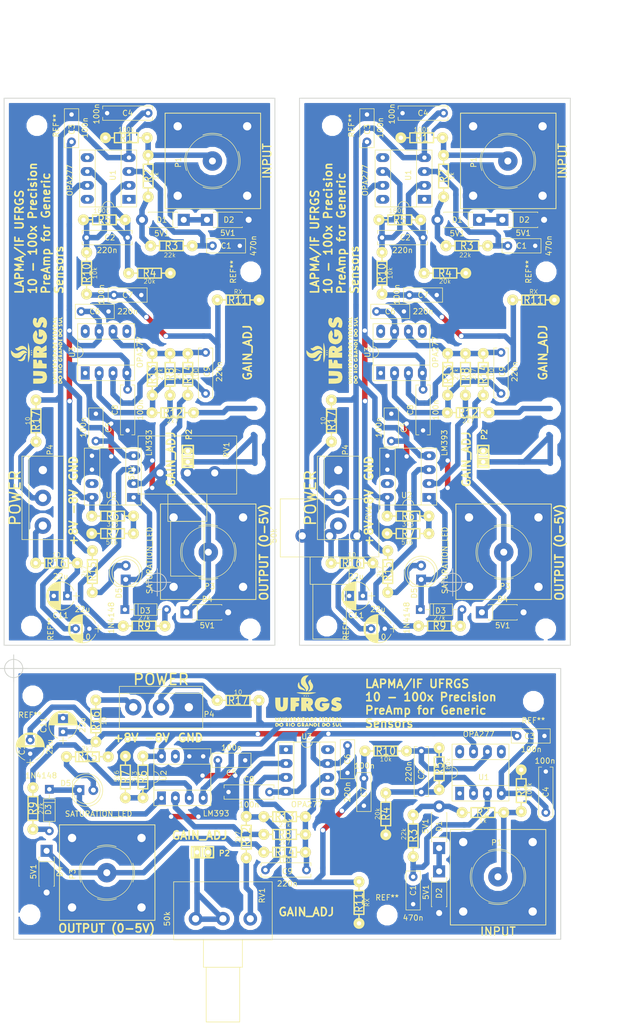
<source format=kicad_pcb>
(kicad_pcb (version 4) (host pcbnew 4.0.7)
  (title_block (title "10x to 100x Precision Pre-Amplifier for Generic Sensors ") (date 2017-12-18) (rev 1) (company "LAPMA - IF/UFRGS") (comment 1 "All resistors are 1/8W, except R16 and R17, 1W") (comment 2 "There's a saturation indicator for output higher than 5V") (comment 3 "The gain adjust must be set for a range in 0 to 5V output voltage") (comment 4 "Designed by Alisson Claudino"))
  (layers (0 F.Cu signal) (31 B.Cu signal) (34 B.Paste user) (35 F.Paste user) (36 B.SilkS user) (37 F.SilkS user) (38 B.Mask user) (39 F.Mask user) (44 Edge.Cuts user))
  (net 0 "")
  (net 1 "Net-(C1-Pad1)")
  (net 2 GND)
  (net 3 OUT1)
  (net 4 "Net-(C2-Pad2)")
  (net 5 +8V)
  (net 6 -8V)
  (net 7 "Net-(C7-Pad2)")
  (net 8 "Net-(C9-Pad1)")
  (net 9 OUT2)
  (net 10 "Net-(D1-Pad1)")
  (net 11 "Net-(D1-Pad2)")
  (net 12 "Net-(D3-Pad1)")
  (net 13 "Net-(D3-Pad2)")
  (net 14 "Net-(D4-Pad1)")
  (net 15 "Net-(D5-Pad2)")
  (net 16 "Net-(P1-Pad1)")
  (net 17 "Net-(P2-Pad1)")
  (net 18 "Net-(P4-Pad2)")
  (net 19 "Net-(P4-Pad3)")
  (net 20 "Net-(R6-Pad2)")
  (net 21 "Net-(R8-Pad1)")
  (net 22 "Net-(R12-Pad2)")
  (module Symbols:ufrgs (layer F.Cu) (at 110.25 78.75 90)
    (fp_text reference G*** hide)
    (fp_text value LOGO hide)
  )
  (module w_pth_resistors:RC03 (layer F.Cu) (at 126.58 39.98 180)
    (fp_text reference R1 (at 0 0 180) (layer F.SilkS) (effects (font (size 1.397 1.27) (thickness 0.2032))))
    (fp_text value 100k (at 0 1.5 180) (layer F.SilkS) (effects (font (size 0.8 0.8) (thickness 0.1))))
    (pad 1 thru_hole circle (at -3.81 0 180) (size 1.99898 1.99898) (drill 0.8001) (layers *.Mask B.Cu F.SilkS) (net 16 "Net-(P1-Pad1)"))
    (pad 2 thru_hole circle (at 3.81 0 180) (size 1.99898 1.99898) (drill 0.8001) (layers *.Mask B.Cu F.SilkS) (net 2 GND))
  )
  (module w_pth_resistors:RC03 (layer F.Cu) (at 130.58 46.98 90)
    (fp_text reference R2 (at 0 0 90) (layer F.SilkS) (effects (font (size 1.397 1.27) (thickness 0.2032))))
    (fp_text value 1k (at 0 1.5 90) (layer F.SilkS) (effects (font (size 0.8 0.8) (thickness 0.1))))
    (pad 1 thru_hole circle (at -3.81 0 90) (size 1.99898 1.99898) (drill 0.8001) (layers *.Mask B.Cu F.SilkS) (net 11 "Net-(D1-Pad2)"))
    (pad 2 thru_hole circle (at 3.81 0 90) (size 1.99898 1.99898) (drill 0.8001) (layers *.Mask B.Cu F.SilkS) (net 16 "Net-(P1-Pad1)"))
  )
  (module w_pth_resistors:RC03 (layer F.Cu) (at 134.83 59.73 180)
    (fp_text reference R3 (at 0 0 180) (layer F.SilkS) (effects (font (size 1.397 1.27) (thickness 0.2032))))
    (fp_text value 22k (at 0.3 -1.7 180) (layer F.SilkS) (effects (font (size 0.8 0.8) (thickness 0.1))))
    (pad 1 thru_hole circle (at -3.81 0 180) (size 1.99898 1.99898) (drill 0.8001) (layers *.Mask B.Cu F.SilkS) (net 1 "Net-(C1-Pad1)"))
    (pad 2 thru_hole circle (at 3.81 0 180) (size 1.99898 1.99898) (drill 0.8001) (layers *.Mask B.Cu F.SilkS) (net 11 "Net-(D1-Pad2)"))
  )
  (module w_pth_resistors:RC03 (layer F.Cu) (at 130.83 64.73)
    (fp_text reference R4 (at 0 0) (layer F.SilkS) (effects (font (size 1.397 1.27) (thickness 0.2032))))
    (fp_text value 20k (at 0 1.5) (layer F.SilkS) (effects (font (size 0.8 0.8) (thickness 0.1))))
    (pad 1 thru_hole circle (at -3.81 0) (size 1.99898 1.99898) (drill 0.8001) (layers *.Mask B.Cu F.SilkS) (net 4 "Net-(C2-Pad2)"))
    (pad 2 thru_hole circle (at 3.81 0) (size 1.99898 1.99898) (drill 0.8001) (layers *.Mask B.Cu F.SilkS) (net 2 GND))
  )
  (module w_pth_resistors:RC03 (layer F.Cu) (at 122.58 54.98)
    (fp_text reference R5 (at 0 0) (layer F.SilkS) (effects (font (size 1.397 1.27) (thickness 0.2032))))
    (fp_text value 180k (at -0.55 -1.65) (layer F.SilkS) (effects (font (size 0.8 0.8) (thickness 0.1))))
    (pad 1 thru_hole circle (at -3.81 0) (size 1.99898 1.99898) (drill 0.8001) (layers *.Mask B.Cu F.SilkS) (net 3 OUT1))
    (pad 2 thru_hole circle (at 3.81 0) (size 1.99898 1.99898) (drill 0.8001) (layers *.Mask B.Cu F.SilkS) (net 4 "Net-(C2-Pad2)"))
  )
  (module w_pth_resistors:RC03 (layer F.Cu) (at 124.08 109.13)
    (fp_text reference R6 (at 0 0) (layer F.SilkS) (effects (font (size 1.397 1.27) (thickness 0.2032))))
    (fp_text value 3k3 (at 0 1.5) (layer F.SilkS) (effects (font (size 0.8 0.8) (thickness 0.1))))
    (pad 1 thru_hole circle (at -3.81 0) (size 1.99898 1.99898) (drill 0.8001) (layers *.Mask B.Cu F.SilkS) (net 5 +8V))
    (pad 2 thru_hole circle (at 3.81 0) (size 1.99898 1.99898) (drill 0.8001) (layers *.Mask B.Cu F.SilkS) (net 20 "Net-(R6-Pad2)"))
  )
  (module w_pth_resistors:RC03 (layer F.Cu) (at 124.08 112.33 180)
    (fp_text reference R7 (at 0 0 180) (layer F.SilkS) (effects (font (size 1.397 1.27) (thickness 0.2032))))
    (fp_text value 5k6 (at 0.15 -1.6 180) (layer F.SilkS) (effects (font (size 0.8 0.8) (thickness 0.1))))
    (pad 1 thru_hole circle (at -3.81 0 180) (size 1.99898 1.99898) (drill 0.8001) (layers *.Mask B.Cu F.SilkS) (net 20 "Net-(R6-Pad2)"))
    (pad 2 thru_hole circle (at 3.81 0 180) (size 1.99898 1.99898) (drill 0.8001) (layers *.Mask B.Cu F.SilkS) (net 2 GND))
  )
  (module w_pth_resistors:RC03 (layer F.Cu) (at 134.58 83.23 90)
    (fp_text reference R8 (at 0 0 90) (layer F.SilkS) (effects (font (size 1.397 1.27) (thickness 0.2032))))
    (fp_text value 2k7 (at 0 1.5 90) (layer F.SilkS) (effects (font (size 0.8 0.8) (thickness 0.1))))
    (pad 1 thru_hole circle (at -3.81 0 90) (size 1.99898 1.99898) (drill 0.8001) (layers *.Mask B.Cu F.SilkS) (net 21 "Net-(R8-Pad1)"))
    (pad 2 thru_hole circle (at 3.81 0 90) (size 1.99898 1.99898) (drill 0.8001) (layers *.Mask B.Cu F.SilkS) (net 9 OUT2))
  )
  (module w_pth_resistors:RC03 (layer F.Cu) (at 129.83 129.23 180)
    (fp_text reference R9 (at 0 0 180) (layer F.SilkS) (effects (font (size 1.397 1.27) (thickness 0.2032))))
    (fp_text value 27k (at 0 1.5 180) (layer F.SilkS) (effects (font (size 0.8 0.8) (thickness 0.1))))
    (pad 1 thru_hole circle (at -3.81 0 180) (size 1.99898 1.99898) (drill 0.8001) (layers *.Mask B.Cu F.SilkS) (net 13 "Net-(D3-Pad2)"))
    (pad 2 thru_hole circle (at 3.81 0 180) (size 1.99898 1.99898) (drill 0.8001) (layers *.Mask B.Cu F.SilkS) (net 20 "Net-(R6-Pad2)"))
  )
  (module w_pth_resistors:RC03 (layer F.Cu) (at 119.33 64.73 90)
    (fp_text reference R10 (at 0 0 90) (layer F.SilkS) (effects (font (size 1.397 1.27) (thickness 0.2032))))
    (fp_text value 10k (at 0 1.5 90) (layer F.SilkS) (effects (font (size 0.8 0.8) (thickness 0.1))))
    (pad 1 thru_hole circle (at -3.81 0 90) (size 1.99898 1.99898) (drill 0.8001) (layers *.Mask B.Cu F.SilkS) (net 7 "Net-(C7-Pad2)"))
    (pad 2 thru_hole circle (at 3.81 0 90) (size 1.99898 1.99898) (drill 0.8001) (layers *.Mask B.Cu F.SilkS) (net 3 OUT1))
  )
  (module w_pth_resistors:RC03 (layer F.Cu) (at 147.03 69.63 180)
    (fp_text reference R11 (at 0 0 180) (layer F.SilkS) (effects (font (size 1.397 1.27) (thickness 0.2032))))
    (fp_text value RX (at 0 1.5 180) (layer F.SilkS) (effects (font (size 0.8 0.8) (thickness 0.1))))
    (pad 1 thru_hole circle (at -3.81 0 180) (size 1.99898 1.99898) (drill 0.8001) (layers *.Mask B.Cu F.SilkS) (net 2 GND))
    (pad 2 thru_hole circle (at 3.81 0 180) (size 1.99898 1.99898) (drill 0.8001) (layers *.Mask B.Cu F.SilkS) (net 7 "Net-(C7-Pad2)"))
  )
  (module w_pth_resistors:RC03 (layer F.Cu) (at 135.08 90.23)
    (fp_text reference R12 (at 0 0) (layer F.SilkS) (effects (font (size 1.397 1.27) (thickness 0.2032))))
    (fp_text value 2k7 (at 0 1.5) (layer F.SilkS) (effects (font (size 0.8 0.8) (thickness 0.1))))
    (pad 1 thru_hole circle (at -3.81 0) (size 1.99898 1.99898) (drill 0.8001) (layers *.Mask B.Cu F.SilkS) (net 8 "Net-(C9-Pad1)"))
    (pad 2 thru_hole circle (at 3.81 0) (size 1.99898 1.99898) (drill 0.8001) (layers *.Mask B.Cu F.SilkS) (net 22 "Net-(R12-Pad2)"))
  )
  (module w_pth_resistors:RC03 (layer F.Cu) (at 131.33 83.23 90)
    (fp_text reference R13 (at 0 0 90) (layer F.SilkS) (effects (font (size 1.397 1.27) (thickness 0.2032))))
    (fp_text value 27k (at 0 1.5 90) (layer F.SilkS) (effects (font (size 0.8 0.8) (thickness 0.1))))
    (pad 1 thru_hole circle (at -3.81 0 90) (size 1.99898 1.99898) (drill 0.8001) (layers *.Mask B.Cu F.SilkS) (net 8 "Net-(C9-Pad1)"))
    (pad 2 thru_hole circle (at 3.81 0 90) (size 1.99898 1.99898) (drill 0.8001) (layers *.Mask B.Cu F.SilkS) (net 9 OUT2))
  )
  (module w_pth_resistors:RC03 (layer F.Cu) (at 137.83 83.23 90)
    (fp_text reference R14 (at 0 0 90) (layer F.SilkS) (effects (font (size 1.397 1.27) (thickness 0.2032))))
    (fp_text value 100 (at 0 1.5 90) (layer F.SilkS) (effects (font (size 0.8 0.8) (thickness 0.1))))
    (pad 1 thru_hole circle (at -3.81 0 90) (size 1.99898 1.99898) (drill 0.8001) (layers *.Mask B.Cu F.SilkS) (net 14 "Net-(D4-Pad1)"))
    (pad 2 thru_hole circle (at 3.81 0 90) (size 1.99898 1.99898) (drill 0.8001) (layers *.Mask B.Cu F.SilkS) (net 9 OUT2))
  )
  (module w_pth_resistors:RC03 (layer F.Cu) (at 120.38 119.28 270)
    (fp_text reference R15 (at 0 0 270) (layer F.SilkS) (effects (font (size 1.397 1.27) (thickness 0.2032))))
    (fp_text value 2k7 (at 0 1.5 270) (layer F.SilkS) (effects (font (size 0.8 0.8) (thickness 0.1))))
    (pad 1 thru_hole circle (at -3.81 0 270) (size 1.99898 1.99898) (drill 0.8001) (layers *.Mask B.Cu F.SilkS) (net 5 +8V))
    (pad 2 thru_hole circle (at 3.81 0 270) (size 1.99898 1.99898) (drill 0.8001) (layers *.Mask B.Cu F.SilkS) (net 15 "Net-(D5-Pad2)"))
  )
  (module w_pth_resistors:RC03 (layer F.Cu) (at 113.83 117.73 180)
    (fp_text reference R16 (at 0 0 180) (layer F.SilkS) (effects (font (size 1.397 1.27) (thickness 0.2032))))
    (fp_text value 10 (at 0 1.5 180) (layer F.SilkS) (effects (font (size 0.8 0.8) (thickness 0.1))))
    (pad 1 thru_hole circle (at -3.81 0 180) (size 1.99898 1.99898) (drill 0.8001) (layers *.Mask B.Cu F.SilkS) (net 5 +8V))
    (pad 2 thru_hole circle (at 3.81 0 180) (size 1.99898 1.99898) (drill 0.8001) (layers *.Mask B.Cu F.SilkS) (net 19 "Net-(P4-Pad3)"))
  )
  (module w_pth_resistors:RC03 (layer F.Cu) (at 110.08 91.73 270)
    (fp_text reference R17 (at 0 0 270) (layer F.SilkS) (effects (font (size 1.397 1.27) (thickness 0.2032))))
    (fp_text value 10 (at 0 1.5 270) (layer F.SilkS) (effects (font (size 0.8 0.8) (thickness 0.1))))
    (pad 1 thru_hole circle (at -3.81 0 270) (size 1.99898 1.99898) (drill 0.8001) (layers *.Mask B.Cu F.SilkS) (net 6 -8V))
    (pad 2 thru_hole circle (at 3.81 0 270) (size 1.99898 1.99898) (drill 0.8001) (layers *.Mask B.Cu F.SilkS) (net 18 "Net-(P4-Pad2)"))
  )
  (module Capacitors_THT:CP_Radial_D5.0mm_P2.50mm (layer F.Cu) (at 119.83 129.73 180)
    (fp_text reference C10 (at 1.2 -1.5 360) (layer F.SilkS))
    (fp_text value 22u (at 1.25 3.56 180) (layer F.SilkS))
    (pad 1 thru_hole rect (at 0 0 180) (size 1.6 1.6) (drill 0.8) (layers *.Mask B.Cu) (net 2 GND))
    (pad 2 thru_hole circle (at 2.5 0 180) (size 1.6 1.6) (drill 0.8) (layers *.Mask B.Cu) (net 6 -8V))
  )
  (module Capacitors_THT:CP_Radial_D5.0mm_P2.50mm (layer F.Cu) (at 115.83 123.73 180)
    (fp_text reference C11 (at 1.25 -3.56 180) (layer F.SilkS))
    (fp_text value 22u (at 1.25 3.56 180) (layer F.SilkS))
    (pad 1 thru_hole rect (at 0 0 180) (size 1.6 1.6) (drill 0.8) (layers *.Mask B.Cu) (net 5 +8V))
    (pad 2 thru_hole circle (at 2.5 0 180) (size 1.6 1.6) (drill 0.8) (layers *.Mask B.Cu) (net 2 GND))
  )
  (module Housings_DIP:DIP-8_W7.62mm_Socket_LongPads (layer F.Cu) (at 127.08 51.23 180)
    (fp_text reference U1 (at 2.95 4.4 270) (layer F.SilkS))
    (fp_text value OPA277 (at 10.83 3.48 270) (layer F.SilkS))
    (pad 1 thru_hole rect (at 0 0 180) (size 2.4 1.6) (drill 0.8) (layers *.Mask B.Cu))
    (pad 5 thru_hole oval (at 7.62 7.62 180) (size 2.4 1.6) (drill 0.8) (layers *.Mask B.Cu))
    (pad 2 thru_hole oval (at 0 2.54 180) (size 2.4 1.6) (drill 0.8) (layers *.Mask B.Cu) (net 4 "Net-(C2-Pad2)"))
    (pad 6 thru_hole oval (at 7.62 5.08 180) (size 2.4 1.6) (drill 0.8) (layers *.Mask B.Cu) (net 3 OUT1))
    (pad 3 thru_hole oval (at 0 5.08 180) (size 2.4 1.6) (drill 0.8) (layers *.Mask B.Cu) (net 1 "Net-(C1-Pad1)"))
    (pad 7 thru_hole oval (at 7.62 2.54 180) (size 2.4 1.6) (drill 0.8) (layers *.Mask B.Cu) (net 5 +8V))
    (pad 4 thru_hole oval (at 0 7.62 180) (size 2.4 1.6) (drill 0.8) (layers *.Mask B.Cu) (net 6 -8V))
    (pad 8 thru_hole oval (at 7.62 0 180) (size 2.4 1.6) (drill 0.8) (layers *.Mask B.Cu))
  )
  (module Housings_DIP:DIP-8_W7.62mm_Socket_LongPads (layer F.Cu) (at 119.08 82.98 90)
    (fp_text reference U3 (at 3.81 -2.39 90) (layer F.SilkS))
    (fp_text value OPA277 (at 3.81 10.01 90) (layer F.SilkS))
    (pad 1 thru_hole rect (at 0 0 90) (size 2.4 1.6) (drill 0.8) (layers *.Mask B.Cu))
    (pad 5 thru_hole oval (at 7.62 7.62 90) (size 2.4 1.6) (drill 0.8) (layers *.Mask B.Cu))
    (pad 2 thru_hole oval (at 0 2.54 90) (size 2.4 1.6) (drill 0.8) (layers *.Mask B.Cu) (net 8 "Net-(C9-Pad1)"))
    (pad 6 thru_hole oval (at 7.62 5.08 90) (size 2.4 1.6) (drill 0.8) (layers *.Mask B.Cu) (net 9 OUT2))
    (pad 3 thru_hole oval (at 0 5.08 90) (size 2.4 1.6) (drill 0.8) (layers *.Mask B.Cu) (net 7 "Net-(C7-Pad2)"))
    (pad 7 thru_hole oval (at 7.62 2.54 90) (size 2.4 1.6) (drill 0.8) (layers *.Mask B.Cu) (net 5 +8V))
    (pad 4 thru_hole oval (at 0 7.62 90) (size 2.4 1.6) (drill 0.8) (layers *.Mask B.Cu) (net 6 -8V))
    (pad 8 thru_hole oval (at 7.62 0 90) (size 2.4 1.6) (drill 0.8) (layers *.Mask B.Cu))
  )
  (module Housings_DIP:DIP-8_W7.62mm_Socket_LongPads (layer F.Cu) (at 127.93 105.73 180)
    (fp_text reference U2 (at 4.1 0.4 180) (layer F.SilkS))
    (fp_text value LM393 (at -2.82 9.98 270) (layer F.SilkS))
    (pad 1 thru_hole rect (at 0 0 180) (size 2.4 1.6) (drill 0.8) (layers *.Mask B.Cu) (net 12 "Net-(D3-Pad1)"))
    (pad 5 thru_hole oval (at 7.62 7.62 180) (size 2.4 1.6) (drill 0.8) (layers *.Mask B.Cu) (net 2 GND))
    (pad 2 thru_hole oval (at 0 2.54 180) (size 2.4 1.6) (drill 0.8) (layers *.Mask B.Cu) (net 21 "Net-(R8-Pad1)"))
    (pad 6 thru_hole oval (at 7.62 5.08 180) (size 2.4 1.6) (drill 0.8) (layers *.Mask B.Cu) (net 2 GND))
    (pad 3 thru_hole oval (at 0 5.08 180) (size 2.4 1.6) (drill 0.8) (layers *.Mask B.Cu) (net 20 "Net-(R6-Pad2)"))
    (pad 7 thru_hole oval (at 7.62 2.54 180) (size 2.4 1.6) (drill 0.8) (layers *.Mask B.Cu))
    (pad 4 thru_hole oval (at 0 7.62 180) (size 2.4 1.6) (drill 0.8) (layers *.Mask B.Cu) (net 6 -8V))
    (pad 8 thru_hole oval (at 7.62 0 180) (size 2.4 1.6) (drill 0.8) (layers *.Mask B.Cu) (net 5 +8V))
  )
  (module Capacitors_THT:C_Rect_L9.0mm_W2.5mm_P7.50mm_MKT (layer F.Cu) (at 123.08 35.48)
    (fp_text reference C4 (at 3.75 0) (layer F.SilkS))
    (fp_text value 100n (at -1.95 0.15 90) (layer F.SilkS))
    (pad 1 thru_hole circle (at 0 0) (size 1.6 1.6) (drill 0.8) (layers *.Mask B.Cu) (net 2 GND))
    (pad 2 thru_hole circle (at 7.5 0) (size 1.6 1.6) (drill 0.8) (layers *.Mask B.Cu) (net 6 -8V))
  )
  (module Capacitors_THT:C_Rect_L9.0mm_W2.5mm_P7.50mm_MKT (layer F.Cu) (at 126.83 93.48 90)
    (fp_text reference C8 (at 3.75 -2.31 90) (layer F.SilkS))
    (fp_text value 100n (at 3.75 2.31 90) (layer F.SilkS))
    (pad 1 thru_hole circle (at 0 0 90) (size 1.6 1.6) (drill 0.8) (layers *.Mask B.Cu) (net 2 GND))
    (pad 2 thru_hole circle (at 7.5 0 90) (size 1.6 1.6) (drill 0.8) (layers *.Mask B.Cu) (net 6 -8V))
  )
  (module Capacitors_THT:C_Rect_L9.0mm_W2.5mm_P7.50mm_MKT (layer F.Cu) (at 141.08 86.73 90)
    (fp_text reference C9 (at 4 0.25 90) (layer F.SilkS))
    (fp_text value 220n (at 4 2.5 90) (layer F.SilkS))
    (pad 1 thru_hole circle (at 0 0 90) (size 1.6 1.6) (drill 0.8) (layers *.Mask B.Cu) (net 8 "Net-(C9-Pad1)"))
    (pad 2 thru_hole circle (at 7.5 0 90) (size 1.6 1.6) (drill 0.8) (layers *.Mask B.Cu) (net 9 OUT2))
  )
  (module Capacitors_THT:C_Rect_L9.0mm_W2.5mm_P7.50mm_MKT (layer F.Cu) (at 119.33 58.23)
    (fp_text reference C2 (at 4.25 0) (layer F.SilkS))
    (fp_text value 220n (at 3.75 2.31) (layer F.SilkS))
    (pad 1 thru_hole circle (at 0 0) (size 1.6 1.6) (drill 0.8) (layers *.Mask B.Cu) (net 3 OUT1))
    (pad 2 thru_hole circle (at 7.5 0) (size 1.6 1.6) (drill 0.8) (layers *.Mask B.Cu) (net 4 "Net-(C2-Pad2)"))
  )
  (module LEDs:LED_D5.0mm (layer F.Cu) (at 126.48 120.73 90)
    (fp_text reference D5 (at -2.5 -1.25 90) (layer F.SilkS))
    (fp_text value SATURATION_LED (at 3.5 4.35 90) (layer F.SilkS))
    (pad 1 thru_hole rect (at 0 0 90) (size 1.8 1.8) (drill 0.9) (layers *.Mask B.Cu) (net 12 "Net-(D3-Pad1)"))
    (pad 2 thru_hole circle (at 2.54 0 90) (size 1.8 1.8) (drill 0.9) (layers *.Mask B.Cu) (net 15 "Net-(D5-Pad2)"))
  )
  (module Diodes_THT:D_DO-41_SOD81_P7.62mm_Horizontal (layer F.Cu) (at 137.08 54.98 180)
    (fp_text reference D1 (at 4 0 180) (layer F.SilkS))
    (fp_text value 5V1 (at 4 -2.5 180) (layer F.SilkS))
    (pad 1 thru_hole rect (at 0 0 180) (size 2.2 2.2) (drill 1.1) (layers *.Mask B.Cu) (net 10 "Net-(D1-Pad1)"))
    (pad 2 thru_hole oval (at 7.62 0 180) (size 2.2 2.2) (drill 1.1) (layers *.Mask B.Cu) (net 11 "Net-(D1-Pad2)"))
  )
  (module Diodes_THT:D_DO-41_SOD81_P7.62mm_Horizontal (layer F.Cu) (at 141.33 54.98)
    (fp_text reference D2 (at 4 0) (layer F.SilkS))
    (fp_text value 5V1 (at 3.81 2.41) (layer F.SilkS))
    (pad 1 thru_hole rect (at 0 0) (size 2.2 2.2) (drill 1.1) (layers *.Mask B.Cu) (net 10 "Net-(D1-Pad1)"))
    (pad 2 thru_hole oval (at 7.62 0) (size 2.2 2.2) (drill 1.1) (layers *.Mask B.Cu) (net 2 GND))
  )
  (module Diodes_THT:D_DO-41_SOD81_P7.62mm_Horizontal (layer F.Cu) (at 137.58 126.73)
    (fp_text reference D4 (at 3.81 -2.41) (layer F.SilkS))
    (fp_text value 5V1 (at 3.81 2.41) (layer F.SilkS))
    (pad 1 thru_hole rect (at 0 0) (size 2.2 2.2) (drill 1.1) (layers *.Mask B.Cu) (net 14 "Net-(D4-Pad1)"))
    (pad 2 thru_hole oval (at 7.62 0) (size 2.2 2.2) (drill 1.1) (layers *.Mask B.Cu) (net 2 GND))
  )
  (module Connectors:bnc-ci (layer F.Cu) (at 141.58 115.73 180)
    (fp_text reference P3 (at -0.25 -6.25 180) (layer F.SilkS))
    (fp_text value "OUTPUT (0-5V)" (at -10.17 -0.02 270) (layer F.SilkS) (effects (font (size 1.5 1.5) (thickness 0.3))))
    (pad 2 thru_hole circle (at -6.35 -6.35 180) (size 3.81 3.81) (drill 1.524) (layers *.Mask B.Cu) (net 2 GND))
    (pad 1 thru_hole circle (at 0 0 180) (size 3.556 3.556) (drill 1.27) (layers *.Mask B.Cu) (net 14 "Net-(D4-Pad1)"))
    (pad 2 thru_hole circle (at 6.35 -6.35 180) (size 3.81 3.81) (drill 1.524) (layers *.Mask B.Cu) (net 2 GND))
    (pad 2 thru_hole circle (at -6.35 6.35 180) (size 3.81 3.81) (drill 1.524) (layers *.Mask B.Cu) (net 2 GND))
    (pad 2 thru_hole circle (at 6.35 6.35 180) (size 3.81 3.81) (drill 1.524) (layers *.Mask B.Cu) (net 2 GND))
  )
  (module Connectors:bnc-ci (layer F.Cu) (at 142.33 44.23 90)
    (fp_text reference P1 (at -0.25 -6.25 90) (layer F.SilkS))
    (fp_text value INPUT (at 0 10 90) (layer F.SilkS) (effects (font (size 1.5 1.5) (thickness 0.25))))
    (pad 2 thru_hole circle (at -6.35 -6.35 90) (size 3.81 3.81) (drill 1.524) (layers *.Mask B.Cu) (net 2 GND))
    (pad 1 thru_hole circle (at 0 0 90) (size 3.556 3.556) (drill 1.27) (layers *.Mask B.Cu) (net 16 "Net-(P1-Pad1)"))
    (pad 2 thru_hole circle (at 6.35 -6.35 90) (size 3.81 3.81) (drill 1.524) (layers *.Mask B.Cu) (net 2 GND))
    (pad 2 thru_hole circle (at -6.35 6.35 90) (size 3.81 3.81) (drill 1.524) (layers *.Mask B.Cu) (net 2 GND))
    (pad 2 thru_hole circle (at 6.35 6.35 90) (size 3.81 3.81) (drill 1.524) (layers *.Mask B.Cu) (net 2 GND))
  )
  (module Diodes_THT:D_DO-35_SOD27_P7.62mm_Horizontal (layer F.Cu) (at 126.33 126.23)
    (fp_text reference D3 (at 3.7 0.2) (layer F.SilkS))
    (fp_text value 1N4148 (at -2.5 1.5 90) (layer F.SilkS))
    (pad 1 thru_hole rect (at 0 0) (size 1.6 1.6) (drill 0.8) (layers *.Mask B.Cu) (net 12 "Net-(D3-Pad1)"))
    (pad 2 thru_hole oval (at 7.62 0) (size 1.6 1.6) (drill 0.8) (layers *.Mask B.Cu) (net 13 "Net-(D3-Pad2)"))
  )
  (module Capacitors_THT:C_Rect_L7.0mm_W2.5mm_P5.00mm (layer F.Cu) (at 129.33 68.73 180)
    (fp_text reference C7 (at 2.5 0 180) (layer F.SilkS))
    (fp_text value 220n (at 2.5 -3 180) (layer F.SilkS))
    (pad 1 thru_hole circle (at 0 0 180) (size 1.6 1.6) (drill 0.8) (layers *.Mask B.Cu) (net 2 GND))
    (pad 2 thru_hole circle (at 5 0 180) (size 1.6 1.6) (drill 0.8) (layers *.Mask B.Cu) (net 7 "Net-(C7-Pad2)"))
  )
  (module Capacitors_THT:C_Rect_L7.0mm_W2.5mm_P5.00mm (layer F.Cu) (at 123.33 71.73 180)
    (fp_text reference C6 (at 2.5 0 180) (layer F.SilkS))
    (fp_text value 100n (at 1.3 3.1 270) (layer F.SilkS))
    (pad 1 thru_hole circle (at 0 0 180) (size 1.6 1.6) (drill 0.8) (layers *.Mask B.Cu) (net 2 GND))
    (pad 2 thru_hole circle (at 5 0 180) (size 1.6 1.6) (drill 0.8) (layers *.Mask B.Cu) (net 5 +8V))
  )
  (module Capacitors_THT:C_Rect_L7.0mm_W2.5mm_P5.00mm (layer F.Cu) (at 121.03 90.43 270)
    (fp_text reference C5 (at 2.5 -2.31 270) (layer F.SilkS))
    (fp_text value 100n (at 2.5 2.31 270) (layer F.SilkS))
    (pad 1 thru_hole circle (at 0 0 270) (size 1.6 1.6) (drill 0.8) (layers *.Mask B.Cu) (net 2 GND))
    (pad 2 thru_hole circle (at 5 0 270) (size 1.6 1.6) (drill 0.8) (layers *.Mask B.Cu) (net 6 -8V))
  )
  (module Capacitors_THT:C_Rect_L7.0mm_W2.5mm_P5.00mm (layer F.Cu) (at 116.58 35.73 270)
    (fp_text reference C3 (at 2.7 -0.05 270) (layer F.SilkS))
    (fp_text value 100n (at 2.4 -2.45 270) (layer F.SilkS))
    (pad 1 thru_hole circle (at 0 0 270) (size 1.6 1.6) (drill 0.8) (layers *.Mask B.Cu) (net 2 GND))
    (pad 2 thru_hole circle (at 5 0 270) (size 1.6 1.6) (drill 0.8) (layers *.Mask B.Cu) (net 5 +8V))
  )
  (module Capacitors_THT:C_Rect_L7.0mm_W2.5mm_P5.00mm (layer F.Cu) (at 142.33 59.73)
    (fp_text reference C1 (at 2.5 0) (layer F.SilkS))
    (fp_text value 470n (at 7.5 0 90) (layer F.SilkS))
    (pad 1 thru_hole circle (at 0 0) (size 1.6 1.6) (drill 0.8) (layers *.Mask B.Cu) (net 1 "Net-(C1-Pad1)"))
    (pad 2 thru_hole circle (at 5 0) (size 1.6 1.6) (drill 0.8) (layers *.Mask B.Cu) (net 2 GND))
  )
  (module w_pin_strip:pin_strip_2mm_2 (layer F.Cu) (at 137.83 98.23 90)
    (fp_text reference P2 (at 4 0.2 270) (layer F.SilkS) (effects (font (size 1.016 1.016) (thickness 0.2032))))
    (fp_text value GAIN_ADJ (at -0.52 -3.08 90) (layer F.SilkS) (effects (font (size 1.5 1.5) (thickness 0.3))))
    (pad 1 thru_hole rect (at -1 0 90) (size 1.3 1.8) (drill 0.8) (layers *.Mask B.Cu F.SilkS) (net 17 "Net-(P2-Pad1)"))
    (pad 2 thru_hole oval (at 1 0 90) (size 1.3 1.8) (drill 0.8) (layers *.Mask B.Cu F.SilkS) (net 2 GND))
  )
  (module Connectors:bornier3 (layer F.Cu) (at 111.33 100.73 270)
    (fp_text reference P4 (at -3.7 -1.3 270) (layer F.SilkS))
    (fp_text value POWER (at 5.08 5.08 270) (layer F.SilkS) (effects (font (size 2 2) (thickness 0.3))))
    (pad 1 thru_hole rect (at 0 0 270) (size 3 3) (drill 1.52) (layers *.Mask B.Cu) (net 2 GND))
    (pad 2 thru_hole circle (at 5.08 0 270) (size 3 3) (drill 1.52) (layers *.Mask B.Cu) (net 18 "Net-(P4-Pad2)"))
    (pad 3 thru_hole circle (at 10.16 0 270) (size 3 3) (drill 1.52) (layers *.Mask B.Cu) (net 19 "Net-(P4-Pad3)"))
  )
  (module Mounting_Holes:MountingHole_2.2mm_M2 (layer F.Cu) (at 110.25 37.75 90)
    (fp_text reference REF** (at 0 3.5 90) (layer F.SilkS))
    (fp_text value MountingHole_2.2mm_M2 hide)
    (pad 1 np_thru_hole circle (at 0 0 90) (size 2.2 2.2) (drill 2.2) (layers *.Cu *.Mask))
  )
  (module Mounting_Holes:MountingHole_2.2mm_M2 (layer F.Cu) (at 149.33 64.48 90)
    (fp_text reference REF** (at 0 -3.2 90) (layer F.SilkS))
    (fp_text value MountingHole_2.2mm_M2 hide)
    (pad 1 np_thru_hole circle (at 0 0 90) (size 2.2 2.2) (drill 2.2) (layers *.Cu *.Mask))
  )
  (module Mounting_Holes:MountingHole_2.2mm_M2 (layer F.Cu) (at 149.25 129.75 90)
    (fp_text reference REF** hide)
    (fp_text value MountingHole_2.2mm_M2 hide)
    (pad 1 np_thru_hole circle (at 0 0 90) (size 2.2 2.2) (drill 2.2) (layers *.Cu *.Mask))
  )
  (module Mounting_Holes:MountingHole_2.2mm_M2 (layer F.Cu) (at 109.25 129.25 90)
    (fp_text reference REF** (at -0.5 3.5 90) (layer F.SilkS))
    (fp_text value MountingHole_2.2mm_M2 hide)
    (pad 1 np_thru_hole circle (at 0 0 90) (size 2.2 2.2) (drill 2.2) (layers *.Cu *.Mask))
  )
  (module Potentiometers:Potentiometer_Alps_RK163_Single_Vertical (layer F.Cu) (at 104.75 112.75 270)
    (fp_text reference RV1 (at -4.25 -12.15 270) (layer F.SilkS))
    (fp_text value 50k (at 0 5.2 270) (layer F.SilkS))
    (pad 3 thru_hole circle (at 0 -10 270) (size 2.5 2.5) (drill 1.3) (layers *.Mask B.Cu) (net 22 "Net-(R12-Pad2)"))
    (pad 2 thru_hole circle (at 0 -5 270) (size 2.5 2.5) (drill 1.3) (layers *.Mask B.Cu) (net 17 "Net-(P2-Pad1)"))
    (pad 1 thru_hole circle (at 0 0 270) (size 2.5 2.5) (drill 1.3) (layers *.Mask B.Cu) (net 17 "Net-(P2-Pad1)"))
  )
  (module Potentiometers:Potentiometer_Alps_RK163_Single_Vertical (layer F.Cu) (at 78.75 101.25 270)
    (fp_text reference RV1 (at -4.25 -12.15 270) (layer F.SilkS))
    (fp_text value 50k (at 0 5.2 270) (layer F.SilkS))
    (pad 3 thru_hole circle (at 0 -10 270) (size 2.5 2.5) (drill 1.3) (layers *.Mask B.Cu) (net 22 "Net-(R12-Pad2)"))
    (pad 2 thru_hole circle (at 0 -5 270) (size 2.5 2.5) (drill 1.3) (layers *.Mask B.Cu) (net 17 "Net-(P2-Pad1)"))
    (pad 1 thru_hole circle (at 0 0 270) (size 2.5 2.5) (drill 1.3) (layers *.Mask B.Cu) (net 17 "Net-(P2-Pad1)"))
  )
  (module Mounting_Holes:MountingHole_2.2mm_M2 (layer F.Cu) (at 55.25 129.25 90)
    (fp_text reference REF** (at -0.5 3.5 90) (layer F.SilkS))
    (fp_text value MountingHole_2.2mm_M2 hide)
    (pad 1 np_thru_hole circle (at 0 0 90) (size 2.2 2.2) (drill 2.2) (layers *.Cu *.Mask))
  )
  (module Mounting_Holes:MountingHole_2.2mm_M2 (layer F.Cu) (at 95.25 129.75 90)
    (fp_text reference REF** hide)
    (fp_text value MountingHole_2.2mm_M2 hide)
    (pad 1 np_thru_hole circle (at 0 0 90) (size 2.2 2.2) (drill 2.2) (layers *.Cu *.Mask))
  )
  (module Mounting_Holes:MountingHole_2.2mm_M2 (layer F.Cu) (at 95.33 64.48 90)
    (fp_text reference REF** (at 0 -3.2 90) (layer F.SilkS))
    (fp_text value MountingHole_2.2mm_M2 hide)
    (pad 1 np_thru_hole circle (at 0 0 90) (size 2.2 2.2) (drill 2.2) (layers *.Cu *.Mask))
  )
  (module Mounting_Holes:MountingHole_2.2mm_M2 (layer F.Cu) (at 56.25 37.75 90)
    (fp_text reference REF** (at 0 3.5 90) (layer F.SilkS))
    (fp_text value MountingHole_2.2mm_M2 hide)
    (pad 1 np_thru_hole circle (at 0 0 90) (size 2.2 2.2) (drill 2.2) (layers *.Cu *.Mask))
  )
  (module Connectors:bornier3 (layer F.Cu) (at 57.33 100.73 270)
    (fp_text reference P4 (at -3.7 -1.3 270) (layer F.SilkS))
    (fp_text value POWER (at 5.08 5.08 270) (layer F.SilkS) (effects (font (size 2 2) (thickness 0.3))))
    (pad 1 thru_hole rect (at 0 0 270) (size 3 3) (drill 1.52) (layers *.Mask B.Cu) (net 2 GND))
    (pad 2 thru_hole circle (at 5.08 0 270) (size 3 3) (drill 1.52) (layers *.Mask B.Cu) (net 18 "Net-(P4-Pad2)"))
    (pad 3 thru_hole circle (at 10.16 0 270) (size 3 3) (drill 1.52) (layers *.Mask B.Cu) (net 19 "Net-(P4-Pad3)"))
  )
  (module w_pin_strip:pin_strip_2mm_2 (layer F.Cu) (at 83.83 98.23 90)
    (fp_text reference P2 (at 4 0.2 270) (layer F.SilkS) (effects (font (size 1.016 1.016) (thickness 0.2032))))
    (fp_text value GAIN_ADJ (at -0.52 -3.08 90) (layer F.SilkS) (effects (font (size 1.5 1.5) (thickness 0.3))))
    (pad 1 thru_hole rect (at -1 0 90) (size 1.3 1.8) (drill 0.8) (layers *.Mask B.Cu F.SilkS) (net 17 "Net-(P2-Pad1)"))
    (pad 2 thru_hole oval (at 1 0 90) (size 1.3 1.8) (drill 0.8) (layers *.Mask B.Cu F.SilkS) (net 2 GND))
  )
  (module Capacitors_THT:C_Rect_L7.0mm_W2.5mm_P5.00mm (layer F.Cu) (at 88.33 59.73)
    (fp_text reference C1 (at 2.5 0) (layer F.SilkS))
    (fp_text value 470n (at 7.5 0 90) (layer F.SilkS))
    (pad 1 thru_hole circle (at 0 0) (size 1.6 1.6) (drill 0.8) (layers *.Mask B.Cu) (net 1 "Net-(C1-Pad1)"))
    (pad 2 thru_hole circle (at 5 0) (size 1.6 1.6) (drill 0.8) (layers *.Mask B.Cu) (net 2 GND))
  )
  (module Capacitors_THT:C_Rect_L7.0mm_W2.5mm_P5.00mm (layer F.Cu) (at 62.58 35.73 270)
    (fp_text reference C3 (at 2.7 -0.05 270) (layer F.SilkS))
    (fp_text value 100n (at 2.4 -2.45 270) (layer F.SilkS))
    (pad 1 thru_hole circle (at 0 0 270) (size 1.6 1.6) (drill 0.8) (layers *.Mask B.Cu) (net 2 GND))
    (pad 2 thru_hole circle (at 5 0 270) (size 1.6 1.6) (drill 0.8) (layers *.Mask B.Cu) (net 5 +8V))
  )
  (module Capacitors_THT:C_Rect_L7.0mm_W2.5mm_P5.00mm (layer F.Cu) (at 67.03 90.43 270)
    (fp_text reference C5 (at 2.5 -2.31 270) (layer F.SilkS))
    (fp_text value 100n (at 2.5 2.31 270) (layer F.SilkS))
    (pad 1 thru_hole circle (at 0 0 270) (size 1.6 1.6) (drill 0.8) (layers *.Mask B.Cu) (net 2 GND))
    (pad 2 thru_hole circle (at 5 0 270) (size 1.6 1.6) (drill 0.8) (layers *.Mask B.Cu) (net 6 -8V))
  )
  (module Capacitors_THT:C_Rect_L7.0mm_W2.5mm_P5.00mm (layer F.Cu) (at 69.33 71.73 180)
    (fp_text reference C6 (at 2.5 0 180) (layer F.SilkS))
    (fp_text value 100n (at 1.3 3.1 270) (layer F.SilkS))
    (pad 1 thru_hole circle (at 0 0 180) (size 1.6 1.6) (drill 0.8) (layers *.Mask B.Cu) (net 2 GND))
    (pad 2 thru_hole circle (at 5 0 180) (size 1.6 1.6) (drill 0.8) (layers *.Mask B.Cu) (net 5 +8V))
  )
  (module Capacitors_THT:C_Rect_L7.0mm_W2.5mm_P5.00mm (layer F.Cu) (at 75.33 68.73 180)
    (fp_text reference C7 (at 2.5 0 180) (layer F.SilkS))
    (fp_text value 220n (at 2.5 -3 180) (layer F.SilkS))
    (pad 1 thru_hole circle (at 0 0 180) (size 1.6 1.6) (drill 0.8) (layers *.Mask B.Cu) (net 2 GND))
    (pad 2 thru_hole circle (at 5 0 180) (size 1.6 1.6) (drill 0.8) (layers *.Mask B.Cu) (net 7 "Net-(C7-Pad2)"))
  )
  (module Diodes_THT:D_DO-35_SOD27_P7.62mm_Horizontal (layer F.Cu) (at 72.33 126.23)
    (fp_text reference D3 (at 3.7 0.2) (layer F.SilkS))
    (fp_text value 1N4148 (at -2.5 1.5 90) (layer F.SilkS))
    (pad 1 thru_hole rect (at 0 0) (size 1.6 1.6) (drill 0.8) (layers *.Mask B.Cu) (net 12 "Net-(D3-Pad1)"))
    (pad 2 thru_hole oval (at 7.62 0) (size 1.6 1.6) (drill 0.8) (layers *.Mask B.Cu) (net 13 "Net-(D3-Pad2)"))
  )
  (module Connectors:bnc-ci (layer F.Cu) (at 88.33 44.23 90)
    (fp_text reference P1 (at -0.25 -6.25 90) (layer F.SilkS))
    (fp_text value INPUT (at 0 10 90) (layer F.SilkS) (effects (font (size 1.5 1.5) (thickness 0.25))))
    (pad 2 thru_hole circle (at -6.35 -6.35 90) (size 3.81 3.81) (drill 1.524) (layers *.Mask B.Cu) (net 2 GND))
    (pad 1 thru_hole circle (at 0 0 90) (size 3.556 3.556) (drill 1.27) (layers *.Mask B.Cu) (net 16 "Net-(P1-Pad1)"))
    (pad 2 thru_hole circle (at 6.35 -6.35 90) (size 3.81 3.81) (drill 1.524) (layers *.Mask B.Cu) (net 2 GND))
    (pad 2 thru_hole circle (at -6.35 6.35 90) (size 3.81 3.81) (drill 1.524) (layers *.Mask B.Cu) (net 2 GND))
    (pad 2 thru_hole circle (at 6.35 6.35 90) (size 3.81 3.81) (drill 1.524) (layers *.Mask B.Cu) (net 2 GND))
  )
  (module Connectors:bnc-ci (layer F.Cu) (at 87.58 115.73 180)
    (fp_text reference P3 (at -0.25 -6.25 180) (layer F.SilkS))
    (fp_text value "OUTPUT (0-5V)" (at -10.17 -0.02 270) (layer F.SilkS) (effects (font (size 1.5 1.5) (thickness 0.3))))
    (pad 2 thru_hole circle (at -6.35 -6.35 180) (size 3.81 3.81) (drill 1.524) (layers *.Mask B.Cu) (net 2 GND))
    (pad 1 thru_hole circle (at 0 0 180) (size 3.556 3.556) (drill 1.27) (layers *.Mask B.Cu) (net 14 "Net-(D4-Pad1)"))
    (pad 2 thru_hole circle (at 6.35 -6.35 180) (size 3.81 3.81) (drill 1.524) (layers *.Mask B.Cu) (net 2 GND))
    (pad 2 thru_hole circle (at -6.35 6.35 180) (size 3.81 3.81) (drill 1.524) (layers *.Mask B.Cu) (net 2 GND))
    (pad 2 thru_hole circle (at 6.35 6.35 180) (size 3.81 3.81) (drill 1.524) (layers *.Mask B.Cu) (net 2 GND))
  )
  (module Diodes_THT:D_DO-41_SOD81_P7.62mm_Horizontal (layer F.Cu) (at 83.58 126.73)
    (fp_text reference D4 (at 3.81 -2.41) (layer F.SilkS))
    (fp_text value 5V1 (at 3.81 2.41) (layer F.SilkS))
    (pad 1 thru_hole rect (at 0 0) (size 2.2 2.2) (drill 1.1) (layers *.Mask B.Cu) (net 14 "Net-(D4-Pad1)"))
    (pad 2 thru_hole oval (at 7.62 0) (size 2.2 2.2) (drill 1.1) (layers *.Mask B.Cu) (net 2 GND))
  )
  (module Diodes_THT:D_DO-41_SOD81_P7.62mm_Horizontal (layer F.Cu) (at 87.33 54.98)
    (fp_text reference D2 (at 4 0) (layer F.SilkS))
    (fp_text value 5V1 (at 3.81 2.41) (layer F.SilkS))
    (pad 1 thru_hole rect (at 0 0) (size 2.2 2.2) (drill 1.1) (layers *.Mask B.Cu) (net 10 "Net-(D1-Pad1)"))
    (pad 2 thru_hole oval (at 7.62 0) (size 2.2 2.2) (drill 1.1) (layers *.Mask B.Cu) (net 2 GND))
  )
  (module Diodes_THT:D_DO-41_SOD81_P7.62mm_Horizontal (layer F.Cu) (at 83.08 54.98 180)
    (fp_text reference D1 (at 4 0 180) (layer F.SilkS))
    (fp_text value 5V1 (at 4 -2.5 180) (layer F.SilkS))
    (pad 1 thru_hole rect (at 0 0 180) (size 2.2 2.2) (drill 1.1) (layers *.Mask B.Cu) (net 10 "Net-(D1-Pad1)"))
    (pad 2 thru_hole oval (at 7.62 0 180) (size 2.2 2.2) (drill 1.1) (layers *.Mask B.Cu) (net 11 "Net-(D1-Pad2)"))
  )
  (module LEDs:LED_D5.0mm (layer F.Cu) (at 72.48 120.73 90)
    (fp_text reference D5 (at -2.5 -1.25 90) (layer F.SilkS))
    (fp_text value SATURATION_LED (at 3.5 4.35 90) (layer F.SilkS))
    (pad 1 thru_hole rect (at 0 0 90) (size 1.8 1.8) (drill 0.9) (layers *.Mask B.Cu) (net 12 "Net-(D3-Pad1)"))
    (pad 2 thru_hole circle (at 2.54 0 90) (size 1.8 1.8) (drill 0.9) (layers *.Mask B.Cu) (net 15 "Net-(D5-Pad2)"))
  )
  (module Capacitors_THT:C_Rect_L9.0mm_W2.5mm_P7.50mm_MKT (layer F.Cu) (at 65.33 58.23)
    (fp_text reference C2 (at 4.25 0) (layer F.SilkS))
    (fp_text value 220n (at 3.75 2.31) (layer F.SilkS))
    (pad 1 thru_hole circle (at 0 0) (size 1.6 1.6) (drill 0.8) (layers *.Mask B.Cu) (net 3 OUT1))
    (pad 2 thru_hole circle (at 7.5 0) (size 1.6 1.6) (drill 0.8) (layers *.Mask B.Cu) (net 4 "Net-(C2-Pad2)"))
  )
  (module Capacitors_THT:C_Rect_L9.0mm_W2.5mm_P7.50mm_MKT (layer F.Cu) (at 87.08 86.73 90)
    (fp_text reference C9 (at 4 0.25 90) (layer F.SilkS))
    (fp_text value 220n (at 4 2.5 90) (layer F.SilkS))
    (pad 1 thru_hole circle (at 0 0 90) (size 1.6 1.6) (drill 0.8) (layers *.Mask B.Cu) (net 8 "Net-(C9-Pad1)"))
    (pad 2 thru_hole circle (at 7.5 0 90) (size 1.6 1.6) (drill 0.8) (layers *.Mask B.Cu) (net 9 OUT2))
  )
  (module Capacitors_THT:C_Rect_L9.0mm_W2.5mm_P7.50mm_MKT (layer F.Cu) (at 72.83 93.48 90)
    (fp_text reference C8 (at 3.75 -2.31 90) (layer F.SilkS))
    (fp_text value 100n (at 3.75 2.31 90) (layer F.SilkS))
    (pad 1 thru_hole circle (at 0 0 90) (size 1.6 1.6) (drill 0.8) (layers *.Mask B.Cu) (net 2 GND))
    (pad 2 thru_hole circle (at 7.5 0 90) (size 1.6 1.6) (drill 0.8) (layers *.Mask B.Cu) (net 6 -8V))
  )
  (module Capacitors_THT:C_Rect_L9.0mm_W2.5mm_P7.50mm_MKT (layer F.Cu) (at 69.08 35.48)
    (fp_text reference C4 (at 3.75 0) (layer F.SilkS))
    (fp_text value 100n (at -1.95 0.15 90) (layer F.SilkS))
    (pad 1 thru_hole circle (at 0 0) (size 1.6 1.6) (drill 0.8) (layers *.Mask B.Cu) (net 2 GND))
    (pad 2 thru_hole circle (at 7.5 0) (size 1.6 1.6) (drill 0.8) (layers *.Mask B.Cu) (net 6 -8V))
  )
  (module Housings_DIP:DIP-8_W7.62mm_Socket_LongPads (layer F.Cu) (at 73.93 105.73 180)
    (fp_text reference U2 (at 4.1 0.4 180) (layer F.SilkS))
    (fp_text value LM393 (at -2.82 9.98 270) (layer F.SilkS))
    (pad 1 thru_hole rect (at 0 0 180) (size 2.4 1.6) (drill 0.8) (layers *.Mask B.Cu) (net 12 "Net-(D3-Pad1)"))
    (pad 5 thru_hole oval (at 7.62 7.62 180) (size 2.4 1.6) (drill 0.8) (layers *.Mask B.Cu) (net 2 GND))
    (pad 2 thru_hole oval (at 0 2.54 180) (size 2.4 1.6) (drill 0.8) (layers *.Mask B.Cu) (net 21 "Net-(R8-Pad1)"))
    (pad 6 thru_hole oval (at 7.62 5.08 180) (size 2.4 1.6) (drill 0.8) (layers *.Mask B.Cu) (net 2 GND))
    (pad 3 thru_hole oval (at 0 5.08 180) (size 2.4 1.6) (drill 0.8) (layers *.Mask B.Cu) (net 20 "Net-(R6-Pad2)"))
    (pad 7 thru_hole oval (at 7.62 2.54 180) (size 2.4 1.6) (drill 0.8) (layers *.Mask B.Cu))
    (pad 4 thru_hole oval (at 0 7.62 180) (size 2.4 1.6) (drill 0.8) (layers *.Mask B.Cu) (net 6 -8V))
    (pad 8 thru_hole oval (at 7.62 0 180) (size 2.4 1.6) (drill 0.8) (layers *.Mask B.Cu) (net 5 +8V))
  )
  (module Housings_DIP:DIP-8_W7.62mm_Socket_LongPads (layer F.Cu) (at 65.08 82.98 90)
    (fp_text reference U3 (at 3.81 -2.39 90) (layer F.SilkS))
    (fp_text value OPA277 (at 3.81 10.01 90) (layer F.SilkS))
    (pad 1 thru_hole rect (at 0 0 90) (size 2.4 1.6) (drill 0.8) (layers *.Mask B.Cu))
    (pad 5 thru_hole oval (at 7.62 7.62 90) (size 2.4 1.6) (drill 0.8) (layers *.Mask B.Cu))
    (pad 2 thru_hole oval (at 0 2.54 90) (size 2.4 1.6) (drill 0.8) (layers *.Mask B.Cu) (net 8 "Net-(C9-Pad1)"))
    (pad 6 thru_hole oval (at 7.62 5.08 90) (size 2.4 1.6) (drill 0.8) (layers *.Mask B.Cu) (net 9 OUT2))
    (pad 3 thru_hole oval (at 0 5.08 90) (size 2.4 1.6) (drill 0.8) (layers *.Mask B.Cu) (net 7 "Net-(C7-Pad2)"))
    (pad 7 thru_hole oval (at 7.62 2.54 90) (size 2.4 1.6) (drill 0.8) (layers *.Mask B.Cu) (net 5 +8V))
    (pad 4 thru_hole oval (at 0 7.62 90) (size 2.4 1.6) (drill 0.8) (layers *.Mask B.Cu) (net 6 -8V))
    (pad 8 thru_hole oval (at 7.62 0 90) (size 2.4 1.6) (drill 0.8) (layers *.Mask B.Cu))
  )
  (module Housings_DIP:DIP-8_W7.62mm_Socket_LongPads (layer F.Cu) (at 73.08 51.23 180)
    (fp_text reference U1 (at 2.95 4.4 270) (layer F.SilkS))
    (fp_text value OPA277 (at 10.83 3.48 270) (layer F.SilkS))
    (pad 1 thru_hole rect (at 0 0 180) (size 2.4 1.6) (drill 0.8) (layers *.Mask B.Cu))
    (pad 5 thru_hole oval (at 7.62 7.62 180) (size 2.4 1.6) (drill 0.8) (layers *.Mask B.Cu))
    (pad 2 thru_hole oval (at 0 2.54 180) (size 2.4 1.6) (drill 0.8) (layers *.Mask B.Cu) (net 4 "Net-(C2-Pad2)"))
    (pad 6 thru_hole oval (at 7.62 5.08 180) (size 2.4 1.6) (drill 0.8) (layers *.Mask B.Cu) (net 3 OUT1))
    (pad 3 thru_hole oval (at 0 5.08 180) (size 2.4 1.6) (drill 0.8) (layers *.Mask B.Cu) (net 1 "Net-(C1-Pad1)"))
    (pad 7 thru_hole oval (at 7.62 2.54 180) (size 2.4 1.6) (drill 0.8) (layers *.Mask B.Cu) (net 5 +8V))
    (pad 4 thru_hole oval (at 0 7.62 180) (size 2.4 1.6) (drill 0.8) (layers *.Mask B.Cu) (net 6 -8V))
    (pad 8 thru_hole oval (at 7.62 0 180) (size 2.4 1.6) (drill 0.8) (layers *.Mask B.Cu))
  )
  (module Capacitors_THT:CP_Radial_D5.0mm_P2.50mm (layer F.Cu) (at 61.83 123.73 180)
    (fp_text reference C11 (at 1.25 -3.56 180) (layer F.SilkS))
    (fp_text value 22u (at 1.25 3.56 180) (layer F.SilkS))
    (pad 1 thru_hole rect (at 0 0 180) (size 1.6 1.6) (drill 0.8) (layers *.Mask B.Cu) (net 5 +8V))
    (pad 2 thru_hole circle (at 2.5 0 180) (size 1.6 1.6) (drill 0.8) (layers *.Mask B.Cu) (net 2 GND))
  )
  (module Capacitors_THT:CP_Radial_D5.0mm_P2.50mm (layer F.Cu) (at 65.83 129.73 180)
    (fp_text reference C10 (at 1.2 -1.5 360) (layer F.SilkS))
    (fp_text value 22u (at 1.25 3.56 180) (layer F.SilkS))
    (pad 1 thru_hole rect (at 0 0 180) (size 1.6 1.6) (drill 0.8) (layers *.Mask B.Cu) (net 2 GND))
    (pad 2 thru_hole circle (at 2.5 0 180) (size 1.6 1.6) (drill 0.8) (layers *.Mask B.Cu) (net 6 -8V))
  )
  (module w_pth_resistors:RC03 (layer F.Cu) (at 56.08 91.73 270)
    (fp_text reference R17 (at 0 0 270) (layer F.SilkS) (effects (font (size 1.397 1.27) (thickness 0.2032))))
    (fp_text value 10 (at 0 1.5 270) (layer F.SilkS) (effects (font (size 0.8 0.8) (thickness 0.1))))
    (pad 1 thru_hole circle (at -3.81 0 270) (size 1.99898 1.99898) (drill 0.8001) (layers *.Mask B.Cu F.SilkS) (net 6 -8V))
    (pad 2 thru_hole circle (at 3.81 0 270) (size 1.99898 1.99898) (drill 0.8001) (layers *.Mask B.Cu F.SilkS) (net 18 "Net-(P4-Pad2)"))
  )
  (module w_pth_resistors:RC03 (layer F.Cu) (at 59.83 117.73 180)
    (fp_text reference R16 (at 0 0 180) (layer F.SilkS) (effects (font (size 1.397 1.27) (thickness 0.2032))))
    (fp_text value 10 (at 0 1.5 180) (layer F.SilkS) (effects (font (size 0.8 0.8) (thickness 0.1))))
    (pad 1 thru_hole circle (at -3.81 0 180) (size 1.99898 1.99898) (drill 0.8001) (layers *.Mask B.Cu F.SilkS) (net 5 +8V))
    (pad 2 thru_hole circle (at 3.81 0 180) (size 1.99898 1.99898) (drill 0.8001) (layers *.Mask B.Cu F.SilkS) (net 19 "Net-(P4-Pad3)"))
  )
  (module w_pth_resistors:RC03 (layer F.Cu) (at 66.38 119.28 270)
    (fp_text reference R15 (at 0 0 270) (layer F.SilkS) (effects (font (size 1.397 1.27) (thickness 0.2032))))
    (fp_text value 2k7 (at 0 1.5 270) (layer F.SilkS) (effects (font (size 0.8 0.8) (thickness 0.1))))
    (pad 1 thru_hole circle (at -3.81 0 270) (size 1.99898 1.99898) (drill 0.8001) (layers *.Mask B.Cu F.SilkS) (net 5 +8V))
    (pad 2 thru_hole circle (at 3.81 0 270) (size 1.99898 1.99898) (drill 0.8001) (layers *.Mask B.Cu F.SilkS) (net 15 "Net-(D5-Pad2)"))
  )
  (module w_pth_resistors:RC03 (layer F.Cu) (at 83.83 83.23 90)
    (fp_text reference R14 (at 0 0 90) (layer F.SilkS) (effects (font (size 1.397 1.27) (thickness 0.2032))))
    (fp_text value 100 (at 0 1.5 90) (layer F.SilkS) (effects (font (size 0.8 0.8) (thickness 0.1))))
    (pad 1 thru_hole circle (at -3.81 0 90) (size 1.99898 1.99898) (drill 0.8001) (layers *.Mask B.Cu F.SilkS) (net 14 "Net-(D4-Pad1)"))
    (pad 2 thru_hole circle (at 3.81 0 90) (size 1.99898 1.99898) (drill 0.8001) (layers *.Mask B.Cu F.SilkS) (net 9 OUT2))
  )
  (module w_pth_resistors:RC03 (layer F.Cu) (at 77.33 83.23 90)
    (fp_text reference R13 (at 0 0 90) (layer F.SilkS) (effects (font (size 1.397 1.27) (thickness 0.2032))))
    (fp_text value 27k (at 0 1.5 90) (layer F.SilkS) (effects (font (size 0.8 0.8) (thickness 0.1))))
    (pad 1 thru_hole circle (at -3.81 0 90) (size 1.99898 1.99898) (drill 0.8001) (layers *.Mask B.Cu F.SilkS) (net 8 "Net-(C9-Pad1)"))
    (pad 2 thru_hole circle (at 3.81 0 90) (size 1.99898 1.99898) (drill 0.8001) (layers *.Mask B.Cu F.SilkS) (net 9 OUT2))
  )
  (module w_pth_resistors:RC03 (layer F.Cu) (at 81.08 90.23)
    (fp_text reference R12 (at 0 0) (layer F.SilkS) (effects (font (size 1.397 1.27) (thickness 0.2032))))
    (fp_text value 2k7 (at 0 1.5) (layer F.SilkS) (effects (font (size 0.8 0.8) (thickness 0.1))))
    (pad 1 thru_hole circle (at -3.81 0) (size 1.99898 1.99898) (drill 0.8001) (layers *.Mask B.Cu F.SilkS) (net 8 "Net-(C9-Pad1)"))
    (pad 2 thru_hole circle (at 3.81 0) (size 1.99898 1.99898) (drill 0.8001) (layers *.Mask B.Cu F.SilkS) (net 22 "Net-(R12-Pad2)"))
  )
  (module w_pth_resistors:RC03 (layer F.Cu) (at 93.03 69.63 180)
    (fp_text reference R11 (at 0 0 180) (layer F.SilkS) (effects (font (size 1.397 1.27) (thickness 0.2032))))
    (fp_text value RX (at 0 1.5 180) (layer F.SilkS) (effects (font (size 0.8 0.8) (thickness 0.1))))
    (pad 1 thru_hole circle (at -3.81 0 180) (size 1.99898 1.99898) (drill 0.8001) (layers *.Mask B.Cu F.SilkS) (net 2 GND))
    (pad 2 thru_hole circle (at 3.81 0 180) (size 1.99898 1.99898) (drill 0.8001) (layers *.Mask B.Cu F.SilkS) (net 7 "Net-(C7-Pad2)"))
  )
  (module w_pth_resistors:RC03 (layer F.Cu) (at 65.33 64.73 90)
    (fp_text reference R10 (at 0 0 90) (layer F.SilkS) (effects (font (size 1.397 1.27) (thickness 0.2032))))
    (fp_text value 10k (at 0 1.5 90) (layer F.SilkS) (effects (font (size 0.8 0.8) (thickness 0.1))))
    (pad 1 thru_hole circle (at -3.81 0 90) (size 1.99898 1.99898) (drill 0.8001) (layers *.Mask B.Cu F.SilkS) (net 7 "Net-(C7-Pad2)"))
    (pad 2 thru_hole circle (at 3.81 0 90) (size 1.99898 1.99898) (drill 0.8001) (layers *.Mask B.Cu F.SilkS) (net 3 OUT1))
  )
  (module w_pth_resistors:RC03 (layer F.Cu) (at 75.83 129.23 180)
    (fp_text reference R9 (at 0 0 180) (layer F.SilkS) (effects (font (size 1.397 1.27) (thickness 0.2032))))
    (fp_text value 27k (at 0 1.5 180) (layer F.SilkS) (effects (font (size 0.8 0.8) (thickness 0.1))))
    (pad 1 thru_hole circle (at -3.81 0 180) (size 1.99898 1.99898) (drill 0.8001) (layers *.Mask B.Cu F.SilkS) (net 13 "Net-(D3-Pad2)"))
    (pad 2 thru_hole circle (at 3.81 0 180) (size 1.99898 1.99898) (drill 0.8001) (layers *.Mask B.Cu F.SilkS) (net 20 "Net-(R6-Pad2)"))
  )
  (module w_pth_resistors:RC03 (layer F.Cu) (at 80.58 83.23 90)
    (fp_text reference R8 (at 0 0 90) (layer F.SilkS) (effects (font (size 1.397 1.27) (thickness 0.2032))))
    (fp_text value 2k7 (at 0 1.5 90) (layer F.SilkS) (effects (font (size 0.8 0.8) (thickness 0.1))))
    (pad 1 thru_hole circle (at -3.81 0 90) (size 1.99898 1.99898) (drill 0.8001) (layers *.Mask B.Cu F.SilkS) (net 21 "Net-(R8-Pad1)"))
    (pad 2 thru_hole circle (at 3.81 0 90) (size 1.99898 1.99898) (drill 0.8001) (layers *.Mask B.Cu F.SilkS) (net 9 OUT2))
  )
  (module w_pth_resistors:RC03 (layer F.Cu) (at 70.08 112.33 180)
    (fp_text reference R7 (at 0 0 180) (layer F.SilkS) (effects (font (size 1.397 1.27) (thickness 0.2032))))
    (fp_text value 5k6 (at 0.15 -1.6 180) (layer F.SilkS) (effects (font (size 0.8 0.8) (thickness 0.1))))
    (pad 1 thru_hole circle (at -3.81 0 180) (size 1.99898 1.99898) (drill 0.8001) (layers *.Mask B.Cu F.SilkS) (net 20 "Net-(R6-Pad2)"))
    (pad 2 thru_hole circle (at 3.81 0 180) (size 1.99898 1.99898) (drill 0.8001) (layers *.Mask B.Cu F.SilkS) (net 2 GND))
  )
  (module w_pth_resistors:RC03 (layer F.Cu) (at 70.08 109.13)
    (fp_text reference R6 (at 0 0) (layer F.SilkS) (effects (font (size 1.397 1.27) (thickness 0.2032))))
    (fp_text value 3k3 (at 0 1.5) (layer F.SilkS) (effects (font (size 0.8 0.8) (thickness 0.1))))
    (pad 1 thru_hole circle (at -3.81 0) (size 1.99898 1.99898) (drill 0.8001) (layers *.Mask B.Cu F.SilkS) (net 5 +8V))
    (pad 2 thru_hole circle (at 3.81 0) (size 1.99898 1.99898) (drill 0.8001) (layers *.Mask B.Cu F.SilkS) (net 20 "Net-(R6-Pad2)"))
  )
  (module w_pth_resistors:RC03 (layer F.Cu) (at 68.58 54.98)
    (fp_text reference R5 (at 0 0) (layer F.SilkS) (effects (font (size 1.397 1.27) (thickness 0.2032))))
    (fp_text value 180k (at -0.55 -1.65) (layer F.SilkS) (effects (font (size 0.8 0.8) (thickness 0.1))))
    (pad 1 thru_hole circle (at -3.81 0) (size 1.99898 1.99898) (drill 0.8001) (layers *.Mask B.Cu F.SilkS) (net 3 OUT1))
    (pad 2 thru_hole circle (at 3.81 0) (size 1.99898 1.99898) (drill 0.8001) (layers *.Mask B.Cu F.SilkS) (net 4 "Net-(C2-Pad2)"))
  )
  (module w_pth_resistors:RC03 (layer F.Cu) (at 76.83 64.73)
    (fp_text reference R4 (at 0 0) (layer F.SilkS) (effects (font (size 1.397 1.27) (thickness 0.2032))))
    (fp_text value 20k (at 0 1.5) (layer F.SilkS) (effects (font (size 0.8 0.8) (thickness 0.1))))
    (pad 1 thru_hole circle (at -3.81 0) (size 1.99898 1.99898) (drill 0.8001) (layers *.Mask B.Cu F.SilkS) (net 4 "Net-(C2-Pad2)"))
    (pad 2 thru_hole circle (at 3.81 0) (size 1.99898 1.99898) (drill 0.8001) (layers *.Mask B.Cu F.SilkS) (net 2 GND))
  )
  (module w_pth_resistors:RC03 (layer F.Cu) (at 80.83 59.73 180)
    (fp_text reference R3 (at 0 0 180) (layer F.SilkS) (effects (font (size 1.397 1.27) (thickness 0.2032))))
    (fp_text value 22k (at 0.3 -1.7 180) (layer F.SilkS) (effects (font (size 0.8 0.8) (thickness 0.1))))
    (pad 1 thru_hole circle (at -3.81 0 180) (size 1.99898 1.99898) (drill 0.8001) (layers *.Mask B.Cu F.SilkS) (net 1 "Net-(C1-Pad1)"))
    (pad 2 thru_hole circle (at 3.81 0 180) (size 1.99898 1.99898) (drill 0.8001) (layers *.Mask B.Cu F.SilkS) (net 11 "Net-(D1-Pad2)"))
  )
  (module w_pth_resistors:RC03 (layer F.Cu) (at 76.58 46.98 90)
    (fp_text reference R2 (at 0 0 90) (layer F.SilkS) (effects (font (size 1.397 1.27) (thickness 0.2032))))
    (fp_text value 1k (at 0 1.5 90) (layer F.SilkS) (effects (font (size 0.8 0.8) (thickness 0.1))))
    (pad 1 thru_hole circle (at -3.81 0 90) (size 1.99898 1.99898) (drill 0.8001) (layers *.Mask B.Cu F.SilkS) (net 11 "Net-(D1-Pad2)"))
    (pad 2 thru_hole circle (at 3.81 0 90) (size 1.99898 1.99898) (drill 0.8001) (layers *.Mask B.Cu F.SilkS) (net 16 "Net-(P1-Pad1)"))
  )
  (module w_pth_resistors:RC03 (layer F.Cu) (at 72.58 39.98 180)
    (fp_text reference R1 (at 0 0 180) (layer F.SilkS) (effects (font (size 1.397 1.27) (thickness 0.2032))))
    (fp_text value 100k (at 0 1.5 180) (layer F.SilkS) (effects (font (size 0.8 0.8) (thickness 0.1))))
    (pad 1 thru_hole circle (at -3.81 0 180) (size 1.99898 1.99898) (drill 0.8001) (layers *.Mask B.Cu F.SilkS) (net 16 "Net-(P1-Pad1)"))
    (pad 2 thru_hole circle (at 3.81 0 180) (size 1.99898 1.99898) (drill 0.8001) (layers *.Mask B.Cu F.SilkS) (net 2 GND))
  )
  (module Symbols:ufrgs (layer F.Cu) (at 56.25 78.75 90)
    (fp_text reference G*** hide)
    (fp_text value LOGO hide)
  )
  (module Symbols:ufrgs (layer F.Cu) (at 106 143)
    (fp_text reference G*** hide)
    (fp_text value LOGO hide)
  )
  (module w_pth_resistors:RC03 (layer F.Cu) (at 144.77 159.33 90)
    (fp_text reference R1 (at 0 0 90) (layer F.SilkS) (effects (font (size 1.397 1.27) (thickness 0.2032))))
    (fp_text value 100k (at 0 1.5 90) (layer F.SilkS) (effects (font (size 0.8 0.8) (thickness 0.1))))
    (pad 1 thru_hole circle (at -3.81 0 90) (size 1.99898 1.99898) (drill 0.8001) (layers *.Mask B.Cu F.SilkS) (net 16 "Net-(P1-Pad1)"))
    (pad 2 thru_hole circle (at 3.81 0 90) (size 1.99898 1.99898) (drill 0.8001) (layers *.Mask B.Cu F.SilkS) (net 2 GND))
  )
  (module w_pth_resistors:RC03 (layer F.Cu) (at 137.77 163.33)
    (fp_text reference R2 (at 0 0) (layer F.SilkS) (effects (font (size 1.397 1.27) (thickness 0.2032))))
    (fp_text value 1k (at 0 1.5) (layer F.SilkS) (effects (font (size 0.8 0.8) (thickness 0.1))))
    (pad 1 thru_hole circle (at -3.81 0) (size 1.99898 1.99898) (drill 0.8001) (layers *.Mask B.Cu F.SilkS) (net 11 "Net-(D1-Pad2)"))
    (pad 2 thru_hole circle (at 3.81 0) (size 1.99898 1.99898) (drill 0.8001) (layers *.Mask B.Cu F.SilkS) (net 16 "Net-(P1-Pad1)"))
  )
  (module w_pth_resistors:RC03 (layer F.Cu) (at 125.02 167.58 90)
    (fp_text reference R3 (at 0 0 90) (layer F.SilkS) (effects (font (size 1.397 1.27) (thickness 0.2032))))
    (fp_text value 22k (at 0.3 -1.7 90) (layer F.SilkS) (effects (font (size 0.8 0.8) (thickness 0.1))))
    (pad 1 thru_hole circle (at -3.81 0 90) (size 1.99898 1.99898) (drill 0.8001) (layers *.Mask B.Cu F.SilkS) (net 1 "Net-(C1-Pad1)"))
    (pad 2 thru_hole circle (at 3.81 0 90) (size 1.99898 1.99898) (drill 0.8001) (layers *.Mask B.Cu F.SilkS) (net 11 "Net-(D1-Pad2)"))
  )
  (module w_pth_resistors:RC03 (layer F.Cu) (at 120.02 163.58 270)
    (fp_text reference R4 (at 0 0 270) (layer F.SilkS) (effects (font (size 1.397 1.27) (thickness 0.2032))))
    (fp_text value 20k (at 0 1.5 270) (layer F.SilkS) (effects (font (size 0.8 0.8) (thickness 0.1))))
    (pad 1 thru_hole circle (at -3.81 0 270) (size 1.99898 1.99898) (drill 0.8001) (layers *.Mask B.Cu F.SilkS) (net 4 "Net-(C2-Pad2)"))
    (pad 2 thru_hole circle (at 3.81 0 270) (size 1.99898 1.99898) (drill 0.8001) (layers *.Mask B.Cu F.SilkS) (net 2 GND))
  )
  (module w_pth_resistors:RC03 (layer F.Cu) (at 129.77 155.33 270)
    (fp_text reference R5 (at 0 0 270) (layer F.SilkS) (effects (font (size 1.397 1.27) (thickness 0.2032))))
    (fp_text value 180k (at -0.55 -1.65 270) (layer F.SilkS) (effects (font (size 0.8 0.8) (thickness 0.1))))
    (pad 1 thru_hole circle (at -3.81 0 270) (size 1.99898 1.99898) (drill 0.8001) (layers *.Mask B.Cu F.SilkS) (net 3 OUT1))
    (pad 2 thru_hole circle (at 3.81 0 270) (size 1.99898 1.99898) (drill 0.8001) (layers *.Mask B.Cu F.SilkS) (net 4 "Net-(C2-Pad2)"))
  )
  (module w_pth_resistors:RC03 (layer F.Cu) (at 75.62 156.83 270)
    (fp_text reference R6 (at 0 0 270) (layer F.SilkS) (effects (font (size 1.397 1.27) (thickness 0.2032))))
    (fp_text value 3k3 (at 0 1.5 270) (layer F.SilkS) (effects (font (size 0.8 0.8) (thickness 0.1))))
    (pad 1 thru_hole circle (at -3.81 0 270) (size 1.99898 1.99898) (drill 0.8001) (layers *.Mask B.Cu F.SilkS) (net 5 +8V))
    (pad 2 thru_hole circle (at 3.81 0 270) (size 1.99898 1.99898) (drill 0.8001) (layers *.Mask B.Cu F.SilkS) (net 20 "Net-(R6-Pad2)"))
  )
  (module w_pth_resistors:RC03 (layer F.Cu) (at 72.42 156.83 90)
    (fp_text reference R7 (at 0 0 90) (layer F.SilkS) (effects (font (size 1.397 1.27) (thickness 0.2032))))
    (fp_text value 5k6 (at 0.15 -1.6 90) (layer F.SilkS) (effects (font (size 0.8 0.8) (thickness 0.1))))
    (pad 1 thru_hole circle (at -3.81 0 90) (size 1.99898 1.99898) (drill 0.8001) (layers *.Mask B.Cu F.SilkS) (net 20 "Net-(R6-Pad2)"))
    (pad 2 thru_hole circle (at 3.81 0 90) (size 1.99898 1.99898) (drill 0.8001) (layers *.Mask B.Cu F.SilkS) (net 2 GND))
  )
  (module w_pth_resistors:RC03 (layer F.Cu) (at 101.52 167.33)
    (fp_text reference R8 (at 0 0) (layer F.SilkS) (effects (font (size 1.397 1.27) (thickness 0.2032))))
    (fp_text value 2k7 (at 0 1.5) (layer F.SilkS) (effects (font (size 0.8 0.8) (thickness 0.1))))
    (pad 1 thru_hole circle (at -3.81 0) (size 1.99898 1.99898) (drill 0.8001) (layers *.Mask B.Cu F.SilkS) (net 21 "Net-(R8-Pad1)"))
    (pad 2 thru_hole circle (at 3.81 0) (size 1.99898 1.99898) (drill 0.8001) (layers *.Mask B.Cu F.SilkS) (net 9 OUT2))
  )
  (module w_pth_resistors:RC03 (layer F.Cu) (at 55.52 162.58 90)
    (fp_text reference R9 (at 0 0 90) (layer F.SilkS) (effects (font (size 1.397 1.27) (thickness 0.2032))))
    (fp_text value 27k (at 0 1.5 90) (layer F.SilkS) (effects (font (size 0.8 0.8) (thickness 0.1))))
    (pad 1 thru_hole circle (at -3.81 0 90) (size 1.99898 1.99898) (drill 0.8001) (layers *.Mask B.Cu F.SilkS) (net 13 "Net-(D3-Pad2)"))
    (pad 2 thru_hole circle (at 3.81 0 90) (size 1.99898 1.99898) (drill 0.8001) (layers *.Mask B.Cu F.SilkS) (net 20 "Net-(R6-Pad2)"))
  )
  (module w_pth_resistors:RC03 (layer F.Cu) (at 120.02 152.08)
    (fp_text reference R10 (at 0 0) (layer F.SilkS) (effects (font (size 1.397 1.27) (thickness 0.2032))))
    (fp_text value 10k (at 0 1.5) (layer F.SilkS) (effects (font (size 0.8 0.8) (thickness 0.1))))
    (pad 1 thru_hole circle (at -3.81 0) (size 1.99898 1.99898) (drill 0.8001) (layers *.Mask B.Cu F.SilkS) (net 7 "Net-(C7-Pad2)"))
    (pad 2 thru_hole circle (at 3.81 0) (size 1.99898 1.99898) (drill 0.8001) (layers *.Mask B.Cu F.SilkS) (net 3 OUT1))
  )
  (module w_pth_resistors:RC03 (layer F.Cu) (at 115.12 179.78 90)
    (fp_text reference R11 (at 0 0 90) (layer F.SilkS) (effects (font (size 1.397 1.27) (thickness 0.2032))))
    (fp_text value RX (at 0 1.5 90) (layer F.SilkS) (effects (font (size 0.8 0.8) (thickness 0.1))))
    (pad 1 thru_hole circle (at -3.81 0 90) (size 1.99898 1.99898) (drill 0.8001) (layers *.Mask B.Cu F.SilkS) (net 2 GND))
    (pad 2 thru_hole circle (at 3.81 0 90) (size 1.99898 1.99898) (drill 0.8001) (layers *.Mask B.Cu F.SilkS) (net 7 "Net-(C7-Pad2)"))
  )
  (module w_pth_resistors:RC03 (layer F.Cu) (at 94.52 167.83 270)
    (fp_text reference R12 (at 0 0 270) (layer F.SilkS) (effects (font (size 1.397 1.27) (thickness 0.2032))))
    (fp_text value 2k7 (at 0 1.5 270) (layer F.SilkS) (effects (font (size 0.8 0.8) (thickness 0.1))))
    (pad 1 thru_hole circle (at -3.81 0 270) (size 1.99898 1.99898) (drill 0.8001) (layers *.Mask B.Cu F.SilkS) (net 8 "Net-(C9-Pad1)"))
    (pad 2 thru_hole circle (at 3.81 0 270) (size 1.99898 1.99898) (drill 0.8001) (layers *.Mask B.Cu F.SilkS) (net 22 "Net-(R12-Pad2)"))
  )
  (module w_pth_resistors:RC03 (layer F.Cu) (at 101.52 164.08)
    (fp_text reference R13 (at 0 0) (layer F.SilkS) (effects (font (size 1.397 1.27) (thickness 0.2032))))
    (fp_text value 27k (at 0 1.5) (layer F.SilkS) (effects (font (size 0.8 0.8) (thickness 0.1))))
    (pad 1 thru_hole circle (at -3.81 0) (size 1.99898 1.99898) (drill 0.8001) (layers *.Mask B.Cu F.SilkS) (net 8 "Net-(C9-Pad1)"))
    (pad 2 thru_hole circle (at 3.81 0) (size 1.99898 1.99898) (drill 0.8001) (layers *.Mask B.Cu F.SilkS) (net 9 OUT2))
  )
  (module w_pth_resistors:RC03 (layer F.Cu) (at 101.52 170.58)
    (fp_text reference R14 (at 0 0) (layer F.SilkS) (effects (font (size 1.397 1.27) (thickness 0.2032))))
    (fp_text value 100 (at 0 1.5) (layer F.SilkS) (effects (font (size 0.8 0.8) (thickness 0.1))))
    (pad 1 thru_hole circle (at -3.81 0) (size 1.99898 1.99898) (drill 0.8001) (layers *.Mask B.Cu F.SilkS) (net 14 "Net-(D4-Pad1)"))
    (pad 2 thru_hole circle (at 3.81 0) (size 1.99898 1.99898) (drill 0.8001) (layers *.Mask B.Cu F.SilkS) (net 9 OUT2))
  )
  (module w_pth_resistors:RC03 (layer F.Cu) (at 65.47 153.13 180)
    (fp_text reference R15 (at 0 0 180) (layer F.SilkS) (effects (font (size 1.397 1.27) (thickness 0.2032))))
    (fp_text value 2k7 (at 0 1.5 180) (layer F.SilkS) (effects (font (size 0.8 0.8) (thickness 0.1))))
    (pad 1 thru_hole circle (at -3.81 0 180) (size 1.99898 1.99898) (drill 0.8001) (layers *.Mask B.Cu F.SilkS) (net 5 +8V))
    (pad 2 thru_hole circle (at 3.81 0 180) (size 1.99898 1.99898) (drill 0.8001) (layers *.Mask B.Cu F.SilkS) (net 15 "Net-(D5-Pad2)"))
  )
  (module w_pth_resistors:RC03 (layer F.Cu) (at 67.02 146.58 90)
    (fp_text reference R16 (at 0 0 90) (layer F.SilkS) (effects (font (size 1.397 1.27) (thickness 0.2032))))
    (fp_text value 10 (at 0 1.5 90) (layer F.SilkS) (effects (font (size 0.8 0.8) (thickness 0.1))))
    (pad 1 thru_hole circle (at -3.81 0 90) (size 1.99898 1.99898) (drill 0.8001) (layers *.Mask B.Cu F.SilkS) (net 5 +8V))
    (pad 2 thru_hole circle (at 3.81 0 90) (size 1.99898 1.99898) (drill 0.8001) (layers *.Mask B.Cu F.SilkS) (net 19 "Net-(P4-Pad3)"))
  )
  (module w_pth_resistors:RC03 (layer F.Cu) (at 93.02 142.83 180)
    (fp_text reference R17 (at 0 0 180) (layer F.SilkS) (effects (font (size 1.397 1.27) (thickness 0.2032))))
    (fp_text value 10 (at 0 1.5 180) (layer F.SilkS) (effects (font (size 0.8 0.8) (thickness 0.1))))
    (pad 1 thru_hole circle (at -3.81 0 180) (size 1.99898 1.99898) (drill 0.8001) (layers *.Mask B.Cu F.SilkS) (net 6 -8V))
    (pad 2 thru_hole circle (at 3.81 0 180) (size 1.99898 1.99898) (drill 0.8001) (layers *.Mask B.Cu F.SilkS) (net 18 "Net-(P4-Pad2)"))
  )
  (module Capacitors_THT:CP_Radial_D5.0mm_P2.50mm (layer F.Cu) (at 55.02 152.58 90)
    (fp_text reference C10 (at 1.2 -1.5 270) (layer F.SilkS))
    (fp_text value 22u (at 1.25 3.56 90) (layer F.SilkS))
    (pad 1 thru_hole rect (at 0 0 90) (size 1.6 1.6) (drill 0.8) (layers *.Mask B.Cu) (net 2 GND))
    (pad 2 thru_hole circle (at 2.5 0 90) (size 1.6 1.6) (drill 0.8) (layers *.Mask B.Cu) (net 6 -8V))
  )
  (module Capacitors_THT:CP_Radial_D5.0mm_P2.50mm (layer F.Cu) (at 61.02 148.58 90)
    (fp_text reference C11 (at 1.25 -3.56 90) (layer F.SilkS))
    (fp_text value 22u (at 1.25 3.56 90) (layer F.SilkS))
    (pad 1 thru_hole rect (at 0 0 90) (size 1.6 1.6) (drill 0.8) (layers *.Mask B.Cu) (net 5 +8V))
    (pad 2 thru_hole circle (at 2.5 0 90) (size 1.6 1.6) (drill 0.8) (layers *.Mask B.Cu) (net 2 GND))
  )
  (module Housings_DIP:DIP-8_W7.62mm_Socket_LongPads (layer F.Cu) (at 133.52 159.83 90)
    (fp_text reference U1 (at 2.95 4.4 180) (layer F.SilkS))
    (fp_text value OPA277 (at 10.83 3.48 180) (layer F.SilkS))
    (pad 1 thru_hole rect (at 0 0 90) (size 2.4 1.6) (drill 0.8) (layers *.Mask B.Cu))
    (pad 5 thru_hole oval (at 7.62 7.62 90) (size 2.4 1.6) (drill 0.8) (layers *.Mask B.Cu))
    (pad 2 thru_hole oval (at 0 2.54 90) (size 2.4 1.6) (drill 0.8) (layers *.Mask B.Cu) (net 4 "Net-(C2-Pad2)"))
    (pad 6 thru_hole oval (at 7.62 5.08 90) (size 2.4 1.6) (drill 0.8) (layers *.Mask B.Cu) (net 3 OUT1))
    (pad 3 thru_hole oval (at 0 5.08 90) (size 2.4 1.6) (drill 0.8) (layers *.Mask B.Cu) (net 1 "Net-(C1-Pad1)"))
    (pad 7 thru_hole oval (at 7.62 2.54 90) (size 2.4 1.6) (drill 0.8) (layers *.Mask B.Cu) (net 5 +8V))
    (pad 4 thru_hole oval (at 0 7.62 90) (size 2.4 1.6) (drill 0.8) (layers *.Mask B.Cu) (net 6 -8V))
    (pad 8 thru_hole oval (at 7.62 0 90) (size 2.4 1.6) (drill 0.8) (layers *.Mask B.Cu))
  )
  (module Housings_DIP:DIP-8_W7.62mm_Socket_LongPads (layer F.Cu) (at 101.77 151.83)
    (fp_text reference U3 (at 3.81 -2.39) (layer F.SilkS))
    (fp_text value OPA277 (at 3.81 10.01) (layer F.SilkS))
    (pad 1 thru_hole rect (at 0 0) (size 2.4 1.6) (drill 0.8) (layers *.Mask B.Cu))
    (pad 5 thru_hole oval (at 7.62 7.62) (size 2.4 1.6) (drill 0.8) (layers *.Mask B.Cu))
    (pad 2 thru_hole oval (at 0 2.54) (size 2.4 1.6) (drill 0.8) (layers *.Mask B.Cu) (net 8 "Net-(C9-Pad1)"))
    (pad 6 thru_hole oval (at 7.62 5.08) (size 2.4 1.6) (drill 0.8) (layers *.Mask B.Cu) (net 9 OUT2))
    (pad 3 thru_hole oval (at 0 5.08) (size 2.4 1.6) (drill 0.8) (layers *.Mask B.Cu) (net 7 "Net-(C7-Pad2)"))
    (pad 7 thru_hole oval (at 7.62 2.54) (size 2.4 1.6) (drill 0.8) (layers *.Mask B.Cu) (net 5 +8V))
    (pad 4 thru_hole oval (at 0 7.62) (size 2.4 1.6) (drill 0.8) (layers *.Mask B.Cu) (net 6 -8V))
    (pad 8 thru_hole oval (at 7.62 0) (size 2.4 1.6) (drill 0.8) (layers *.Mask B.Cu))
  )
  (module Housings_DIP:DIP-8_W7.62mm_Socket_LongPads (layer F.Cu) (at 79.02 160.68 90)
    (fp_text reference U2 (at 4.1 0.4 90) (layer F.SilkS))
    (fp_text value LM393 (at -2.82 9.98 180) (layer F.SilkS))
    (pad 1 thru_hole rect (at 0 0 90) (size 2.4 1.6) (drill 0.8) (layers *.Mask B.Cu) (net 12 "Net-(D3-Pad1)"))
    (pad 5 thru_hole oval (at 7.62 7.62 90) (size 2.4 1.6) (drill 0.8) (layers *.Mask B.Cu) (net 2 GND))
    (pad 2 thru_hole oval (at 0 2.54 90) (size 2.4 1.6) (drill 0.8) (layers *.Mask B.Cu) (net 21 "Net-(R8-Pad1)"))
    (pad 6 thru_hole oval (at 7.62 5.08 90) (size 2.4 1.6) (drill 0.8) (layers *.Mask B.Cu) (net 2 GND))
    (pad 3 thru_hole oval (at 0 5.08 90) (size 2.4 1.6) (drill 0.8) (layers *.Mask B.Cu) (net 20 "Net-(R6-Pad2)"))
    (pad 7 thru_hole oval (at 7.62 2.54 90) (size 2.4 1.6) (drill 0.8) (layers *.Mask B.Cu))
    (pad 4 thru_hole oval (at 0 7.62 90) (size 2.4 1.6) (drill 0.8) (layers *.Mask B.Cu) (net 6 -8V))
    (pad 8 thru_hole oval (at 7.62 0 90) (size 2.4 1.6) (drill 0.8) (layers *.Mask B.Cu) (net 5 +8V))
  )
  (module Capacitors_THT:C_Rect_L9.0mm_W2.5mm_P7.50mm_MKT (layer F.Cu) (at 149.27 155.83 270)
    (fp_text reference C4 (at 3.75 0 270) (layer F.SilkS))
    (fp_text value 100n (at -1.95 0.15 360) (layer F.SilkS))
    (pad 1 thru_hole circle (at 0 0 270) (size 1.6 1.6) (drill 0.8) (layers *.Mask B.Cu) (net 2 GND))
    (pad 2 thru_hole circle (at 7.5 0 270) (size 1.6 1.6) (drill 0.8) (layers *.Mask B.Cu) (net 6 -8V))
  )
  (module Capacitors_THT:C_Rect_L9.0mm_W2.5mm_P7.50mm_MKT (layer F.Cu) (at 91.27 159.58)
    (fp_text reference C8 (at 3.75 -2.31) (layer F.SilkS))
    (fp_text value 100n (at 3.75 2.31) (layer F.SilkS))
    (pad 1 thru_hole circle (at 0 0) (size 1.6 1.6) (drill 0.8) (layers *.Mask B.Cu) (net 2 GND))
    (pad 2 thru_hole circle (at 7.5 0) (size 1.6 1.6) (drill 0.8) (layers *.Mask B.Cu) (net 6 -8V))
  )
  (module Capacitors_THT:C_Rect_L9.0mm_W2.5mm_P7.50mm_MKT (layer F.Cu) (at 98.02 173.83)
    (fp_text reference C9 (at 4 0.25) (layer F.SilkS))
    (fp_text value 220n (at 4 2.5) (layer F.SilkS))
    (pad 1 thru_hole circle (at 0 0) (size 1.6 1.6) (drill 0.8) (layers *.Mask B.Cu) (net 8 "Net-(C9-Pad1)"))
    (pad 2 thru_hole circle (at 7.5 0) (size 1.6 1.6) (drill 0.8) (layers *.Mask B.Cu) (net 9 OUT2))
  )
  (module Capacitors_THT:C_Rect_L9.0mm_W2.5mm_P7.50mm_MKT (layer F.Cu) (at 126.52 152.08 270)
    (fp_text reference C2 (at 4.25 0 270) (layer F.SilkS))
    (fp_text value 220n (at 3.75 2.31 270) (layer F.SilkS))
    (pad 1 thru_hole circle (at 0 0 270) (size 1.6 1.6) (drill 0.8) (layers *.Mask B.Cu) (net 3 OUT1))
    (pad 2 thru_hole circle (at 7.5 0 270) (size 1.6 1.6) (drill 0.8) (layers *.Mask B.Cu) (net 4 "Net-(C2-Pad2)"))
  )
  (module LEDs:LED_D5.0mm (layer F.Cu) (at 64.02 159.23)
    (fp_text reference D5 (at -2.5 -1.25) (layer F.SilkS))
    (fp_text value SATURATION_LED (at 3.5 4.35) (layer F.SilkS))
    (pad 1 thru_hole rect (at 0 0) (size 1.8 1.8) (drill 0.9) (layers *.Mask B.Cu) (net 12 "Net-(D3-Pad1)"))
    (pad 2 thru_hole circle (at 2.54 0) (size 1.8 1.8) (drill 0.9) (layers *.Mask B.Cu) (net 15 "Net-(D5-Pad2)"))
  )
  (module Diodes_THT:D_DO-41_SOD81_P7.62mm_Horizontal (layer F.Cu) (at 129.77 169.83 90)
    (fp_text reference D1 (at 4 0 90) (layer F.SilkS))
    (fp_text value 5V1 (at 4 -2.5 90) (layer F.SilkS))
    (pad 1 thru_hole rect (at 0 0 90) (size 2.2 2.2) (drill 1.1) (layers *.Mask B.Cu) (net 10 "Net-(D1-Pad1)"))
    (pad 2 thru_hole oval (at 7.62 0 90) (size 2.2 2.2) (drill 1.1) (layers *.Mask B.Cu) (net 11 "Net-(D1-Pad2)"))
  )
  (module Diodes_THT:D_DO-41_SOD81_P7.62mm_Horizontal (layer F.Cu) (at 129.77 174.08 270)
    (fp_text reference D2 (at 4 0 270) (layer F.SilkS))
    (fp_text value 5V1 (at 3.81 2.41 270) (layer F.SilkS))
    (pad 1 thru_hole rect (at 0 0 270) (size 2.2 2.2) (drill 1.1) (layers *.Mask B.Cu) (net 10 "Net-(D1-Pad1)"))
    (pad 2 thru_hole oval (at 7.62 0 270) (size 2.2 2.2) (drill 1.1) (layers *.Mask B.Cu) (net 2 GND))
  )
  (module Diodes_THT:D_DO-41_SOD81_P7.62mm_Horizontal (layer F.Cu) (at 58.02 170.33 270)
    (fp_text reference D4 (at 3.81 -2.41 270) (layer F.SilkS))
    (fp_text value 5V1 (at 3.81 2.41 270) (layer F.SilkS))
    (pad 1 thru_hole rect (at 0 0 270) (size 2.2 2.2) (drill 1.1) (layers *.Mask B.Cu) (net 14 "Net-(D4-Pad1)"))
    (pad 2 thru_hole oval (at 7.62 0 270) (size 2.2 2.2) (drill 1.1) (layers *.Mask B.Cu) (net 2 GND))
  )
  (module Connectors:bnc-ci (layer F.Cu) (at 69.02 174.33 90)
    (fp_text reference P3 (at -0.25 -6.25 90) (layer F.SilkS))
    (fp_text value "OUTPUT (0-5V)" (at -10.17 -0.02 180) (layer F.SilkS) (effects (font (size 1.5 1.5) (thickness 0.3))))
    (pad 2 thru_hole circle (at -6.35 -6.35 90) (size 3.81 3.81) (drill 1.524) (layers *.Mask B.Cu) (net 2 GND))
    (pad 1 thru_hole circle (at 0 0 90) (size 3.556 3.556) (drill 1.27) (layers *.Mask B.Cu) (net 14 "Net-(D4-Pad1)"))
    (pad 2 thru_hole circle (at 6.35 -6.35 90) (size 3.81 3.81) (drill 1.524) (layers *.Mask B.Cu) (net 2 GND))
    (pad 2 thru_hole circle (at -6.35 6.35 90) (size 3.81 3.81) (drill 1.524) (layers *.Mask B.Cu) (net 2 GND))
    (pad 2 thru_hole circle (at 6.35 6.35 90) (size 3.81 3.81) (drill 1.524) (layers *.Mask B.Cu) (net 2 GND))
  )
  (module Connectors:bnc-ci (layer F.Cu) (at 140.52 175.08)
    (fp_text reference P1 (at -0.25 -6.25) (layer F.SilkS))
    (fp_text value INPUT (at 0 10) (layer F.SilkS) (effects (font (size 1.5 1.5) (thickness 0.25))))
    (pad 2 thru_hole circle (at -6.35 -6.35) (size 3.81 3.81) (drill 1.524) (layers *.Mask B.Cu) (net 2 GND))
    (pad 1 thru_hole circle (at 0 0) (size 3.556 3.556) (drill 1.27) (layers *.Mask B.Cu) (net 16 "Net-(P1-Pad1)"))
    (pad 2 thru_hole circle (at 6.35 -6.35) (size 3.81 3.81) (drill 1.524) (layers *.Mask B.Cu) (net 2 GND))
    (pad 2 thru_hole circle (at -6.35 6.35) (size 3.81 3.81) (drill 1.524) (layers *.Mask B.Cu) (net 2 GND))
    (pad 2 thru_hole circle (at 6.35 6.35) (size 3.81 3.81) (drill 1.524) (layers *.Mask B.Cu) (net 2 GND))
  )
  (module Diodes_THT:D_DO-35_SOD27_P7.62mm_Horizontal (layer F.Cu) (at 58.52 159.08 270)
    (fp_text reference D3 (at 3.7 0.2 270) (layer F.SilkS))
    (fp_text value 1N4148 (at -2.5 1.5 360) (layer F.SilkS))
    (pad 1 thru_hole rect (at 0 0 270) (size 1.6 1.6) (drill 0.8) (layers *.Mask B.Cu) (net 12 "Net-(D3-Pad1)"))
    (pad 2 thru_hole oval (at 7.62 0 270) (size 1.6 1.6) (drill 0.8) (layers *.Mask B.Cu) (net 13 "Net-(D3-Pad2)"))
  )
  (module Capacitors_THT:C_Rect_L7.0mm_W2.5mm_P5.00mm (layer F.Cu) (at 116.02 162.08 90)
    (fp_text reference C7 (at 2.5 0 90) (layer F.SilkS))
    (fp_text value 220n (at 2.5 -3 90) (layer F.SilkS))
    (pad 1 thru_hole circle (at 0 0 90) (size 1.6 1.6) (drill 0.8) (layers *.Mask B.Cu) (net 2 GND))
    (pad 2 thru_hole circle (at 5 0 90) (size 1.6 1.6) (drill 0.8) (layers *.Mask B.Cu) (net 7 "Net-(C7-Pad2)"))
  )
  (module Capacitors_THT:C_Rect_L7.0mm_W2.5mm_P5.00mm (layer F.Cu) (at 113.02 156.08 90)
    (fp_text reference C6 (at 2.5 0 90) (layer F.SilkS))
    (fp_text value 100n (at 1.3 3.1 180) (layer F.SilkS))
    (pad 1 thru_hole circle (at 0 0 90) (size 1.6 1.6) (drill 0.8) (layers *.Mask B.Cu) (net 2 GND))
    (pad 2 thru_hole circle (at 5 0 90) (size 1.6 1.6) (drill 0.8) (layers *.Mask B.Cu) (net 5 +8V))
  )
  (module Capacitors_THT:C_Rect_L7.0mm_W2.5mm_P5.00mm (layer F.Cu) (at 94.32 153.78 180)
    (fp_text reference C5 (at 2.5 -2.31 180) (layer F.SilkS))
    (fp_text value 100n (at 2.5 2.31 180) (layer F.SilkS))
    (pad 1 thru_hole circle (at 0 0 180) (size 1.6 1.6) (drill 0.8) (layers *.Mask B.Cu) (net 2 GND))
    (pad 2 thru_hole circle (at 5 0 180) (size 1.6 1.6) (drill 0.8) (layers *.Mask B.Cu) (net 6 -8V))
  )
  (module Capacitors_THT:C_Rect_L7.0mm_W2.5mm_P5.00mm (layer F.Cu) (at 149.02 149.33 180)
    (fp_text reference C3 (at 2.7 -0.05 180) (layer F.SilkS))
    (fp_text value 100n (at 2.4 -2.45 180) (layer F.SilkS))
    (pad 1 thru_hole circle (at 0 0 180) (size 1.6 1.6) (drill 0.8) (layers *.Mask B.Cu) (net 2 GND))
    (pad 2 thru_hole circle (at 5 0 180) (size 1.6 1.6) (drill 0.8) (layers *.Mask B.Cu) (net 5 +8V))
  )
  (module Capacitors_THT:C_Rect_L7.0mm_W2.5mm_P5.00mm (layer F.Cu) (at 125.02 175.08 270)
    (fp_text reference C1 (at 2.5 0 270) (layer F.SilkS))
    (fp_text value 470n (at 7.5 0 360) (layer F.SilkS))
    (pad 1 thru_hole circle (at 0 0 270) (size 1.6 1.6) (drill 0.8) (layers *.Mask B.Cu) (net 1 "Net-(C1-Pad1)"))
    (pad 2 thru_hole circle (at 5 0 270) (size 1.6 1.6) (drill 0.8) (layers *.Mask B.Cu) (net 2 GND))
  )
  (module w_pin_strip:pin_strip_2mm_2 (layer F.Cu) (at 86.52 170.58)
    (fp_text reference P2 (at 4 0.2 180) (layer F.SilkS) (effects (font (size 1.016 1.016) (thickness 0.2032))))
    (fp_text value GAIN_ADJ (at -0.52 -3.08) (layer F.SilkS) (effects (font (size 1.5 1.5) (thickness 0.3))))
    (pad 1 thru_hole rect (at -1 0) (size 1.3 1.8) (drill 0.8) (layers *.Mask B.Cu F.SilkS) (net 17 "Net-(P2-Pad1)"))
    (pad 2 thru_hole oval (at 1 0) (size 1.3 1.8) (drill 0.8) (layers *.Mask B.Cu F.SilkS) (net 2 GND))
  )
  (module Connectors:bornier3 (layer F.Cu) (at 84.02 144.08 180)
    (fp_text reference P4 (at -3.7 -1.3 180) (layer F.SilkS))
    (fp_text value POWER (at 5.08 5.08 180) (layer F.SilkS) (effects (font (size 2 2) (thickness 0.3))))
    (pad 1 thru_hole rect (at 0 0 180) (size 3 3) (drill 1.52) (layers *.Mask B.Cu) (net 2 GND))
    (pad 2 thru_hole circle (at 5.08 0 180) (size 3 3) (drill 1.52) (layers *.Mask B.Cu) (net 18 "Net-(P4-Pad2)"))
    (pad 3 thru_hole circle (at 10.16 0 180) (size 3 3) (drill 1.52) (layers *.Mask B.Cu) (net 19 "Net-(P4-Pad3)"))
  )
  (module Mounting_Holes:MountingHole_2.2mm_M2 (layer F.Cu) (at 147 143)
    (fp_text reference REF** (at 0 3.5) (layer F.SilkS))
    (fp_text value MountingHole_2.2mm_M2 hide)
    (pad 1 np_thru_hole circle (at 0 0) (size 2.2 2.2) (drill 2.2) (layers *.Cu *.Mask))
  )
  (module Mounting_Holes:MountingHole_2.2mm_M2 (layer F.Cu) (at 120.27 182.08)
    (fp_text reference REF** (at 0 -3.2) (layer F.SilkS))
    (fp_text value MountingHole_2.2mm_M2 hide)
    (pad 1 np_thru_hole circle (at 0 0) (size 2.2 2.2) (drill 2.2) (layers *.Cu *.Mask))
  )
  (module Mounting_Holes:MountingHole_2.2mm_M2 (layer F.Cu) (at 55 182)
    (fp_text reference REF** hide)
    (fp_text value MountingHole_2.2mm_M2 hide)
    (pad 1 np_thru_hole circle (at 0 0) (size 2.2 2.2) (drill 2.2) (layers *.Cu *.Mask))
  )
  (module Mounting_Holes:MountingHole_2.2mm_M2 (layer F.Cu) (at 55.5 142)
    (fp_text reference REF** (at -0.5 3.5) (layer F.SilkS))
    (fp_text value MountingHole_2.2mm_M2 hide)
    (pad 1 np_thru_hole circle (at 0 0) (size 2.2 2.2) (drill 2.2) (layers *.Cu *.Mask))
  )
  (module Potentiometers:Potentiometer_Alps_RK163_Single_Vertical (layer F.Cu) (at 85.25 182.75 270)
    (fp_text reference RV1 (at -4.25 -12.15 270) (layer F.SilkS))
    (fp_text value 50k (at 0 5.2 270) (layer F.SilkS))
    (pad 3 thru_hole circle (at 0 -10 270) (size 2.5 2.5) (drill 1.3) (layers *.Mask B.Cu) (net 22 "Net-(R12-Pad2)"))
    (pad 2 thru_hole circle (at 0 -5 270) (size 2.5 2.5) (drill 1.3) (layers *.Mask B.Cu) (net 17 "Net-(P2-Pad1)"))
    (pad 1 thru_hole circle (at 0 0 270) (size 2.5 2.5) (drill 1.3) (layers *.Mask B.Cu) (net 17 "Net-(P2-Pad1)"))
  )
  (gr_text "LAPMA/IF UFRGS\n10 - 100x Precision\nPreAmp for Generic\nSensors" (at 110.67 68.7 90) (layer F.SilkS) (effects (font (size 1.5 1.5) (thickness 0.3)) (justify left)))
  (gr_text +8V (at 116.93 112.23 90) (layer F.SilkS) (effects (font (size 1.5 1.5) (thickness 0.3))))
  (gr_text -8V (at 116.93 106.53 90) (layer F.SilkS) (effects (font (size 1.5 1.5) (thickness 0.3))))
  (gr_text GND (at 116.93 100.43 90) (layer F.SilkS) (effects (font (size 1.5 1.5) (thickness 0.3))))
  (gr_text GAIN_ADJ (at 148.75 79.25 90) (layer F.SilkS) (effects (font (size 1.5 1.5) (thickness 0.3))))
  (gr_line (start 153.75 132.75) (end 153.75 32.75) (angle 90) (layer Edge.Cuts) (width 0.15))
  (gr_line (start 153.75 32.75) (end 104.25 32.75) (angle 90) (layer Edge.Cuts) (width 0.15))
  (gr_line (start 104.25 32.75) (end 104.25 132.75) (angle 90) (layer Edge.Cuts) (width 0.15))
  (gr_line (start 104.25 132.75) (end 153.75 132.75) (angle 90) (layer Edge.Cuts) (width 0.15))
  (target plus (at 132.25 121.25) (size 5) (width 0.15) (layer Edge.Cuts))
  (target plus (at 78.25 121.25) (size 5) (width 0.15) (layer Edge.Cuts))
  (gr_line (start 50.25 132.75) (end 99.75 132.75) (angle 90) (layer Edge.Cuts) (width 0.15))
  (gr_line (start 50.25 32.75) (end 50.25 132.75) (angle 90) (layer Edge.Cuts) (width 0.15))
  (gr_line (start 99.75 32.75) (end 50.25 32.75) (angle 90) (layer Edge.Cuts) (width 0.15))
  (gr_line (start 99.75 132.75) (end 99.75 32.75) (angle 90) (layer Edge.Cuts) (width 0.15))
  (gr_text GAIN_ADJ (at 94.75 79.25 90) (layer F.SilkS) (effects (font (size 1.5 1.5) (thickness 0.3))))
  (gr_text GND (at 62.93 100.43 90) (layer F.SilkS) (effects (font (size 1.5 1.5) (thickness 0.3))))
  (gr_text -8V (at 62.93 106.53 90) (layer F.SilkS) (effects (font (size 1.5 1.5) (thickness 0.3))))
  (gr_text +8V (at 62.93 112.23 90) (layer F.SilkS) (effects (font (size 1.5 1.5) (thickness 0.3))))
  (gr_text "LAPMA/IF UFRGS\n10 - 100x Precision\nPreAmp for Generic\nSensors" (at 56.67 68.7 90) (layer F.SilkS) (effects (font (size 1.5 1.5) (thickness 0.3)) (justify left)))
  (gr_text "LAPMA/IF UFRGS\n10 - 100x Precision\nPreAmp for Generic\nSensors" (at 116.05 143.42 360) (layer F.SilkS) (effects (font (size 1.5 1.5) (thickness 0.3)) (justify left)))
  (gr_text +8V (at 72.52 149.68 360) (layer F.SilkS) (effects (font (size 1.5 1.5) (thickness 0.3))))
  (gr_text -8V (at 78.22 149.68 360) (layer F.SilkS) (effects (font (size 1.5 1.5) (thickness 0.3))))
  (gr_text GND (at 84.32 149.68 360) (layer F.SilkS) (effects (font (size 1.5 1.5) (thickness 0.3))))
  (gr_text GAIN_ADJ (at 105.5 181.5 360) (layer F.SilkS) (effects (font (size 1.5 1.5) (thickness 0.3))))
  (gr_line (start 52 186.5) (end 152 186.5) (angle 90) (layer Edge.Cuts) (width 0.15))
  (gr_line (start 152 186.5) (end 152 137) (angle 90) (layer Edge.Cuts) (width 0.15))
  (gr_line (start 152 137) (end 52 137) (angle 90) (layer Edge.Cuts) (width 0.15))
  (gr_line (start 52 137) (end 52 186.5) (angle 90) (layer Edge.Cuts) (width 0.15))
  (target plus (at 52 137) (size 5) (width 0.15) (layer Edge.Cuts))
  (segment (start 142.33 59.73) (end 140.58 59.73) (width 1) (layer B.Cu) (net 1))
  (segment (start 140.58 59.73) (end 138.64 59.73) (width 1) (layer B.Cu) (net 1))
  (segment (start 133.205 55.105) (end 133.08 54.98) (width 1) (layer B.Cu) (net 1))
  (segment (start 139.83 57.23) (end 135.33 57.23) (width 1) (layer B.Cu) (net 1))
  (segment (start 140.58 57.98) (end 139.83 57.23) (width 1) (layer B.Cu) (net 1))
  (segment (start 140.58 59.73) (end 140.58 57.98) (width 1) (layer B.Cu) (net 1))
  (segment (start 135.33 57.23) (end 133.205 55.105) (width 1) (layer B.Cu) (net 1))
  (segment (start 133.205 55.105) (end 132.83 54.73) (width 1) (layer B.Cu) (net 1))
  (segment (start 132.83 50.48) (end 132.83 50.23) (width 1) (layer B.Cu) (net 1))
  (segment (start 132.83 54.73) (end 132.83 50.48) (width 1) (layer B.Cu) (net 1))
  (segment (start 129.5 46.15) (end 132.83 49.48) (width 1) (layer B.Cu) (net 1))
  (segment (start 132.83 49.48) (end 132.83 50.48) (width 1) (layer B.Cu) (net 1))
  (segment (start 127.08 46.15) (end 129.5 46.15) (width 1) (layer B.Cu) (net 1))
  (segment (start 73.08 46.15) (end 75.5 46.15) (width 1) (layer B.Cu) (net 1))
  (segment (start 78.83 49.48) (end 78.83 50.48) (width 1) (layer B.Cu) (net 1))
  (segment (start 75.5 46.15) (end 78.83 49.48) (width 1) (layer B.Cu) (net 1))
  (segment (start 78.83 54.73) (end 78.83 50.48) (width 1) (layer B.Cu) (net 1))
  (segment (start 78.83 50.48) (end 78.83 50.23) (width 1) (layer B.Cu) (net 1))
  (segment (start 79.205 55.105) (end 78.83 54.73) (width 1) (layer B.Cu) (net 1))
  (segment (start 81.33 57.23) (end 79.205 55.105) (width 1) (layer B.Cu) (net 1))
  (segment (start 86.58 59.73) (end 86.58 57.98) (width 1) (layer B.Cu) (net 1))
  (segment (start 86.58 57.98) (end 85.83 57.23) (width 1) (layer B.Cu) (net 1))
  (segment (start 85.83 57.23) (end 81.33 57.23) (width 1) (layer B.Cu) (net 1))
  (segment (start 79.205 55.105) (end 79.08 54.98) (width 1) (layer B.Cu) (net 1))
  (segment (start 86.58 59.73) (end 84.64 59.73) (width 1) (layer B.Cu) (net 1))
  (segment (start 88.33 59.73) (end 86.58 59.73) (width 1) (layer B.Cu) (net 1))
  (segment (start 125.02 175.08) (end 125.02 173.33) (width 1) (layer B.Cu) (net 1))
  (segment (start 125.02 173.33) (end 125.02 171.39) (width 1) (layer B.Cu) (net 1))
  (segment (start 129.645 165.955) (end 129.77 165.83) (width 1) (layer B.Cu) (net 1))
  (segment (start 127.52 172.58) (end 127.52 168.08) (width 1) (layer B.Cu) (net 1))
  (segment (start 126.77 173.33) (end 127.52 172.58) (width 1) (layer B.Cu) (net 1))
  (segment (start 125.02 173.33) (end 126.77 173.33) (width 1) (layer B.Cu) (net 1))
  (segment (start 127.52 168.08) (end 129.645 165.955) (width 1) (layer B.Cu) (net 1))
  (segment (start 129.645 165.955) (end 130.02 165.58) (width 1) (layer B.Cu) (net 1))
  (segment (start 134.27 165.58) (end 134.52 165.58) (width 1) (layer B.Cu) (net 1))
  (segment (start 130.02 165.58) (end 134.27 165.58) (width 1) (layer B.Cu) (net 1))
  (segment (start 138.6 162.25) (end 135.27 165.58) (width 1) (layer B.Cu) (net 1))
  (segment (start 135.27 165.58) (end 134.27 165.58) (width 1) (layer B.Cu) (net 1))
  (segment (start 138.6 159.83) (end 138.6 162.25) (width 1) (layer B.Cu) (net 1))
  (segment (start 120.31 98.11) (end 119.71 98.11) (width 1) (layer B.Cu) (net 2))
  (segment (start 123.71 98.11) (end 123.83 98.23) (width 1) (layer B.Cu) (net 2))
  (via (at 123.83 98.23) (size 1) (drill 0.8) (layers F.Cu B.Cu) (net 2))
  (segment (start 123.83 98.23) (end 123.83 92.23) (width 1) (layer F.Cu) (net 2))
  (via (at 123.83 92.23) (size 1) (drill 0.8) (layers F.Cu B.Cu) (net 2))
  (segment (start 123.83 92.23) (end 122.03 90.43) (width 1) (layer B.Cu) (net 2))
  (segment (start 122.03 90.43) (end 121.03 90.43) (width 1) (layer B.Cu) (net 2))
  (segment (start 120.31 98.11) (end 123.71 98.11) (width 1) (layer B.Cu) (net 2))
  (segment (start 112.33 100.73) (end 111.83 100.73) (width 1) (layer B.Cu) (net 2))
  (segment (start 119.83 128.73) (end 117.83 126.73) (width 1) (layer B.Cu) (net 2))
  (segment (start 117.83 126.73) (end 115.33 126.73) (width 1) (layer B.Cu) (net 2))
  (segment (start 115.33 126.73) (end 113.33 124.73) (width 1) (layer B.Cu) (net 2))
  (segment (start 113.33 124.73) (end 113.33 123.73) (width 1) (layer B.Cu) (net 2))
  (segment (start 119.83 129.73) (end 119.83 128.73) (width 1) (layer B.Cu) (net 2))
  (segment (start 128.33 93.48) (end 131.33 96.48) (width 1) (layer B.Cu) (net 2))
  (segment (start 131.33 96.48) (end 131.33 98.98) (width 1) (layer B.Cu) (net 2))
  (via (at 131.33 98.98) (size 1) (drill 0.8) (layers F.Cu B.Cu) (net 2))
  (segment (start 131.33 98.98) (end 131.33 103.98) (width 1) (layer F.Cu) (net 2))
  (via (at 131.33 103.98) (size 1) (drill 0.8) (layers F.Cu B.Cu) (net 2))
  (segment (start 131.33 103.98) (end 131.33 105.48) (width 1) (layer B.Cu) (net 2))
  (segment (start 131.33 105.48) (end 135.23 109.38) (width 1) (layer B.Cu) (net 2))
  (segment (start 126.83 93.48) (end 128.33 93.48) (width 1) (layer B.Cu) (net 2))
  (segment (start 72.83 93.48) (end 74.33 93.48) (width 1) (layer B.Cu) (net 2))
  (segment (start 77.33 105.48) (end 81.23 109.38) (width 1) (layer B.Cu) (net 2))
  (segment (start 77.33 103.98) (end 77.33 105.48) (width 1) (layer B.Cu) (net 2))
  (via (at 77.33 103.98) (size 1) (drill 0.8) (layers F.Cu B.Cu) (net 2))
  (segment (start 77.33 98.98) (end 77.33 103.98) (width 1) (layer F.Cu) (net 2))
  (via (at 77.33 98.98) (size 1) (drill 0.8) (layers F.Cu B.Cu) (net 2))
  (segment (start 77.33 96.48) (end 77.33 98.98) (width 1) (layer B.Cu) (net 2))
  (segment (start 74.33 93.48) (end 77.33 96.48) (width 1) (layer B.Cu) (net 2))
  (segment (start 65.83 129.73) (end 65.83 128.73) (width 1) (layer B.Cu) (net 2))
  (segment (start 59.33 124.73) (end 59.33 123.73) (width 1) (layer B.Cu) (net 2))
  (segment (start 61.33 126.73) (end 59.33 124.73) (width 1) (layer B.Cu) (net 2))
  (segment (start 63.83 126.73) (end 61.33 126.73) (width 1) (layer B.Cu) (net 2))
  (segment (start 65.83 128.73) (end 63.83 126.73) (width 1) (layer B.Cu) (net 2))
  (segment (start 58.33 100.73) (end 57.83 100.73) (width 1) (layer B.Cu) (net 2))
  (segment (start 66.31 98.11) (end 69.71 98.11) (width 1) (layer B.Cu) (net 2))
  (segment (start 68.03 90.43) (end 67.03 90.43) (width 1) (layer B.Cu) (net 2))
  (segment (start 69.83 92.23) (end 68.03 90.43) (width 1) (layer B.Cu) (net 2))
  (via (at 69.83 92.23) (size 1) (drill 0.8) (layers F.Cu B.Cu) (net 2))
  (segment (start 69.83 98.23) (end 69.83 92.23) (width 1) (layer F.Cu) (net 2))
  (via (at 69.83 98.23) (size 1) (drill 0.8) (layers F.Cu B.Cu) (net 2))
  (segment (start 69.71 98.11) (end 69.83 98.23) (width 1) (layer B.Cu) (net 2))
  (segment (start 66.31 98.11) (end 65.71 98.11) (width 1) (layer B.Cu) (net 2))
  (segment (start 86.64 153.06) (end 86.64 152.46) (width 1) (layer B.Cu) (net 2))
  (segment (start 86.64 156.46) (end 86.52 156.58) (width 1) (layer B.Cu) (net 2))
  (via (at 86.52 156.58) (size 1) (drill 0.8) (layers F.Cu B.Cu) (net 2))
  (segment (start 86.52 156.58) (end 92.52 156.58) (width 1) (layer F.Cu) (net 2))
  (via (at 92.52 156.58) (size 1) (drill 0.8) (layers F.Cu B.Cu) (net 2))
  (segment (start 92.52 156.58) (end 94.32 154.78) (width 1) (layer B.Cu) (net 2))
  (segment (start 94.32 154.78) (end 94.32 153.78) (width 1) (layer B.Cu) (net 2))
  (segment (start 86.64 153.06) (end 86.64 156.46) (width 1) (layer B.Cu) (net 2))
  (segment (start 84.02 145.08) (end 84.02 144.58) (width 1) (layer B.Cu) (net 2))
  (segment (start 56.02 152.58) (end 58.02 150.58) (width 1) (layer B.Cu) (net 2))
  (segment (start 58.02 150.58) (end 58.02 148.08) (width 1) (layer B.Cu) (net 2))
  (segment (start 58.02 148.08) (end 60.02 146.08) (width 1) (layer B.Cu) (net 2))
  (segment (start 60.02 146.08) (end 61.02 146.08) (width 1) (layer B.Cu) (net 2))
  (segment (start 55.02 152.58) (end 56.02 152.58) (width 1) (layer B.Cu) (net 2))
  (segment (start 91.27 161.08) (end 88.27 164.08) (width 1) (layer B.Cu) (net 2))
  (segment (start 88.27 164.08) (end 85.77 164.08) (width 1) (layer B.Cu) (net 2))
  (via (at 85.77 164.08) (size 1) (drill 0.8) (layers F.Cu B.Cu) (net 2))
  (segment (start 85.77 164.08) (end 80.77 164.08) (width 1) (layer F.Cu) (net 2))
  (via (at 80.77 164.08) (size 1) (drill 0.8) (layers F.Cu B.Cu) (net 2))
  (segment (start 80.77 164.08) (end 79.27 164.08) (width 1) (layer B.Cu) (net 2))
  (segment (start 79.27 164.08) (end 75.37 167.98) (width 1) (layer B.Cu) (net 2))
  (segment (start 91.27 159.58) (end 91.27 161.08) (width 1) (layer B.Cu) (net 2))
  (segment (start 120.25 46.15) (end 122.58 48.48) (width 1) (layer B.Cu) (net 3))
  (segment (start 119.46 46.15) (end 120.25 46.15) (width 1) (layer B.Cu) (net 3))
  (segment (start 121.33 54.98) (end 118.77 54.98) (width 1) (layer B.Cu) (net 3))
  (segment (start 122.58 48.48) (end 122.58 53.73) (width 1) (layer B.Cu) (net 3))
  (segment (start 122.58 53.73) (end 121.33 54.98) (width 1) (layer B.Cu) (net 3))
  (segment (start 122.58 56.98) (end 121.33 58.23) (width 1) (layer B.Cu) (net 3))
  (segment (start 121.33 58.23) (end 119.33 58.23) (width 1) (layer B.Cu) (net 3))
  (segment (start 122.58 53.73) (end 122.58 56.98) (width 1) (layer B.Cu) (net 3))
  (segment (start 119.08 58.48) (end 119.33 58.23) (width 1) (layer B.Cu) (net 3))
  (segment (start 119.33 55.54) (end 118.77 54.98) (width 1) (layer B.Cu) (net 3))
  (segment (start 119.33 58.23) (end 119.33 55.54) (width 1) (layer B.Cu) (net 3))
  (segment (start 119.33 60.92) (end 119.33 58.23) (width 1) (layer B.Cu) (net 3))
  (segment (start 65.33 60.92) (end 65.33 58.23) (width 1) (layer B.Cu) (net 3))
  (segment (start 65.33 58.23) (end 65.33 55.54) (width 1) (layer B.Cu) (net 3))
  (segment (start 65.33 55.54) (end 64.77 54.98) (width 1) (layer B.Cu) (net 3))
  (segment (start 65.08 58.48) (end 65.33 58.23) (width 1) (layer B.Cu) (net 3))
  (segment (start 68.58 53.73) (end 68.58 56.98) (width 1) (layer B.Cu) (net 3))
  (segment (start 67.33 58.23) (end 65.33 58.23) (width 1) (layer B.Cu) (net 3))
  (segment (start 68.58 56.98) (end 67.33 58.23) (width 1) (layer B.Cu) (net 3))
  (segment (start 68.58 53.73) (end 67.33 54.98) (width 1) (layer B.Cu) (net 3))
  (segment (start 68.58 48.48) (end 68.58 53.73) (width 1) (layer B.Cu) (net 3))
  (segment (start 67.33 54.98) (end 64.77 54.98) (width 1) (layer B.Cu) (net 3))
  (segment (start 65.46 46.15) (end 66.25 46.15) (width 1) (layer B.Cu) (net 3))
  (segment (start 66.25 46.15) (end 68.58 48.48) (width 1) (layer B.Cu) (net 3))
  (segment (start 138.6 153) (end 136.27 155.33) (width 1) (layer B.Cu) (net 3))
  (segment (start 138.6 152.21) (end 138.6 153) (width 1) (layer B.Cu) (net 3))
  (segment (start 129.77 154.08) (end 129.77 151.52) (width 1) (layer B.Cu) (net 3))
  (segment (start 136.27 155.33) (end 131.02 155.33) (width 1) (layer B.Cu) (net 3))
  (segment (start 131.02 155.33) (end 129.77 154.08) (width 1) (layer B.Cu) (net 3))
  (segment (start 127.77 155.33) (end 126.52 154.08) (width 1) (layer B.Cu) (net 3))
  (segment (start 126.52 154.08) (end 126.52 152.08) (width 1) (layer B.Cu) (net 3))
  (segment (start 131.02 155.33) (end 127.77 155.33) (width 1) (layer B.Cu) (net 3))
  (segment (start 126.27 151.83) (end 126.52 152.08) (width 1) (layer B.Cu) (net 3))
  (segment (start 129.21 152.08) (end 129.77 151.52) (width 1) (layer B.Cu) (net 3))
  (segment (start 126.52 152.08) (end 129.21 152.08) (width 1) (layer B.Cu) (net 3))
  (segment (start 123.83 152.08) (end 126.52 152.08) (width 1) (layer B.Cu) (net 3))
  (segment (start 124.180002 52.73) (end 124.180002 52.73) (width 1) (layer B.Cu) (net 4))
  (segment (start 124.58 49.98) (end 124.180002 50.379998) (width 1) (layer B.Cu) (net 4))
  (segment (start 125.87 48.69) (end 124.58 49.98) (width 1) (layer B.Cu) (net 4))
  (segment (start 127.08 48.69) (end 125.87 48.69) (width 1) (layer B.Cu) (net 4))
  (segment (start 124.180002 50.379998) (end 124.180002 52.73) (width 1) (layer B.Cu) (net 4))
  (segment (start 126.83 55.42) (end 126.39 54.98) (width 1) (layer B.Cu) (net 4))
  (segment (start 126.83 58.23) (end 126.83 55.42) (width 1) (layer B.Cu) (net 4))
  (segment (start 124.180002 52.770002) (end 124.180002 52.73) (width 1) (layer B.Cu) (net 4))
  (segment (start 124.180002 55.580002) (end 124.180002 52.770002) (width 1) (layer B.Cu) (net 4))
  (segment (start 126.83 58.23) (end 124.180002 55.580002) (width 1) (layer B.Cu) (net 4))
  (segment (start 126.39 54.98) (end 124.180002 52.770002) (width 1) (layer B.Cu) (net 4))
  (segment (start 126.83 64.54) (end 126.83 58.23) (width 1) (layer B.Cu) (net 4))
  (segment (start 127.02 64.73) (end 126.83 64.54) (width 1) (layer B.Cu) (net 4))
  (segment (start 73.02 64.73) (end 72.83 64.54) (width 1) (layer B.Cu) (net 4))
  (segment (start 72.83 64.54) (end 72.83 58.23) (width 1) (layer B.Cu) (net 4))
  (segment (start 72.39 54.98) (end 70.180002 52.770002) (width 1) (layer B.Cu) (net 4))
  (segment (start 72.83 58.23) (end 70.180002 55.580002) (width 1) (layer B.Cu) (net 4))
  (segment (start 70.180002 55.580002) (end 70.180002 52.770002) (width 1) (layer B.Cu) (net 4))
  (segment (start 70.180002 52.770002) (end 70.180002 52.73) (width 1) (layer B.Cu) (net 4))
  (segment (start 72.83 58.23) (end 72.83 55.42) (width 1) (layer B.Cu) (net 4))
  (segment (start 72.83 55.42) (end 72.39 54.98) (width 1) (layer B.Cu) (net 4))
  (segment (start 70.180002 50.379998) (end 70.180002 52.73) (width 1) (layer B.Cu) (net 4))
  (segment (start 73.08 48.69) (end 71.87 48.69) (width 1) (layer B.Cu) (net 4))
  (segment (start 71.87 48.69) (end 70.58 49.98) (width 1) (layer B.Cu) (net 4))
  (segment (start 70.58 49.98) (end 70.180002 50.379998) (width 1) (layer B.Cu) (net 4))
  (segment (start 70.180002 52.73) (end 70.180002 52.73) (width 1) (layer B.Cu) (net 4))
  (segment (start 132.02 156.930002) (end 132.02 156.930002) (width 1) (layer B.Cu) (net 4))
  (segment (start 134.77 157.33) (end 134.370002 156.930002) (width 1) (layer B.Cu) (net 4))
  (segment (start 136.06 158.62) (end 134.77 157.33) (width 1) (layer B.Cu) (net 4))
  (segment (start 136.06 159.83) (end 136.06 158.62) (width 1) (layer B.Cu) (net 4))
  (segment (start 134.370002 156.930002) (end 132.02 156.930002) (width 1) (layer B.Cu) (net 4))
  (segment (start 129.33 159.58) (end 129.77 159.14) (width 1) (layer B.Cu) (net 4))
  (segment (start 126.52 159.58) (end 129.33 159.58) (width 1) (layer B.Cu) (net 4))
  (segment (start 131.979998 156.930002) (end 132.02 156.930002) (width 1) (layer B.Cu) (net 4))
  (segment (start 129.169998 156.930002) (end 131.979998 156.930002) (width 1) (layer B.Cu) (net 4))
  (segment (start 126.52 159.58) (end 129.169998 156.930002) (width 1) (layer B.Cu) (net 4))
  (segment (start 129.77 159.14) (end 131.979998 156.930002) (width 1) (layer B.Cu) (net 4))
  (segment (start 120.21 159.58) (end 126.52 159.58) (width 1) (layer B.Cu) (net 4))
  (segment (start 120.02 159.77) (end 120.21 159.58) (width 1) (layer B.Cu) (net 4))
  (segment (start 117.87 48.69) (end 116.180002 50.379998) (width 1) (layer B.Cu) (net 5))
  (segment (start 116.180002 55.73) (end 116.180002 56.23) (width 1) (layer B.Cu) (net 5))
  (segment (start 116.180002 50.379998) (end 116.180002 55.73) (width 1) (layer B.Cu) (net 5))
  (segment (start 119.46 48.69) (end 117.87 48.69) (width 1) (layer B.Cu) (net 5))
  (segment (start 116.180002 71.48) (end 116.180002 71.379998) (width 1) (layer B.Cu) (net 5))
  (segment (start 116.180002 70.73) (end 116.180002 71.48) (width 1) (layer B.Cu) (net 5))
  (segment (start 116.180002 55.73) (end 116.180002 70.73) (width 1) (layer B.Cu) (net 5))
  (segment (start 116.180002 76.330002) (end 117.83 77.98) (width 1) (layer B.Cu) (net 5))
  (segment (start 117.83 77.98) (end 120.58 77.98) (width 1) (layer B.Cu) (net 5))
  (segment (start 120.58 77.98) (end 121.62 76.94) (width 1) (layer B.Cu) (net 5))
  (segment (start 121.62 76.94) (end 121.62 75.36) (width 1) (layer B.Cu) (net 5))
  (segment (start 116.180002 75.23) (end 116.180002 76.330002) (width 1) (layer B.Cu) (net 5))
  (segment (start 116.180002 71.48) (end 116.180002 75.23) (width 1) (layer B.Cu) (net 5))
  (segment (start 121.62 73.27) (end 120.08 71.73) (width 1) (layer B.Cu) (net 5))
  (segment (start 120.08 71.73) (end 118.33 71.73) (width 1) (layer B.Cu) (net 5))
  (segment (start 121.62 75.36) (end 121.62 73.27) (width 1) (layer B.Cu) (net 5))
  (segment (start 116.180002 41.129998) (end 116.180002 50.379998) (width 1) (layer B.Cu) (net 5))
  (segment (start 116.58 40.73) (end 116.180002 41.129998) (width 1) (layer B.Cu) (net 5))
  (via (at 116.180002 75.23) (size 1) (drill 0.8) (layers F.Cu B.Cu) (net 5))
  (segment (start 116.180002 75.23) (end 116.180002 80.879998) (width 1) (layer F.Cu) (net 5))
  (segment (start 116.180002 82.73) (end 116.180002 82.780002) (width 1) (layer F.Cu) (net 5))
  (segment (start 116.180002 82.78) (end 116.180002 82.73) (width 1) (layer F.Cu) (net 5))
  (segment (start 116.180002 80.879998) (end 116.180002 82.78) (width 1) (layer F.Cu) (net 5))
  (segment (start 118.53 105.73) (end 120.31 105.73) (width 1) (layer B.Cu) (net 5))
  (segment (start 116.180002 103.380002) (end 118.53 105.73) (width 1) (layer B.Cu) (net 5))
  (segment (start 116.180002 88.13) (end 116.180002 103.380002) (width 1) (layer B.Cu) (net 5))
  (segment (start 116.180002 88.080002) (end 116.23 88.13) (width 1) (layer F.Cu) (net 5))
  (via (at 116.23 88.13) (size 1) (drill 0.8) (layers F.Cu B.Cu) (net 5))
  (segment (start 116.23 88.13) (end 116.180002 88.13) (width 1) (layer B.Cu) (net 5))
  (segment (start 116.180002 82.78) (end 116.180002 88.080002) (width 1) (layer F.Cu) (net 5))
  (segment (start 120.31 109.09) (end 120.27 109.13) (width 1) (layer B.Cu) (net 5))
  (segment (start 120.31 105.73) (end 120.31 109.09) (width 1) (layer B.Cu) (net 5))
  (segment (start 119.22 115.47) (end 116.180002 112.430002) (width 1) (layer B.Cu) (net 5))
  (segment (start 116.180002 112.28) (end 116.180002 103.380002) (width 1) (layer B.Cu) (net 5))
  (segment (start 116.180002 112.430002) (end 116.180002 112.28) (width 1) (layer B.Cu) (net 5))
  (segment (start 120.38 115.47) (end 119.22 115.47) (width 1) (layer B.Cu) (net 5))
  (segment (start 116.180002 116.270002) (end 116.180002 112.430002) (width 1) (layer B.Cu) (net 5))
  (segment (start 117.64 117.73) (end 116.180002 116.270002) (width 1) (layer B.Cu) (net 5))
  (segment (start 115.83 121.23) (end 117.64 119.42) (width 1) (layer B.Cu) (net 5))
  (segment (start 117.64 119.42) (end 117.64 117.73) (width 1) (layer B.Cu) (net 5))
  (segment (start 115.83 123.73) (end 115.83 121.23) (width 1) (layer B.Cu) (net 5))
  (segment (start 61.83 123.73) (end 61.83 121.23) (width 1) (layer B.Cu) (net 5))
  (segment (start 63.64 119.42) (end 63.64 117.73) (width 1) (layer B.Cu) (net 5))
  (segment (start 61.83 121.23) (end 63.64 119.42) (width 1) (layer B.Cu) (net 5))
  (segment (start 63.64 117.73) (end 62.180002 116.270002) (width 1) (layer B.Cu) (net 5))
  (segment (start 62.180002 116.270002) (end 62.180002 112.430002) (width 1) (layer B.Cu) (net 5))
  (segment (start 66.38 115.47) (end 65.22 115.47) (width 1) (layer B.Cu) (net 5))
  (segment (start 62.180002 112.430002) (end 62.180002 112.28) (width 1) (layer B.Cu) (net 5))
  (segment (start 62.180002 112.28) (end 62.180002 103.380002) (width 1) (layer B.Cu) (net 5))
  (segment (start 65.22 115.47) (end 62.180002 112.430002) (width 1) (layer B.Cu) (net 5))
  (segment (start 66.31 105.73) (end 66.31 109.09) (width 1) (layer B.Cu) (net 5))
  (segment (start 66.31 109.09) (end 66.27 109.13) (width 1) (layer B.Cu) (net 5))
  (segment (start 62.180002 82.78) (end 62.180002 88.080002) (width 1) (layer F.Cu) (net 5))
  (segment (start 62.23 88.13) (end 62.180002 88.13) (width 1) (layer B.Cu) (net 5))
  (via (at 62.23 88.13) (size 1) (drill 0.8) (layers F.Cu B.Cu) (net 5))
  (segment (start 62.180002 88.080002) (end 62.23 88.13) (width 1) (layer F.Cu) (net 5))
  (segment (start 62.180002 88.13) (end 62.180002 103.380002) (width 1) (layer B.Cu) (net 5))
  (segment (start 62.180002 103.380002) (end 64.53 105.73) (width 1) (layer B.Cu) (net 5))
  (segment (start 64.53 105.73) (end 66.31 105.73) (width 1) (layer B.Cu) (net 5))
  (segment (start 62.180002 80.879998) (end 62.180002 82.78) (width 1) (layer F.Cu) (net 5))
  (segment (start 62.180002 82.78) (end 62.180002 82.73) (width 1) (layer F.Cu) (net 5))
  (segment (start 62.180002 82.73) (end 62.180002 82.780002) (width 1) (layer F.Cu) (net 5))
  (segment (start 62.180002 75.23) (end 62.180002 80.879998) (width 1) (layer F.Cu) (net 5))
  (via (at 62.180002 75.23) (size 1) (drill 0.8) (layers F.Cu B.Cu) (net 5))
  (segment (start 62.58 40.73) (end 62.180002 41.129998) (width 1) (layer B.Cu) (net 5))
  (segment (start 62.180002 41.129998) (end 62.180002 50.379998) (width 1) (layer B.Cu) (net 5))
  (segment (start 67.62 75.36) (end 67.62 73.27) (width 1) (layer B.Cu) (net 5))
  (segment (start 66.08 71.73) (end 64.33 71.73) (width 1) (layer B.Cu) (net 5))
  (segment (start 67.62 73.27) (end 66.08 71.73) (width 1) (layer B.Cu) (net 5))
  (segment (start 62.180002 71.48) (end 62.180002 75.23) (width 1) (layer B.Cu) (net 5))
  (segment (start 62.180002 75.23) (end 62.180002 76.330002) (width 1) (layer B.Cu) (net 5))
  (segment (start 67.62 76.94) (end 67.62 75.36) (width 1) (layer B.Cu) (net 5))
  (segment (start 66.58 77.98) (end 67.62 76.94) (width 1) (layer B.Cu) (net 5))
  (segment (start 63.83 77.98) (end 66.58 77.98) (width 1) (layer B.Cu) (net 5))
  (segment (start 62.180002 76.330002) (end 63.83 77.98) (width 1) (layer B.Cu) (net 5))
  (segment (start 62.180002 55.73) (end 62.180002 70.73) (width 1) (layer B.Cu) (net 5))
  (segment (start 62.180002 70.73) (end 62.180002 71.48) (width 1) (layer B.Cu) (net 5))
  (segment (start 62.180002 71.48) (end 62.180002 71.379998) (width 1) (layer B.Cu) (net 5))
  (segment (start 65.46 48.69) (end 63.87 48.69) (width 1) (layer B.Cu) (net 5))
  (segment (start 62.180002 50.379998) (end 62.180002 55.73) (width 1) (layer B.Cu) (net 5))
  (segment (start 62.180002 55.73) (end 62.180002 56.23) (width 1) (layer B.Cu) (net 5))
  (segment (start 63.87 48.69) (end 62.180002 50.379998) (width 1) (layer B.Cu) (net 5))
  (segment (start 136.06 150.62) (end 134.370002 148.930002) (width 1) (layer B.Cu) (net 5))
  (segment (start 129.02 148.930002) (end 128.52 148.930002) (width 1) (layer B.Cu) (net 5))
  (segment (start 134.370002 148.930002) (end 129.02 148.930002) (width 1) (layer B.Cu) (net 5))
  (segment (start 136.06 152.21) (end 136.06 150.62) (width 1) (layer B.Cu) (net 5))
  (segment (start 113.27 148.930002) (end 113.370002 148.930002) (width 1) (layer B.Cu) (net 5))
  (segment (start 114.02 148.930002) (end 113.27 148.930002) (width 1) (layer B.Cu) (net 5))
  (segment (start 129.02 148.930002) (end 114.02 148.930002) (width 1) (layer B.Cu) (net 5))
  (segment (start 108.419998 148.930002) (end 106.77 150.58) (width 1) (layer B.Cu) (net 5))
  (segment (start 106.77 150.58) (end 106.77 153.33) (width 1) (layer B.Cu) (net 5))
  (segment (start 106.77 153.33) (end 107.81 154.37) (width 1) (layer B.Cu) (net 5))
  (segment (start 107.81 154.37) (end 109.39 154.37) (width 1) (layer B.Cu) (net 5))
  (segment (start 109.52 148.930002) (end 108.419998 148.930002) (width 1) (layer B.Cu) (net 5))
  (segment (start 113.27 148.930002) (end 109.52 148.930002) (width 1) (layer B.Cu) (net 5))
  (segment (start 111.48 154.37) (end 113.02 152.83) (width 1) (layer B.Cu) (net 5))
  (segment (start 113.02 152.83) (end 113.02 151.08) (width 1) (layer B.Cu) (net 5))
  (segment (start 109.39 154.37) (end 111.48 154.37) (width 1) (layer B.Cu) (net 5))
  (segment (start 143.620002 148.930002) (end 134.370002 148.930002) (width 1) (layer B.Cu) (net 5))
  (segment (start 144.02 149.33) (end 143.620002 148.930002) (width 1) (layer B.Cu) (net 5))
  (via (at 109.52 148.930002) (size 1) (drill 0.8) (layers F.Cu B.Cu) (net 5))
  (segment (start 109.52 148.930002) (end 103.870002 148.930002) (width 1) (layer F.Cu) (net 5))
  (segment (start 102.02 148.930002) (end 101.969998 148.930002) (width 1) (layer F.Cu) (net 5))
  (segment (start 101.97 148.930002) (end 102.02 148.930002) (width 1) (layer F.Cu) (net 5))
  (segment (start 103.870002 148.930002) (end 101.97 148.930002) (width 1) (layer F.Cu) (net 5))
  (segment (start 79.02 151.28) (end 79.02 153.06) (width 1) (layer B.Cu) (net 5))
  (segment (start 81.369998 148.930002) (end 79.02 151.28) (width 1) (layer B.Cu) (net 5))
  (segment (start 96.62 148.930002) (end 81.369998 148.930002) (width 1) (layer B.Cu) (net 5))
  (segment (start 96.669998 148.930002) (end 96.62 148.98) (width 1) (layer F.Cu) (net 5))
  (via (at 96.62 148.98) (size 1) (drill 0.8) (layers F.Cu B.Cu) (net 5))
  (segment (start 96.62 148.98) (end 96.62 148.930002) (width 1) (layer B.Cu) (net 5))
  (segment (start 101.97 148.930002) (end 96.669998 148.930002) (width 1) (layer F.Cu) (net 5))
  (segment (start 75.66 153.06) (end 75.62 153.02) (width 1) (layer B.Cu) (net 5))
  (segment (start 79.02 153.06) (end 75.66 153.06) (width 1) (layer B.Cu) (net 5))
  (segment (start 69.28 151.97) (end 72.319998 148.930002) (width 1) (layer B.Cu) (net 5))
  (segment (start 72.47 148.930002) (end 81.369998 148.930002) (width 1) (layer B.Cu) (net 5))
  (segment (start 72.319998 148.930002) (end 72.47 148.930002) (width 1) (layer B.Cu) (net 5))
  (segment (start 69.28 153.13) (end 69.28 151.97) (width 1) (layer B.Cu) (net 5))
  (segment (start 68.479998 148.930002) (end 72.319998 148.930002) (width 1) (layer B.Cu) (net 5))
  (segment (start 67.02 150.39) (end 68.479998 148.930002) (width 1) (layer B.Cu) (net 5))
  (segment (start 63.52 148.58) (end 65.33 150.39) (width 1) (layer B.Cu) (net 5))
  (segment (start 65.33 150.39) (end 67.02 150.39) (width 1) (layer B.Cu) (net 5))
  (segment (start 61.02 148.58) (end 63.52 148.58) (width 1) (layer B.Cu) (net 5))
  (segment (start 120.83 41.23) (end 120.58 40.98) (width 1) (layer B.Cu) (net 6))
  (segment (start 123.21 43.61) (end 120.83 41.23) (width 1) (layer B.Cu) (net 6))
  (segment (start 114.58 58.73) (end 114.58 59.23) (width 1) (layer B.Cu) (net 6))
  (segment (start 127.08 43.61) (end 123.21 43.61) (width 1) (layer B.Cu) (net 6))
  (segment (start 114.58 70.48) (end 114.58 71.23) (width 1) (layer B.Cu) (net 6))
  (segment (start 114.58 58.73) (end 114.58 70.48) (width 1) (layer B.Cu) (net 6))
  (segment (start 114.58 77.48) (end 116.83 79.73) (width 1) (layer B.Cu) (net 6))
  (segment (start 116.83 79.73) (end 125.58 79.73) (width 1) (layer B.Cu) (net 6))
  (segment (start 125.58 79.73) (end 126.7 80.85) (width 1) (layer B.Cu) (net 6))
  (segment (start 126.7 80.85) (end 126.7 82.98) (width 1) (layer B.Cu) (net 6))
  (segment (start 114.58 77.33) (end 114.58 77.48) (width 1) (layer B.Cu) (net 6))
  (segment (start 114.58 70.48) (end 114.58 77.33) (width 1) (layer B.Cu) (net 6))
  (segment (start 126.83 83.11) (end 126.7 82.98) (width 1) (layer B.Cu) (net 6))
  (segment (start 126.83 85.98) (end 126.83 83.11) (width 1) (layer B.Cu) (net 6))
  (segment (start 127.08 37.98) (end 129.58 35.48) (width 1) (layer B.Cu) (net 6))
  (segment (start 129.58 35.48) (end 130.58 35.48) (width 1) (layer B.Cu) (net 6))
  (segment (start 127.08 43.61) (end 127.08 37.98) (width 1) (layer B.Cu) (net 6))
  (segment (start 117.83 38.23) (end 116.08 38.23) (width 1) (layer B.Cu) (net 6))
  (segment (start 116.08 38.23) (end 114.58 39.73) (width 1) (layer B.Cu) (net 6))
  (segment (start 114.58 39.73) (end 114.58 43.48) (width 1) (layer B.Cu) (net 6))
  (segment (start 114.58 43.48) (end 114.58 58.73) (width 1) (layer B.Cu) (net 6))
  (segment (start 120.83 41.23) (end 117.83 38.23) (width 1) (layer B.Cu) (net 6))
  (segment (start 126.75 98.11) (end 127.93 98.11) (width 1) (layer B.Cu) (net 6))
  (segment (start 126.75 98.11) (end 127.93 98.11) (width 1) (layer B.Cu) (net 6))
  (segment (start 114.58 77.33) (end 114.58 84.08) (width 1) (layer B.Cu) (net 6))
  (segment (start 118.03 87.53) (end 114.58 84.08) (width 1) (layer B.Cu) (net 6))
  (segment (start 126.33 98.11) (end 126.26 98.11) (width 1) (layer B.Cu) (net 6))
  (segment (start 127.93 98.11) (end 126.33 98.11) (width 1) (layer B.Cu) (net 6))
  (segment (start 123.83 95.61) (end 123.83 94.83) (width 1) (layer B.Cu) (net 6))
  (segment (start 123.83 94.83) (end 121.98 92.98) (width 1) (layer B.Cu) (net 6))
  (segment (start 121.98 92.98) (end 119.53 92.98) (width 1) (layer B.Cu) (net 6))
  (segment (start 119.53 92.98) (end 118.03 91.48) (width 1) (layer B.Cu) (net 6))
  (segment (start 118.03 91.48) (end 118.03 87.53) (width 1) (layer B.Cu) (net 6))
  (segment (start 126.33 98.11) (end 123.83 95.61) (width 1) (layer B.Cu) (net 6))
  (segment (start 123.65 95.43) (end 123.83 95.61) (width 1) (layer B.Cu) (net 6))
  (segment (start 121.03 95.43) (end 123.65 95.43) (width 1) (layer B.Cu) (net 6))
  (segment (start 113.83 87.92) (end 114.58 87.17) (width 1) (layer B.Cu) (net 6))
  (segment (start 114.58 87.17) (end 114.58 84.08) (width 1) (layer B.Cu) (net 6))
  (segment (start 110.08 87.92) (end 113.83 87.92) (width 1) (layer B.Cu) (net 6))
  (segment (start 114.58 118.48) (end 114.33 118.73) (width 1) (layer B.Cu) (net 6))
  (segment (start 115.33 129.73) (end 117.33 129.73) (width 1) (layer B.Cu) (net 6))
  (segment (start 115.33 129.73) (end 111.33 125.73) (width 1) (layer B.Cu) (net 6))
  (segment (start 111.33 121.73) (end 114.33 118.73) (width 1) (layer B.Cu) (net 6))
  (segment (start 111.33 125.73) (end 111.33 121.73) (width 1) (layer B.Cu) (net 6))
  (segment (start 114.58 87.17) (end 114.58 96.73) (width 1) (layer B.Cu) (net 6))
  (segment (start 114.58 96.73) (end 114.58 118.48) (width 1) (layer B.Cu) (net 6))
  (segment (start 60.58 96.73) (end 60.58 118.48) (width 1) (layer B.Cu) (net 6))
  (segment (start 60.58 87.17) (end 60.58 96.73) (width 1) (layer B.Cu) (net 6))
  (segment (start 57.33 125.73) (end 57.33 121.73) (width 1) (layer B.Cu) (net 6))
  (segment (start 57.33 121.73) (end 60.33 118.73) (width 1) (layer B.Cu) (net 6))
  (segment (start 61.33 129.73) (end 57.33 125.73) (width 1) (layer B.Cu) (net 6))
  (segment (start 61.33 129.73) (end 63.33 129.73) (width 1) (layer B.Cu) (net 6))
  (segment (start 60.58 118.48) (end 60.33 118.73) (width 1) (layer B.Cu) (net 6))
  (segment (start 56.08 87.92) (end 59.83 87.92) (width 1) (layer B.Cu) (net 6))
  (segment (start 60.58 87.17) (end 60.58 84.08) (width 1) (layer B.Cu) (net 6))
  (segment (start 59.83 87.92) (end 60.58 87.17) (width 1) (layer B.Cu) (net 6))
  (segment (start 67.03 95.43) (end 69.65 95.43) (width 1) (layer B.Cu) (net 6))
  (segment (start 69.65 95.43) (end 69.83 95.61) (width 1) (layer B.Cu) (net 6))
  (segment (start 72.33 98.11) (end 69.83 95.61) (width 1) (layer B.Cu) (net 6))
  (segment (start 64.03 91.48) (end 64.03 87.53) (width 1) (layer B.Cu) (net 6))
  (segment (start 65.53 92.98) (end 64.03 91.48) (width 1) (layer B.Cu) (net 6))
  (segment (start 67.98 92.98) (end 65.53 92.98) (width 1) (layer B.Cu) (net 6))
  (segment (start 69.83 94.83) (end 67.98 92.98) (width 1) (layer B.Cu) (net 6))
  (segment (start 69.83 95.61) (end 69.83 94.83) (width 1) (layer B.Cu) (net 6))
  (segment (start 73.93 98.11) (end 72.33 98.11) (width 1) (layer B.Cu) (net 6))
  (segment (start 72.33 98.11) (end 72.26 98.11) (width 1) (layer B.Cu) (net 6))
  (segment (start 64.03 87.53) (end 60.58 84.08) (width 1) (layer B.Cu) (net 6))
  (segment (start 60.58 77.33) (end 60.58 84.08) (width 1) (layer B.Cu) (net 6))
  (segment (start 72.75 98.11) (end 73.93 98.11) (width 1) (layer B.Cu) (net 6))
  (segment (start 72.75 98.11) (end 73.93 98.11) (width 1) (layer B.Cu) (net 6))
  (segment (start 66.83 41.23) (end 63.83 38.23) (width 1) (layer B.Cu) (net 6))
  (segment (start 60.58 43.48) (end 60.58 58.73) (width 1) (layer B.Cu) (net 6))
  (segment (start 60.58 39.73) (end 60.58 43.48) (width 1) (layer B.Cu) (net 6))
  (segment (start 62.08 38.23) (end 60.58 39.73) (width 1) (layer B.Cu) (net 6))
  (segment (start 63.83 38.23) (end 62.08 38.23) (width 1) (layer B.Cu) (net 6))
  (segment (start 73.08 43.61) (end 73.08 37.98) (width 1) (layer B.Cu) (net 6))
  (segment (start 75.58 35.48) (end 76.58 35.48) (width 1) (layer B.Cu) (net 6))
  (segment (start 73.08 37.98) (end 75.58 35.48) (width 1) (layer B.Cu) (net 6))
  (segment (start 72.83 85.98) (end 72.83 83.11) (width 1) (layer B.Cu) (net 6))
  (segment (start 72.83 83.11) (end 72.7 82.98) (width 1) (layer B.Cu) (net 6))
  (segment (start 60.58 70.48) (end 60.58 77.33) (width 1) (layer B.Cu) (net 6))
  (segment (start 60.58 77.33) (end 60.58 77.48) (width 1) (layer B.Cu) (net 6))
  (segment (start 72.7 80.85) (end 72.7 82.98) (width 1) (layer B.Cu) (net 6))
  (segment (start 71.58 79.73) (end 72.7 80.85) (width 1) (layer B.Cu) (net 6))
  (segment (start 62.83 79.73) (end 71.58 79.73) (width 1) (layer B.Cu) (net 6))
  (segment (start 60.58 77.48) (end 62.83 79.73) (width 1) (layer B.Cu) (net 6))
  (segment (start 60.58 58.73) (end 60.58 70.48) (width 1) (layer B.Cu) (net 6))
  (segment (start 60.58 70.48) (end 60.58 71.23) (width 1) (layer B.Cu) (net 6))
  (segment (start 73.08 43.61) (end 69.21 43.61) (width 1) (layer B.Cu) (net 6))
  (segment (start 60.58 58.73) (end 60.58 59.23) (width 1) (layer B.Cu) (net 6))
  (segment (start 69.21 43.61) (end 66.83 41.23) (width 1) (layer B.Cu) (net 6))
  (segment (start 66.83 41.23) (end 66.58 40.98) (width 1) (layer B.Cu) (net 6))
  (segment (start 143.52 153.58) (end 143.77 153.33) (width 1) (layer B.Cu) (net 6))
  (segment (start 141.14 155.96) (end 143.52 153.58) (width 1) (layer B.Cu) (net 6))
  (segment (start 126.02 147.33) (end 125.52 147.33) (width 1) (layer B.Cu) (net 6))
  (segment (start 141.14 159.83) (end 141.14 155.96) (width 1) (layer B.Cu) (net 6))
  (segment (start 114.27 147.33) (end 113.52 147.33) (width 1) (layer B.Cu) (net 6))
  (segment (start 126.02 147.33) (end 114.27 147.33) (width 1) (layer B.Cu) (net 6))
  (segment (start 107.27 147.33) (end 105.02 149.58) (width 1) (layer B.Cu) (net 6))
  (segment (start 105.02 149.58) (end 105.02 158.33) (width 1) (layer B.Cu) (net 6))
  (segment (start 105.02 158.33) (end 103.9 159.45) (width 1) (layer B.Cu) (net 6))
  (segment (start 103.9 159.45) (end 101.77 159.45) (width 1) (layer B.Cu) (net 6))
  (segment (start 107.42 147.33) (end 107.27 147.33) (width 1) (layer B.Cu) (net 6))
  (segment (start 114.27 147.33) (end 107.42 147.33) (width 1) (layer B.Cu) (net 6))
  (segment (start 101.64 159.58) (end 101.77 159.45) (width 1) (layer B.Cu) (net 6))
  (segment (start 98.77 159.58) (end 101.64 159.58) (width 1) (layer B.Cu) (net 6))
  (segment (start 146.77 159.83) (end 149.27 162.33) (width 1) (layer B.Cu) (net 6))
  (segment (start 149.27 162.33) (end 149.27 163.33) (width 1) (layer B.Cu) (net 6))
  (segment (start 141.14 159.83) (end 146.77 159.83) (width 1) (layer B.Cu) (net 6))
  (segment (start 146.52 150.58) (end 146.52 148.83) (width 1) (layer B.Cu) (net 6))
  (segment (start 146.52 148.83) (end 145.02 147.33) (width 1) (layer B.Cu) (net 6))
  (segment (start 145.02 147.33) (end 141.27 147.33) (width 1) (layer B.Cu) (net 6))
  (segment (start 141.27 147.33) (end 126.02 147.33) (width 1) (layer B.Cu) (net 6))
  (segment (start 143.52 153.58) (end 146.52 150.58) (width 1) (layer B.Cu) (net 6))
  (segment (start 86.64 159.5) (end 86.64 160.68) (width 1) (layer B.Cu) (net 6))
  (segment (start 86.64 159.5) (end 86.64 160.68) (width 1) (layer B.Cu) (net 6))
  (segment (start 107.42 147.33) (end 100.67 147.33) (width 1) (layer B.Cu) (net 6))
  (segment (start 97.22 150.78) (end 100.67 147.33) (width 1) (layer B.Cu) (net 6))
  (segment (start 86.64 159.08) (end 86.64 159.01) (width 1) (layer B.Cu) (net 6))
  (segment (start 86.64 160.68) (end 86.64 159.08) (width 1) (layer B.Cu) (net 6))
  (segment (start 89.14 156.58) (end 89.92 156.58) (width 1) (layer B.Cu) (net 6))
  (segment (start 89.92 156.58) (end 91.77 154.73) (width 1) (layer B.Cu) (net 6))
  (segment (start 91.77 154.73) (end 91.77 152.28) (width 1) (layer B.Cu) (net 6))
  (segment (start 91.77 152.28) (end 93.27 150.78) (width 1) (layer B.Cu) (net 6))
  (segment (start 93.27 150.78) (end 97.22 150.78) (width 1) (layer B.Cu) (net 6))
  (segment (start 86.64 159.08) (end 89.14 156.58) (width 1) (layer B.Cu) (net 6))
  (segment (start 89.32 156.4) (end 89.14 156.58) (width 1) (layer B.Cu) (net 6))
  (segment (start 89.32 153.78) (end 89.32 156.4) (width 1) (layer B.Cu) (net 6))
  (segment (start 96.83 146.58) (end 97.58 147.33) (width 1) (layer B.Cu) (net 6))
  (segment (start 97.58 147.33) (end 100.67 147.33) (width 1) (layer B.Cu) (net 6))
  (segment (start 96.83 142.83) (end 96.83 146.58) (width 1) (layer B.Cu) (net 6))
  (segment (start 66.27 147.33) (end 66.02 147.08) (width 1) (layer B.Cu) (net 6))
  (segment (start 55.02 148.08) (end 55.02 150.08) (width 1) (layer B.Cu) (net 6))
  (segment (start 55.02 148.08) (end 59.02 144.08) (width 1) (layer B.Cu) (net 6))
  (segment (start 63.02 144.08) (end 66.02 147.08) (width 1) (layer B.Cu) (net 6))
  (segment (start 59.02 144.08) (end 63.02 144.08) (width 1) (layer B.Cu) (net 6))
  (segment (start 97.58 147.33) (end 88.02 147.33) (width 1) (layer B.Cu) (net 6))
  (segment (start 88.02 147.33) (end 66.27 147.33) (width 1) (layer B.Cu) (net 6))
  (segment (start 140.83 76.23) (end 140.58 76.23) (width 1) (layer B.Cu) (net 7))
  (segment (start 124.16 85.06) (end 124.16 82.98) (width 1) (layer B.Cu) (net 7))
  (segment (start 119.52 68.73) (end 119.33 68.54) (width 1) (layer B.Cu) (net 7))
  (segment (start 124.33 68.73) (end 119.52 68.73) (width 1) (layer B.Cu) (net 7))
  (segment (start 125.83 88.48) (end 124.16 86.81) (width 1) (layer B.Cu) (net 7))
  (segment (start 124.16 86.81) (end 124.16 85.06) (width 1) (layer B.Cu) (net 7))
  (segment (start 130.58 83.48) (end 129.08 84.98) (width 1) (layer B.Cu) (net 7))
  (segment (start 131.58 82.48) (end 141.83 82.48) (width 1) (layer B.Cu) (net 7))
  (segment (start 141.83 82.48) (end 143.33 80.98) (width 1) (layer B.Cu) (net 7))
  (segment (start 143.33 80.98) (end 143.33 78.23) (width 1) (layer B.Cu) (net 7))
  (segment (start 143.33 78.23) (end 143.33 77.73) (width 1) (layer B.Cu) (net 7))
  (segment (start 143.33 77.73) (end 141.83 76.23) (width 1) (layer B.Cu) (net 7))
  (segment (start 140.83 76.23) (end 141.83 76.23) (width 1) (layer B.Cu) (net 7))
  (segment (start 130.58 83.48) (end 131.58 82.48) (width 1) (layer B.Cu) (net 7))
  (segment (start 127.83 88.48) (end 127.08 88.48) (width 1) (layer B.Cu) (net 7))
  (segment (start 129.08 87.23) (end 127.83 88.48) (width 1) (layer B.Cu) (net 7))
  (segment (start 129.08 84.98) (end 129.08 87.23) (width 1) (layer B.Cu) (net 7))
  (segment (start 127.08 88.48) (end 125.83 88.48) (width 1) (layer B.Cu) (net 7))
  (segment (start 143.33 69.74) (end 143.22 69.63) (width 1) (layer B.Cu) (net 7))
  (segment (start 143.33 78.23) (end 143.33 69.74) (width 1) (layer B.Cu) (net 7))
  (segment (start 124.35 68.75) (end 124.33 68.73) (width 1) (layer B.Cu) (net 7))
  (segment (start 134 76.23) (end 133.83 76.23) (width 1) (layer B.Cu) (net 7))
  (via (at 133.83 76.23) (size 1) (drill 0.8) (layers F.Cu B.Cu) (net 7))
  (segment (start 130.25 72.75) (end 126.25 68.75) (width 1) (layer B.Cu) (net 7))
  (via (at 130.25 72.75) (size 1) (drill 0.8) (layers F.Cu B.Cu) (net 7))
  (segment (start 130.35 72.75) (end 130.25 72.75) (width 1) (layer F.Cu) (net 7))
  (segment (start 133.83 76.23) (end 130.35 72.75) (width 1) (layer F.Cu) (net 7))
  (segment (start 134 76.23) (end 140.83 76.23) (width 1) (layer B.Cu) (net 7))
  (segment (start 124.35 68.75) (end 126.25 68.75) (width 1) (layer B.Cu) (net 7))
  (segment (start 70.35 68.75) (end 72.25 68.75) (width 1) (layer B.Cu) (net 7))
  (segment (start 80 76.23) (end 86.83 76.23) (width 1) (layer B.Cu) (net 7))
  (segment (start 79.83 76.23) (end 76.35 72.75) (width 1) (layer F.Cu) (net 7))
  (segment (start 76.35 72.75) (end 76.25 72.75) (width 1) (layer F.Cu) (net 7))
  (via (at 76.25 72.75) (size 1) (drill 0.8) (layers F.Cu B.Cu) (net 7))
  (segment (start 76.25 72.75) (end 72.25 68.75) (width 1) (layer B.Cu) (net 7))
  (via (at 79.83 76.23) (size 1) (drill 0.8) (layers F.Cu B.Cu) (net 7))
  (segment (start 80 76.23) (end 79.83 76.23) (width 1) (layer B.Cu) (net 7))
  (segment (start 70.35 68.75) (end 70.33 68.73) (width 1) (layer B.Cu) (net 7))
  (segment (start 89.33 78.23) (end 89.33 69.74) (width 1) (layer B.Cu) (net 7))
  (segment (start 89.33 69.74) (end 89.22 69.63) (width 1) (layer B.Cu) (net 7))
  (segment (start 73.08 88.48) (end 71.83 88.48) (width 1) (layer B.Cu) (net 7))
  (segment (start 75.08 84.98) (end 75.08 87.23) (width 1) (layer B.Cu) (net 7))
  (segment (start 75.08 87.23) (end 73.83 88.48) (width 1) (layer B.Cu) (net 7))
  (segment (start 73.83 88.48) (end 73.08 88.48) (width 1) (layer B.Cu) (net 7))
  (segment (start 76.58 83.48) (end 77.58 82.48) (width 1) (layer B.Cu) (net 7))
  (segment (start 86.83 76.23) (end 87.83 76.23) (width 1) (layer B.Cu) (net 7))
  (segment (start 89.33 77.73) (end 87.83 76.23) (width 1) (layer B.Cu) (net 7))
  (segment (start 89.33 78.23) (end 89.33 77.73) (width 1) (layer B.Cu) (net 7))
  (segment (start 89.33 80.98) (end 89.33 78.23) (width 1) (layer B.Cu) (net 7))
  (segment (start 87.83 82.48) (end 89.33 80.98) (width 1) (layer B.Cu) (net 7))
  (segment (start 77.58 82.48) (end 87.83 82.48) (width 1) (layer B.Cu) (net 7))
  (segment (start 76.58 83.48) (end 75.08 84.98) (width 1) (layer B.Cu) (net 7))
  (segment (start 70.16 86.81) (end 70.16 85.06) (width 1) (layer B.Cu) (net 7))
  (segment (start 71.83 88.48) (end 70.16 86.81) (width 1) (layer B.Cu) (net 7))
  (segment (start 70.33 68.73) (end 65.52 68.73) (width 1) (layer B.Cu) (net 7))
  (segment (start 65.52 68.73) (end 65.33 68.54) (width 1) (layer B.Cu) (net 7))
  (segment (start 70.16 85.06) (end 70.16 82.98) (width 1) (layer B.Cu) (net 7))
  (segment (start 86.83 76.23) (end 86.58 76.23) (width 1) (layer B.Cu) (net 7))
  (segment (start 108.52 173.58) (end 108.52 173.33) (width 1) (layer B.Cu) (net 7))
  (segment (start 99.69 156.91) (end 101.77 156.91) (width 1) (layer B.Cu) (net 7))
  (segment (start 116.02 152.27) (end 116.21 152.08) (width 1) (layer B.Cu) (net 7))
  (segment (start 116.02 157.08) (end 116.02 152.27) (width 1) (layer B.Cu) (net 7))
  (segment (start 96.27 158.58) (end 97.94 156.91) (width 1) (layer B.Cu) (net 7))
  (segment (start 97.94 156.91) (end 99.69 156.91) (width 1) (layer B.Cu) (net 7))
  (segment (start 101.27 163.33) (end 99.77 161.83) (width 1) (layer B.Cu) (net 7))
  (segment (start 102.27 164.33) (end 102.27 174.58) (width 1) (layer B.Cu) (net 7))
  (segment (start 102.27 174.58) (end 103.77 176.08) (width 1) (layer B.Cu) (net 7))
  (segment (start 103.77 176.08) (end 106.52 176.08) (width 1) (layer B.Cu) (net 7))
  (segment (start 106.52 176.08) (end 107.02 176.08) (width 1) (layer B.Cu) (net 7))
  (segment (start 107.02 176.08) (end 108.52 174.58) (width 1) (layer B.Cu) (net 7))
  (segment (start 108.52 173.58) (end 108.52 174.58) (width 1) (layer B.Cu) (net 7))
  (segment (start 101.27 163.33) (end 102.27 164.33) (width 1) (layer B.Cu) (net 7))
  (segment (start 96.27 160.58) (end 96.27 159.83) (width 1) (layer B.Cu) (net 7))
  (segment (start 97.52 161.83) (end 96.27 160.58) (width 1) (layer B.Cu) (net 7))
  (segment (start 99.77 161.83) (end 97.52 161.83) (width 1) (layer B.Cu) (net 7))
  (segment (start 96.27 159.83) (end 96.27 158.58) (width 1) (layer B.Cu) (net 7))
  (segment (start 115.01 176.08) (end 115.12 175.97) (width 1) (layer B.Cu) (net 7))
  (segment (start 106.52 176.08) (end 115.01 176.08) (width 1) (layer B.Cu) (net 7))
  (segment (start 116 157.1) (end 116.02 157.08) (width 1) (layer B.Cu) (net 7))
  (segment (start 108.52 166.75) (end 108.52 166.58) (width 1) (layer B.Cu) (net 7))
  (via (at 108.52 166.58) (size 1) (drill 0.8) (layers F.Cu B.Cu) (net 7))
  (segment (start 112 163) (end 116 159) (width 1) (layer B.Cu) (net 7))
  (via (at 112 163) (size 1) (drill 0.8) (layers F.Cu B.Cu) (net 7))
  (segment (start 112 163.1) (end 112 163) (width 1) (layer F.Cu) (net 7))
  (segment (start 108.52 166.58) (end 112 163.1) (width 1) (layer F.Cu) (net 7))
  (segment (start 108.52 166.75) (end 108.52 173.58) (width 1) (layer B.Cu) (net 7))
  (segment (start 116 157.1) (end 116 159) (width 1) (layer B.Cu) (net 7))
  (segment (start 138.83 84.48) (end 133.89 84.48) (width 1) (layer B.Cu) (net 8))
  (segment (start 133.89 84.48) (end 131.33 87.04) (width 1) (layer B.Cu) (net 8))
  (segment (start 141.08 86.73) (end 138.83 84.48) (width 1) (layer B.Cu) (net 8))
  (segment (start 131.39 87.1) (end 131.33 87.04) (width 1) (layer B.Cu) (net 8))
  (segment (start 131.39 90.23) (end 131.39 87.1) (width 1) (layer B.Cu) (net 8))
  (segment (start 124.58 90.23) (end 121.62 87.27) (width 1) (layer B.Cu) (net 8))
  (segment (start 121.62 87.27) (end 121.62 85.52) (width 1) (layer B.Cu) (net 8))
  (segment (start 126.33 90.23) (end 131.27 90.23) (width 1) (layer B.Cu) (net 8))
  (segment (start 121.62 82.98) (end 121.62 85.52) (width 1) (layer B.Cu) (net 8))
  (segment (start 126.33 90.23) (end 124.58 90.23) (width 1) (layer B.Cu) (net 8))
  (segment (start 72.33 90.23) (end 70.58 90.23) (width 1) (layer B.Cu) (net 8))
  (segment (start 67.62 82.98) (end 67.62 85.52) (width 1) (layer B.Cu) (net 8))
  (segment (start 72.33 90.23) (end 77.27 90.23) (width 1) (layer B.Cu) (net 8))
  (segment (start 67.62 87.27) (end 67.62 85.52) (width 1) (layer B.Cu) (net 8))
  (segment (start 70.58 90.23) (end 67.62 87.27) (width 1) (layer B.Cu) (net 8))
  (segment (start 77.39 90.23) (end 77.39 87.1) (width 1) (layer B.Cu) (net 8))
  (segment (start 77.39 87.1) (end 77.33 87.04) (width 1) (layer B.Cu) (net 8))
  (segment (start 87.08 86.73) (end 84.83 84.48) (width 1) (layer B.Cu) (net 8))
  (segment (start 79.89 84.48) (end 77.33 87.04) (width 1) (layer B.Cu) (net 8))
  (segment (start 84.83 84.48) (end 79.89 84.48) (width 1) (layer B.Cu) (net 8))
  (segment (start 100.27 171.58) (end 100.27 166.64) (width 1) (layer B.Cu) (net 8))
  (segment (start 100.27 166.64) (end 97.71 164.08) (width 1) (layer B.Cu) (net 8))
  (segment (start 98.02 173.83) (end 100.27 171.58) (width 1) (layer B.Cu) (net 8))
  (segment (start 97.65 164.14) (end 97.71 164.08) (width 1) (layer B.Cu) (net 8))
  (segment (start 94.52 164.14) (end 97.65 164.14) (width 1) (layer B.Cu) (net 8))
  (segment (start 94.52 157.33) (end 97.48 154.37) (width 1) (layer B.Cu) (net 8))
  (segment (start 97.48 154.37) (end 99.23 154.37) (width 1) (layer B.Cu) (net 8))
  (segment (start 94.52 159.08) (end 94.52 164.02) (width 1) (layer B.Cu) (net 8))
  (segment (start 101.77 154.37) (end 99.23 154.37) (width 1) (layer B.Cu) (net 8))
  (segment (start 94.52 159.08) (end 94.52 157.33) (width 1) (layer B.Cu) (net 8))
  (segment (start 129.89 77.98) (end 131.33 79.42) (width 1) (layer B.Cu) (net 9))
  (segment (start 125.83 77.98) (end 129.89 77.98) (width 1) (layer B.Cu) (net 9))
  (segment (start 124.16 76.31) (end 125.83 77.98) (width 1) (layer B.Cu) (net 9))
  (segment (start 124.16 75.36) (end 124.16 76.31) (width 1) (layer B.Cu) (net 9))
  (segment (start 134.58 79.42) (end 131.33 79.42) (width 1) (layer B.Cu) (net 9))
  (segment (start 137.83 79.42) (end 134.58 79.42) (width 1) (layer B.Cu) (net 9))
  (segment (start 138.02 79.23) (end 137.83 79.42) (width 1) (layer B.Cu) (net 9))
  (segment (start 141.08 79.23) (end 138.02 79.23) (width 1) (layer B.Cu) (net 9))
  (segment (start 87.08 79.23) (end 84.02 79.23) (width 1) (layer B.Cu) (net 9))
  (segment (start 84.02 79.23) (end 83.83 79.42) (width 1) (layer B.Cu) (net 9))
  (segment (start 83.83 79.42) (end 80.58 79.42) (width 1) (layer B.Cu) (net 9))
  (segment (start 80.58 79.42) (end 77.33 79.42) (width 1) (layer B.Cu) (net 9))
  (segment (start 70.16 75.36) (end 70.16 76.31) (width 1) (layer B.Cu) (net 9))
  (segment (start 70.16 76.31) (end 71.83 77.98) (width 1) (layer B.Cu) (net 9))
  (segment (start 71.83 77.98) (end 75.89 77.98) (width 1) (layer B.Cu) (net 9))
  (segment (start 75.89 77.98) (end 77.33 79.42) (width 1) (layer B.Cu) (net 9))
  (segment (start 106.77 162.64) (end 105.33 164.08) (width 1) (layer B.Cu) (net 9))
  (segment (start 106.77 158.58) (end 106.77 162.64) (width 1) (layer B.Cu) (net 9))
  (segment (start 108.44 156.91) (end 106.77 158.58) (width 1) (layer B.Cu) (net 9))
  (segment (start 109.39 156.91) (end 108.44 156.91) (width 1) (layer B.Cu) (net 9))
  (segment (start 105.33 167.33) (end 105.33 164.08) (width 1) (layer B.Cu) (net 9))
  (segment (start 105.33 170.58) (end 105.33 167.33) (width 1) (layer B.Cu) (net 9))
  (segment (start 105.52 170.77) (end 105.33 170.58) (width 1) (layer B.Cu) (net 9))
  (segment (start 105.52 173.83) (end 105.52 170.77) (width 1) (layer B.Cu) (net 9))
  (segment (start 141.33 54.98) (end 137.08 54.98) (width 1) (layer B.Cu) (net 10))
  (segment (start 87.33 54.98) (end 83.08 54.98) (width 1) (layer B.Cu) (net 10))
  (segment (start 129.77 174.08) (end 129.77 169.83) (width 1) (layer B.Cu) (net 10))
  (segment (start 130.46 50.91) (end 130.58 50.79) (width 1) (layer B.Cu) (net 11))
  (segment (start 130.27 58.98) (end 130.21 58.92) (width 1) (layer B.Cu) (net 11))
  (segment (start 131.02 59.73) (end 130.27 58.98) (width 1) (layer B.Cu) (net 11))
  (segment (start 129.46 58.17) (end 129.46 54.98) (width 1) (layer B.Cu) (net 11))
  (segment (start 130.27 58.98) (end 129.46 58.17) (width 1) (layer B.Cu) (net 11))
  (segment (start 129.46 54.98) (end 129.33 54.85) (width 1) (layer B.Cu) (net 11))
  (segment (start 129.46 53.16) (end 129.46 54.98) (width 1) (layer B.Cu) (net 11))
  (segment (start 130.58 50.79) (end 129.46 53.16) (width 1) (layer B.Cu) (net 11))
  (segment (start 76.58 50.79) (end 75.46 53.16) (width 1) (layer B.Cu) (net 11))
  (segment (start 75.46 53.16) (end 75.46 54.98) (width 1) (layer B.Cu) (net 11))
  (segment (start 75.46 54.98) (end 75.33 54.85) (width 1) (layer B.Cu) (net 11))
  (segment (start 76.27 58.98) (end 75.46 58.17) (width 1) (layer B.Cu) (net 11))
  (segment (start 75.46 58.17) (end 75.46 54.98) (width 1) (layer B.Cu) (net 11))
  (segment (start 77.02 59.73) (end 76.27 58.98) (width 1) (layer B.Cu) (net 11))
  (segment (start 76.27 58.98) (end 76.21 58.92) (width 1) (layer B.Cu) (net 11))
  (segment (start 76.46 50.91) (end 76.58 50.79) (width 1) (layer B.Cu) (net 11))
  (segment (start 133.84 163.21) (end 133.96 163.33) (width 1) (layer B.Cu) (net 11))
  (segment (start 125.77 163.02) (end 125.83 162.96) (width 1) (layer B.Cu) (net 11))
  (segment (start 125.02 163.77) (end 125.77 163.02) (width 1) (layer B.Cu) (net 11))
  (segment (start 126.58 162.21) (end 129.77 162.21) (width 1) (layer B.Cu) (net 11))
  (segment (start 125.77 163.02) (end 126.58 162.21) (width 1) (layer B.Cu) (net 11))
  (segment (start 129.77 162.21) (end 129.9 162.08) (width 1) (layer B.Cu) (net 11))
  (segment (start 131.59 162.21) (end 129.77 162.21) (width 1) (layer B.Cu) (net 11))
  (segment (start 133.96 163.33) (end 131.59 162.21) (width 1) (layer B.Cu) (net 11))
  (segment (start 128.63 120.73) (end 130.83 118.53) (width 1) (layer B.Cu) (net 12))
  (segment (start 130.83 118.53) (end 130.83 108.63) (width 1) (layer B.Cu) (net 12))
  (segment (start 130.83 108.63) (end 127.93 105.73) (width 1) (layer B.Cu) (net 12))
  (segment (start 126.48 120.73) (end 128.63 120.73) (width 1) (layer B.Cu) (net 12))
  (segment (start 126.48 126.08) (end 126.48 120.73) (width 1) (layer B.Cu) (net 12))
  (segment (start 126.33 126.23) (end 126.48 126.08) (width 1) (layer B.Cu) (net 12))
  (segment (start 72.33 126.23) (end 72.48 126.08) (width 1) (layer B.Cu) (net 12))
  (segment (start 72.48 126.08) (end 72.48 120.73) (width 1) (layer B.Cu) (net 12))
  (segment (start 72.48 120.73) (end 74.63 120.73) (width 1) (layer B.Cu) (net 12))
  (segment (start 76.83 108.63) (end 73.93 105.73) (width 1) (layer B.Cu) (net 12))
  (segment (start 76.83 118.53) (end 76.83 108.63) (width 1) (layer B.Cu) (net 12))
  (segment (start 74.63 120.73) (end 76.83 118.53) (width 1) (layer B.Cu) (net 12))
  (segment (start 64.02 161.38) (end 66.22 163.58) (width 1) (layer B.Cu) (net 12))
  (segment (start 66.22 163.58) (end 76.12 163.58) (width 1) (layer B.Cu) (net 12))
  (segment (start 76.12 163.58) (end 79.02 160.68) (width 1) (layer B.Cu) (net 12))
  (segment (start 64.02 159.23) (end 64.02 161.38) (width 1) (layer B.Cu) (net 12))
  (segment (start 58.67 159.23) (end 64.02 159.23) (width 1) (layer B.Cu) (net 12))
  (segment (start 58.52 159.08) (end 58.67 159.23) (width 1) (layer B.Cu) (net 12))
  (segment (start 133.94 126.24) (end 133.95 126.23) (width 1) (layer B.Cu) (net 13))
  (segment (start 133.64 126.54) (end 133.95 126.23) (width 1) (layer B.Cu) (net 13))
  (segment (start 133.64 129.23) (end 133.64 126.54) (width 1) (layer B.Cu) (net 13))
  (segment (start 79.64 129.23) (end 79.64 126.54) (width 1) (layer B.Cu) (net 13))
  (segment (start 79.64 126.54) (end 79.95 126.23) (width 1) (layer B.Cu) (net 13))
  (segment (start 79.94 126.24) (end 79.95 126.23) (width 1) (layer B.Cu) (net 13))
  (segment (start 58.51 166.69) (end 58.52 166.7) (width 1) (layer B.Cu) (net 13))
  (segment (start 58.21 166.39) (end 58.52 166.7) (width 1) (layer B.Cu) (net 13))
  (segment (start 55.52 166.39) (end 58.21 166.39) (width 1) (layer B.Cu) (net 13))
  (segment (start 137.58 126.73) (end 141.58 122.73) (width 1) (layer B.Cu) (net 14))
  (segment (start 141.58 122.73) (end 141.58 115.73) (width 1) (layer B.Cu) (net 14))
  (segment (start 136.33 88.54) (end 136.33 92.73) (width 1) (layer B.Cu) (net 14))
  (segment (start 136.33 88.54) (end 137.83 87.04) (width 1) (layer B.Cu) (net 14))
  (segment (start 135.33 93.73) (end 136.33 92.73) (width 1) (layer B.Cu) (net 14))
  (segment (start 135.33 101.48) (end 135.33 93.73) (width 1) (layer B.Cu) (net 14))
  (segment (start 135.33 101.73) (end 135.33 101.48) (width 1) (layer B.Cu) (net 14))
  (segment (start 135.33 101.48) (end 135.33 101.48) (width 1) (layer B.Cu) (net 14))
  (segment (start 135.33 102.73) (end 135.33 101.48) (width 1) (layer B.Cu) (net 14))
  (segment (start 141.58 108.98) (end 135.33 102.73) (width 1) (layer B.Cu) (net 14))
  (segment (start 141.58 115.73) (end 141.58 108.98) (width 1) (layer B.Cu) (net 14))
  (segment (start 87.58 115.73) (end 87.58 108.98) (width 1) (layer B.Cu) (net 14))
  (segment (start 87.58 108.98) (end 81.33 102.73) (width 1) (layer B.Cu) (net 14))
  (segment (start 81.33 102.73) (end 81.33 101.48) (width 1) (layer B.Cu) (net 14))
  (segment (start 81.33 101.48) (end 81.33 101.48) (width 1) (layer B.Cu) (net 14))
  (segment (start 81.33 101.73) (end 81.33 101.48) (width 1) (layer B.Cu) (net 14))
  (segment (start 81.33 101.48) (end 81.33 93.73) (width 1) (layer B.Cu) (net 14))
  (segment (start 81.33 93.73) (end 82.33 92.73) (width 1) (layer B.Cu) (net 14))
  (segment (start 82.33 88.54) (end 83.83 87.04) (width 1) (layer B.Cu) (net 14))
  (segment (start 82.33 88.54) (end 82.33 92.73) (width 1) (layer B.Cu) (net 14))
  (segment (start 87.58 122.73) (end 87.58 115.73) (width 1) (layer B.Cu) (net 14))
  (segment (start 83.58 126.73) (end 87.58 122.73) (width 1) (layer B.Cu) (net 14))
  (segment (start 58.02 170.33) (end 62.02 174.33) (width 1) (layer B.Cu) (net 14))
  (segment (start 62.02 174.33) (end 69.02 174.33) (width 1) (layer B.Cu) (net 14))
  (segment (start 96.21 169.08) (end 92.02 169.08) (width 1) (layer B.Cu) (net 14))
  (segment (start 96.21 169.08) (end 97.71 170.58) (width 1) (layer B.Cu) (net 14))
  (segment (start 91.02 168.08) (end 92.02 169.08) (width 1) (layer B.Cu) (net 14))
  (segment (start 83.27 168.08) (end 91.02 168.08) (width 1) (layer B.Cu) (net 14))
  (segment (start 83.02 168.08) (end 83.27 168.08) (width 1) (layer B.Cu) (net 14))
  (segment (start 83.27 168.08) (end 83.27 168.08) (width 1) (layer B.Cu) (net 14))
  (segment (start 82.02 168.08) (end 83.27 168.08) (width 1) (layer B.Cu) (net 14))
  (segment (start 75.77 174.33) (end 82.02 168.08) (width 1) (layer B.Cu) (net 14))
  (segment (start 69.02 174.33) (end 75.77 174.33) (width 1) (layer B.Cu) (net 14))
  (segment (start 121.92 123.09) (end 123.83 121.18) (width 1) (layer B.Cu) (net 15))
  (segment (start 123.83 121.18) (end 123.83 119.13) (width 1) (layer B.Cu) (net 15))
  (segment (start 123.83 119.13) (end 124.77 118.19) (width 1) (layer B.Cu) (net 15))
  (segment (start 124.77 118.19) (end 126.48 118.19) (width 1) (layer B.Cu) (net 15))
  (segment (start 120.38 123.09) (end 121.92 123.09) (width 1) (layer B.Cu) (net 15))
  (segment (start 66.38 123.09) (end 67.92 123.09) (width 1) (layer B.Cu) (net 15))
  (segment (start 70.77 118.19) (end 72.48 118.19) (width 1) (layer B.Cu) (net 15))
  (segment (start 69.83 119.13) (end 70.77 118.19) (width 1) (layer B.Cu) (net 15))
  (segment (start 69.83 121.18) (end 69.83 119.13) (width 1) (layer B.Cu) (net 15))
  (segment (start 67.92 123.09) (end 69.83 121.18) (width 1) (layer B.Cu) (net 15))
  (segment (start 61.66 154.67) (end 63.57 156.58) (width 1) (layer B.Cu) (net 15))
  (segment (start 63.57 156.58) (end 65.62 156.58) (width 1) (layer B.Cu) (net 15))
  (segment (start 65.62 156.58) (end 66.56 157.52) (width 1) (layer B.Cu) (net 15))
  (segment (start 66.56 157.52) (end 66.56 159.23) (width 1) (layer B.Cu) (net 15))
  (segment (start 61.66 153.13) (end 61.66 154.67) (width 1) (layer B.Cu) (net 15))
  (segment (start 130.77 42.98) (end 130.58 43.17) (width 1) (layer B.Cu) (net 16))
  (segment (start 141.27 43.17) (end 142.33 44.23) (width 1) (layer B.Cu) (net 16))
  (segment (start 130.58 43.17) (end 141.27 43.17) (width 1) (layer B.Cu) (net 16))
  (segment (start 130.58 43.17) (end 130.58 39.79) (width 1) (layer B.Cu) (net 16))
  (segment (start 76.58 43.17) (end 76.58 39.79) (width 1) (layer B.Cu) (net 16))
  (segment (start 76.58 43.17) (end 87.27 43.17) (width 1) (layer B.Cu) (net 16))
  (segment (start 87.27 43.17) (end 88.33 44.23) (width 1) (layer B.Cu) (net 16))
  (segment (start 76.77 42.98) (end 76.58 43.17) (width 1) (layer B.Cu) (net 16))
  (segment (start 141.77 163.52) (end 141.58 163.33) (width 1) (layer B.Cu) (net 16))
  (segment (start 141.58 174.02) (end 140.52 175.08) (width 1) (layer B.Cu) (net 16))
  (segment (start 141.58 163.33) (end 141.58 174.02) (width 1) (layer B.Cu) (net 16))
  (segment (start 141.58 163.33) (end 144.96 163.33) (width 1) (layer B.Cu) (net 16))
  (segment (start 110.02 112.2) (end 111.33 110.89) (width 1) (layer B.Cu) (net 17))
  (segment (start 110.02 117.73) (end 110.02 112.2) (width 1) (layer B.Cu) (net 17))
  (segment (start 149.83 94.23) (end 150.08 94.48) (width 1) (layer B.Cu) (net 17))
  (segment (start 150.08 99.48) (end 150.08 94.48) (width 1) (layer B.Cu) (net 17))
  (segment (start 150.08 94.48) (end 145.33 99.23) (width 1) (layer B.Cu) (net 17))
  (segment (start 144.33 99.23) (end 137.83 99.23) (width 1) (layer B.Cu) (net 17))
  (segment (start 145.33 99.23) (end 144.33 99.23) (width 1) (layer B.Cu) (net 17))
  (segment (start 149.83 99.23) (end 144.33 99.23) (width 1) (layer B.Cu) (net 17))
  (segment (start 150.08 99.48) (end 149.83 99.23) (width 1) (layer B.Cu) (net 17))
  (segment (start 96.08 99.48) (end 95.83 99.23) (width 1) (layer B.Cu) (net 17))
  (segment (start 95.83 99.23) (end 90.33 99.23) (width 1) (layer B.Cu) (net 17))
  (segment (start 91.33 99.23) (end 90.33 99.23) (width 1) (layer B.Cu) (net 17))
  (segment (start 90.33 99.23) (end 83.83 99.23) (width 1) (layer B.Cu) (net 17))
  (segment (start 96.08 94.48) (end 91.33 99.23) (width 1) (layer B.Cu) (net 17))
  (segment (start 96.08 99.48) (end 96.08 94.48) (width 1) (layer B.Cu) (net 17))
  (segment (start 95.83 94.23) (end 96.08 94.48) (width 1) (layer B.Cu) (net 17))
  (segment (start 90.52 182.58) (end 90.27 182.83) (width 1) (layer B.Cu) (net 17))
  (segment (start 85.27 182.83) (end 90.27 182.83) (width 1) (layer B.Cu) (net 17))
  (segment (start 90.27 182.83) (end 85.52 178.08) (width 1) (layer B.Cu) (net 17))
  (segment (start 85.52 177.08) (end 85.52 170.58) (width 1) (layer B.Cu) (net 17))
  (segment (start 85.52 178.08) (end 85.52 177.08) (width 1) (layer B.Cu) (net 17))
  (segment (start 85.52 182.58) (end 85.52 177.08) (width 1) (layer B.Cu) (net 17))
  (segment (start 85.27 182.83) (end 85.52 182.58) (width 1) (layer B.Cu) (net 17))
  (segment (start 107.33 103.73) (end 107.33 98.29) (width 1) (layer B.Cu) (net 18))
  (segment (start 107.33 98.29) (end 110.08 95.54) (width 1) (layer B.Cu) (net 18))
  (segment (start 112.33 105.81) (end 112.33 105.73) (width 1) (layer B.Cu) (net 18))
  (segment (start 111.33 105.81) (end 110.41 105.81) (width 1) (layer B.Cu) (net 18))
  (segment (start 109.41 105.81) (end 107.33 103.73) (width 1) (layer B.Cu) (net 18))
  (segment (start 111.33 105.81) (end 109.41 105.81) (width 1) (layer B.Cu) (net 18))
  (segment (start 57.33 105.81) (end 55.41 105.81) (width 1) (layer B.Cu) (net 18))
  (segment (start 55.41 105.81) (end 53.33 103.73) (width 1) (layer B.Cu) (net 18))
  (segment (start 57.33 105.81) (end 56.41 105.81) (width 1) (layer B.Cu) (net 18))
  (segment (start 58.33 105.81) (end 58.33 105.73) (width 1) (layer B.Cu) (net 18))
  (segment (start 53.33 98.29) (end 56.08 95.54) (width 1) (layer B.Cu) (net 18))
  (segment (start 53.33 103.73) (end 53.33 98.29) (width 1) (layer B.Cu) (net 18))
  (segment (start 81.02 140.08) (end 86.46 140.08) (width 1) (layer B.Cu) (net 18))
  (segment (start 86.46 140.08) (end 89.21 142.83) (width 1) (layer B.Cu) (net 18))
  (segment (start 78.94 145.08) (end 79.02 145.08) (width 1) (layer B.Cu) (net 18))
  (segment (start 78.94 144.08) (end 78.94 143.16) (width 1) (layer B.Cu) (net 18))
  (segment (start 78.94 142.16) (end 81.02 140.08) (width 1) (layer B.Cu) (net 18))
  (segment (start 78.94 144.08) (end 78.94 142.16) (width 1) (layer B.Cu) (net 18))
  (segment (start 56.02 117.73) (end 56.02 112.2) (width 1) (layer B.Cu) (net 19))
  (segment (start 56.02 112.2) (end 57.33 110.89) (width 1) (layer B.Cu) (net 19))
  (segment (start 111.02 111.2) (end 111.33 110.89) (width 1) (layer B.Cu) (net 19))
  (segment (start 57.02 111.2) (end 57.33 110.89) (width 1) (layer B.Cu) (net 19))
  (segment (start 73.55 143.77) (end 73.86 144.08) (width 1) (layer B.Cu) (net 19))
  (segment (start 72.55 142.77) (end 73.86 144.08) (width 1) (layer B.Cu) (net 19))
  (segment (start 67.02 142.77) (end 72.55 142.77) (width 1) (layer B.Cu) (net 19))
  (segment (start 126.01 100.65) (end 127.93 100.65) (width 1) (layer B.Cu) (net 20))
  (segment (start 125.18 101.48) (end 126.01 100.65) (width 1) (layer B.Cu) (net 20))
  (segment (start 125.18 107.33) (end 125.18 101.48) (width 1) (layer B.Cu) (net 20))
  (segment (start 126.98 109.13) (end 125.18 107.33) (width 1) (layer B.Cu) (net 20))
  (segment (start 127.89 109.13) (end 126.98 109.13) (width 1) (layer B.Cu) (net 20))
  (segment (start 127.89 112.33) (end 127.89 109.13) (width 1) (layer B.Cu) (net 20))
  (segment (start 118.23 121.58) (end 118.23 124.63) (width 1) (layer B.Cu) (net 20))
  (segment (start 125.18 107.33) (end 125.18 114.63) (width 1) (layer B.Cu) (net 20))
  (segment (start 121.48 118.33) (end 125.18 114.63) (width 1) (layer B.Cu) (net 20))
  (segment (start 121.48 118.33) (end 118.23 121.58) (width 1) (layer B.Cu) (net 20))
  (segment (start 122.83 129.23) (end 118.23 124.63) (width 1) (layer B.Cu) (net 20))
  (segment (start 126.02 129.23) (end 122.83 129.23) (width 1) (layer B.Cu) (net 20))
  (segment (start 72.02 129.23) (end 68.83 129.23) (width 1) (layer B.Cu) (net 20))
  (segment (start 68.83 129.23) (end 64.23 124.63) (width 1) (layer B.Cu) (net 20))
  (segment (start 67.48 118.33) (end 64.23 121.58) (width 1) (layer B.Cu) (net 20))
  (segment (start 67.48 118.33) (end 71.18 114.63) (width 1) (layer B.Cu) (net 20))
  (segment (start 71.18 107.33) (end 71.18 114.63) (width 1) (layer B.Cu) (net 20))
  (segment (start 64.23 121.58) (end 64.23 124.63) (width 1) (layer B.Cu) (net 20))
  (segment (start 73.89 112.33) (end 73.89 109.13) (width 1) (layer B.Cu) (net 20))
  (segment (start 73.89 109.13) (end 72.98 109.13) (width 1) (layer B.Cu) (net 20))
  (segment (start 72.98 109.13) (end 71.18 107.33) (width 1) (layer B.Cu) (net 20))
  (segment (start 71.18 107.33) (end 71.18 101.48) (width 1) (layer B.Cu) (net 20))
  (segment (start 71.18 101.48) (end 72.01 100.65) (width 1) (layer B.Cu) (net 20))
  (segment (start 72.01 100.65) (end 73.93 100.65) (width 1) (layer B.Cu) (net 20))
  (segment (start 84.1 158.76) (end 84.1 160.68) (width 1) (layer B.Cu) (net 20))
  (segment (start 83.27 157.93) (end 84.1 158.76) (width 1) (layer B.Cu) (net 20))
  (segment (start 77.42 157.93) (end 83.27 157.93) (width 1) (layer B.Cu) (net 20))
  (segment (start 75.62 159.73) (end 77.42 157.93) (width 1) (layer B.Cu) (net 20))
  (segment (start 75.62 160.64) (end 75.62 159.73) (width 1) (layer B.Cu) (net 20))
  (segment (start 72.42 160.64) (end 75.62 160.64) (width 1) (layer B.Cu) (net 20))
  (segment (start 63.17 150.98) (end 60.12 150.98) (width 1) (layer B.Cu) (net 20))
  (segment (start 77.42 157.93) (end 70.12 157.93) (width 1) (layer B.Cu) (net 20))
  (segment (start 66.42 154.23) (end 70.12 157.93) (width 1) (layer B.Cu) (net 20))
  (segment (start 66.42 154.23) (end 63.17 150.98) (width 1) (layer B.Cu) (net 20))
  (segment (start 55.52 155.58) (end 60.12 150.98) (width 1) (layer B.Cu) (net 20))
  (segment (start 55.52 158.77) (end 55.52 155.58) (width 1) (layer B.Cu) (net 20))
  (segment (start 129.67 103.19) (end 133.18 99.68) (width 1) (layer B.Cu) (net 21))
  (segment (start 133.18 99.68) (end 133.18 92.58) (width 1) (layer B.Cu) (net 21))
  (segment (start 133.18 92.58) (end 134.58 91.18) (width 1) (layer B.Cu) (net 21))
  (segment (start 134.58 91.18) (end 134.58 87.04) (width 1) (layer B.Cu) (net 21))
  (segment (start 127.93 103.19) (end 129.67 103.19) (width 1) (layer B.Cu) (net 21))
  (segment (start 73.93 103.19) (end 75.67 103.19) (width 1) (layer B.Cu) (net 21))
  (segment (start 80.58 91.18) (end 80.58 87.04) (width 1) (layer B.Cu) (net 21))
  (segment (start 79.18 92.58) (end 80.58 91.18) (width 1) (layer B.Cu) (net 21))
  (segment (start 79.18 99.68) (end 79.18 92.58) (width 1) (layer B.Cu) (net 21))
  (segment (start 75.67 103.19) (end 79.18 99.68) (width 1) (layer B.Cu) (net 21))
  (segment (start 81.56 162.42) (end 85.07 165.93) (width 1) (layer B.Cu) (net 21))
  (segment (start 85.07 165.93) (end 92.17 165.93) (width 1) (layer B.Cu) (net 21))
  (segment (start 92.17 165.93) (end 93.57 167.33) (width 1) (layer B.Cu) (net 21))
  (segment (start 93.57 167.33) (end 97.71 167.33) (width 1) (layer B.Cu) (net 21))
  (segment (start 81.56 160.68) (end 81.56 162.42) (width 1) (layer B.Cu) (net 21))
  (segment (start 138.89 90.23) (end 144.33 90.23) (width 1) (layer B.Cu) (net 22))
  (segment (start 144.33 90.23) (end 145.08 89.48) (width 1) (layer B.Cu) (net 22))
  (segment (start 145.08 89.48) (end 150.08 89.48) (width 1) (layer B.Cu) (net 22))
  (segment (start 91.08 89.48) (end 96.08 89.48) (width 1) (layer B.Cu) (net 22))
  (segment (start 90.33 90.23) (end 91.08 89.48) (width 1) (layer B.Cu) (net 22))
  (segment (start 84.89 90.23) (end 90.33 90.23) (width 1) (layer B.Cu) (net 22))
  (segment (start 94.52 171.64) (end 94.52 177.08) (width 1) (layer B.Cu) (net 22))
  (segment (start 94.52 177.08) (end 95.27 177.83) (width 1) (layer B.Cu) (net 22))
  (segment (start 95.27 177.83) (end 95.27 182.83) (width 1) (layer B.Cu) (net 22))
  (zone (net 2) (net_name GND) (layer B.Cu) (connect_pads yes (clearance 0.8)) (min_thickness 0.254) (fill yes (arc_segments 16) (thermal_gap 0.508) (thermal_bridge_width 0.508))
    (polygon (pts (xy 152 186.5) (xy 52 186.5) (xy 52 137) (xy 152 137)))
  )
  (zone (net 2) (net_name GND) (layer B.Cu) (connect_pads yes (clearance 0.8)) (min_thickness 0.254) (fill yes (arc_segments 16) (thermal_gap 0.508) (thermal_bridge_width 0.508))
    (polygon (pts (xy 99.75 32.75) (xy 99.75 132.75) (xy 50.25 132.75) (xy 50.25 32.75)))
  )
  (zone (net 2) (net_name GND) (layer B.Cu) (connect_pads yes (clearance 0.8)) (min_thickness 0.254) (fill yes (arc_segments 16) (thermal_gap 0.508) (thermal_bridge_width 0.508))
    (polygon (pts (xy 153.75 32.75) (xy 153.75 132.75) (xy 104.25 132.75) (xy 104.25 32.75)))
  )
)
</source>
